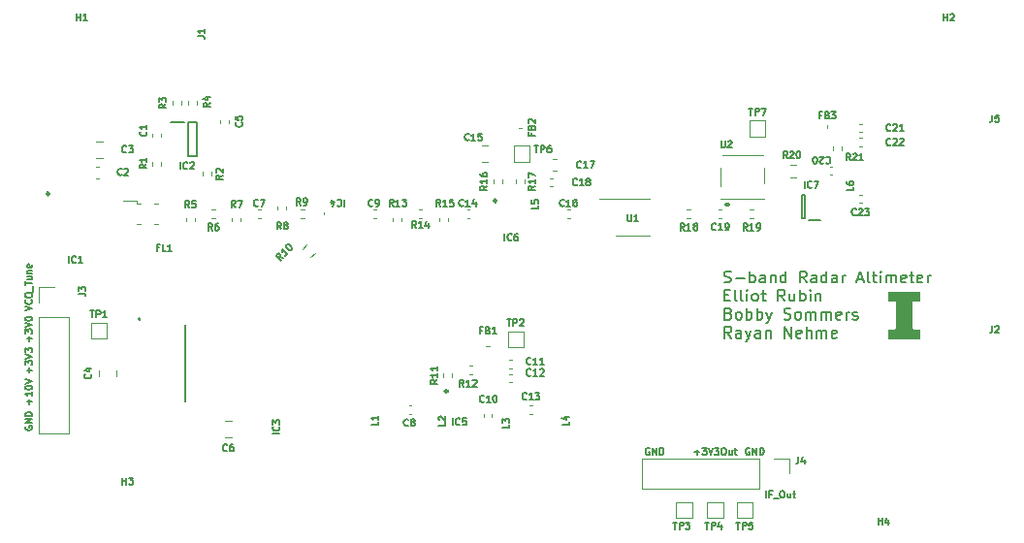
<source format=gto>
%TF.GenerationSoftware,KiCad,Pcbnew,7.0.10*%
%TF.CreationDate,2024-02-25T20:26:58-06:00*%
%TF.ProjectId,Radar2_ExtFilter,52616461-7232-45f4-9578-7446696c7465,rev?*%
%TF.SameCoordinates,Original*%
%TF.FileFunction,Legend,Top*%
%TF.FilePolarity,Positive*%
%FSLAX46Y46*%
G04 Gerber Fmt 4.6, Leading zero omitted, Abs format (unit mm)*
G04 Created by KiCad (PCBNEW 7.0.10) date 2024-02-25 20:26:58*
%MOMM*%
%LPD*%
G01*
G04 APERTURE LIST*
%ADD10C,0.150000*%
%ADD11C,0.100000*%
%ADD12C,0.120000*%
%ADD13C,0.050000*%
%ADD14C,0.200000*%
%ADD15C,0.250000*%
%ADD16C,0.155630*%
%ADD17C,0.300000*%
G04 APERTURE END LIST*
D10*
X100440200Y-74508458D02*
X100440200Y-74051316D01*
X100668771Y-74279887D02*
X100211628Y-74279887D01*
X100068771Y-73822744D02*
X100068771Y-73451316D01*
X100068771Y-73451316D02*
X100297342Y-73651316D01*
X100297342Y-73651316D02*
X100297342Y-73565601D01*
X100297342Y-73565601D02*
X100325914Y-73508459D01*
X100325914Y-73508459D02*
X100354485Y-73479887D01*
X100354485Y-73479887D02*
X100411628Y-73451316D01*
X100411628Y-73451316D02*
X100554485Y-73451316D01*
X100554485Y-73451316D02*
X100611628Y-73479887D01*
X100611628Y-73479887D02*
X100640200Y-73508459D01*
X100640200Y-73508459D02*
X100668771Y-73565601D01*
X100668771Y-73565601D02*
X100668771Y-73737030D01*
X100668771Y-73737030D02*
X100640200Y-73794173D01*
X100640200Y-73794173D02*
X100611628Y-73822744D01*
X100068771Y-73279887D02*
X100668771Y-73079887D01*
X100668771Y-73079887D02*
X100068771Y-72879887D01*
X100068771Y-72737029D02*
X100068771Y-72365601D01*
X100068771Y-72365601D02*
X100297342Y-72565601D01*
X100297342Y-72565601D02*
X100297342Y-72479886D01*
X100297342Y-72479886D02*
X100325914Y-72422744D01*
X100325914Y-72422744D02*
X100354485Y-72394172D01*
X100354485Y-72394172D02*
X100411628Y-72365601D01*
X100411628Y-72365601D02*
X100554485Y-72365601D01*
X100554485Y-72365601D02*
X100611628Y-72394172D01*
X100611628Y-72394172D02*
X100640200Y-72422744D01*
X100640200Y-72422744D02*
X100668771Y-72479886D01*
X100668771Y-72479886D02*
X100668771Y-72651315D01*
X100668771Y-72651315D02*
X100640200Y-72708458D01*
X100640200Y-72708458D02*
X100611628Y-72737029D01*
X154555826Y-81097342D02*
X154498684Y-81068771D01*
X154498684Y-81068771D02*
X154412969Y-81068771D01*
X154412969Y-81068771D02*
X154327255Y-81097342D01*
X154327255Y-81097342D02*
X154270112Y-81154485D01*
X154270112Y-81154485D02*
X154241541Y-81211628D01*
X154241541Y-81211628D02*
X154212969Y-81325914D01*
X154212969Y-81325914D02*
X154212969Y-81411628D01*
X154212969Y-81411628D02*
X154241541Y-81525914D01*
X154241541Y-81525914D02*
X154270112Y-81583057D01*
X154270112Y-81583057D02*
X154327255Y-81640200D01*
X154327255Y-81640200D02*
X154412969Y-81668771D01*
X154412969Y-81668771D02*
X154470112Y-81668771D01*
X154470112Y-81668771D02*
X154555826Y-81640200D01*
X154555826Y-81640200D02*
X154584398Y-81611628D01*
X154584398Y-81611628D02*
X154584398Y-81411628D01*
X154584398Y-81411628D02*
X154470112Y-81411628D01*
X154841541Y-81668771D02*
X154841541Y-81068771D01*
X154841541Y-81068771D02*
X155184398Y-81668771D01*
X155184398Y-81668771D02*
X155184398Y-81068771D01*
X155470112Y-81668771D02*
X155470112Y-81068771D01*
X155470112Y-81068771D02*
X155612969Y-81068771D01*
X155612969Y-81068771D02*
X155698683Y-81097342D01*
X155698683Y-81097342D02*
X155755826Y-81154485D01*
X155755826Y-81154485D02*
X155784397Y-81211628D01*
X155784397Y-81211628D02*
X155812969Y-81325914D01*
X155812969Y-81325914D02*
X155812969Y-81411628D01*
X155812969Y-81411628D02*
X155784397Y-81525914D01*
X155784397Y-81525914D02*
X155755826Y-81583057D01*
X155755826Y-81583057D02*
X155698683Y-81640200D01*
X155698683Y-81640200D02*
X155612969Y-81668771D01*
X155612969Y-81668771D02*
X155470112Y-81668771D01*
X164741541Y-85418771D02*
X164741541Y-84818771D01*
X165227255Y-85104485D02*
X165027255Y-85104485D01*
X165027255Y-85418771D02*
X165027255Y-84818771D01*
X165027255Y-84818771D02*
X165312969Y-84818771D01*
X165398684Y-85475914D02*
X165855826Y-85475914D01*
X166112969Y-84818771D02*
X166227255Y-84818771D01*
X166227255Y-84818771D02*
X166284398Y-84847342D01*
X166284398Y-84847342D02*
X166341541Y-84904485D01*
X166341541Y-84904485D02*
X166370112Y-85018771D01*
X166370112Y-85018771D02*
X166370112Y-85218771D01*
X166370112Y-85218771D02*
X166341541Y-85333057D01*
X166341541Y-85333057D02*
X166284398Y-85390200D01*
X166284398Y-85390200D02*
X166227255Y-85418771D01*
X166227255Y-85418771D02*
X166112969Y-85418771D01*
X166112969Y-85418771D02*
X166055827Y-85390200D01*
X166055827Y-85390200D02*
X165998684Y-85333057D01*
X165998684Y-85333057D02*
X165970112Y-85218771D01*
X165970112Y-85218771D02*
X165970112Y-85018771D01*
X165970112Y-85018771D02*
X165998684Y-84904485D01*
X165998684Y-84904485D02*
X166055827Y-84847342D01*
X166055827Y-84847342D02*
X166112969Y-84818771D01*
X166884398Y-85018771D02*
X166884398Y-85418771D01*
X166627255Y-85018771D02*
X166627255Y-85333057D01*
X166627255Y-85333057D02*
X166655826Y-85390200D01*
X166655826Y-85390200D02*
X166712969Y-85418771D01*
X166712969Y-85418771D02*
X166798683Y-85418771D01*
X166798683Y-85418771D02*
X166855826Y-85390200D01*
X166855826Y-85390200D02*
X166884398Y-85361628D01*
X167084397Y-85018771D02*
X167312969Y-85018771D01*
X167170112Y-84818771D02*
X167170112Y-85333057D01*
X167170112Y-85333057D02*
X167198683Y-85390200D01*
X167198683Y-85390200D02*
X167255826Y-85418771D01*
X167255826Y-85418771D02*
X167312969Y-85418771D01*
X161089160Y-66592200D02*
X161232017Y-66639819D01*
X161232017Y-66639819D02*
X161470112Y-66639819D01*
X161470112Y-66639819D02*
X161565350Y-66592200D01*
X161565350Y-66592200D02*
X161612969Y-66544580D01*
X161612969Y-66544580D02*
X161660588Y-66449342D01*
X161660588Y-66449342D02*
X161660588Y-66354104D01*
X161660588Y-66354104D02*
X161612969Y-66258866D01*
X161612969Y-66258866D02*
X161565350Y-66211247D01*
X161565350Y-66211247D02*
X161470112Y-66163628D01*
X161470112Y-66163628D02*
X161279636Y-66116009D01*
X161279636Y-66116009D02*
X161184398Y-66068390D01*
X161184398Y-66068390D02*
X161136779Y-66020771D01*
X161136779Y-66020771D02*
X161089160Y-65925533D01*
X161089160Y-65925533D02*
X161089160Y-65830295D01*
X161089160Y-65830295D02*
X161136779Y-65735057D01*
X161136779Y-65735057D02*
X161184398Y-65687438D01*
X161184398Y-65687438D02*
X161279636Y-65639819D01*
X161279636Y-65639819D02*
X161517731Y-65639819D01*
X161517731Y-65639819D02*
X161660588Y-65687438D01*
X162089160Y-66258866D02*
X162851065Y-66258866D01*
X163327255Y-66639819D02*
X163327255Y-65639819D01*
X163327255Y-66020771D02*
X163422493Y-65973152D01*
X163422493Y-65973152D02*
X163612969Y-65973152D01*
X163612969Y-65973152D02*
X163708207Y-66020771D01*
X163708207Y-66020771D02*
X163755826Y-66068390D01*
X163755826Y-66068390D02*
X163803445Y-66163628D01*
X163803445Y-66163628D02*
X163803445Y-66449342D01*
X163803445Y-66449342D02*
X163755826Y-66544580D01*
X163755826Y-66544580D02*
X163708207Y-66592200D01*
X163708207Y-66592200D02*
X163612969Y-66639819D01*
X163612969Y-66639819D02*
X163422493Y-66639819D01*
X163422493Y-66639819D02*
X163327255Y-66592200D01*
X164660588Y-66639819D02*
X164660588Y-66116009D01*
X164660588Y-66116009D02*
X164612969Y-66020771D01*
X164612969Y-66020771D02*
X164517731Y-65973152D01*
X164517731Y-65973152D02*
X164327255Y-65973152D01*
X164327255Y-65973152D02*
X164232017Y-66020771D01*
X164660588Y-66592200D02*
X164565350Y-66639819D01*
X164565350Y-66639819D02*
X164327255Y-66639819D01*
X164327255Y-66639819D02*
X164232017Y-66592200D01*
X164232017Y-66592200D02*
X164184398Y-66496961D01*
X164184398Y-66496961D02*
X164184398Y-66401723D01*
X164184398Y-66401723D02*
X164232017Y-66306485D01*
X164232017Y-66306485D02*
X164327255Y-66258866D01*
X164327255Y-66258866D02*
X164565350Y-66258866D01*
X164565350Y-66258866D02*
X164660588Y-66211247D01*
X165136779Y-65973152D02*
X165136779Y-66639819D01*
X165136779Y-66068390D02*
X165184398Y-66020771D01*
X165184398Y-66020771D02*
X165279636Y-65973152D01*
X165279636Y-65973152D02*
X165422493Y-65973152D01*
X165422493Y-65973152D02*
X165517731Y-66020771D01*
X165517731Y-66020771D02*
X165565350Y-66116009D01*
X165565350Y-66116009D02*
X165565350Y-66639819D01*
X166470112Y-66639819D02*
X166470112Y-65639819D01*
X166470112Y-66592200D02*
X166374874Y-66639819D01*
X166374874Y-66639819D02*
X166184398Y-66639819D01*
X166184398Y-66639819D02*
X166089160Y-66592200D01*
X166089160Y-66592200D02*
X166041541Y-66544580D01*
X166041541Y-66544580D02*
X165993922Y-66449342D01*
X165993922Y-66449342D02*
X165993922Y-66163628D01*
X165993922Y-66163628D02*
X166041541Y-66068390D01*
X166041541Y-66068390D02*
X166089160Y-66020771D01*
X166089160Y-66020771D02*
X166184398Y-65973152D01*
X166184398Y-65973152D02*
X166374874Y-65973152D01*
X166374874Y-65973152D02*
X166470112Y-66020771D01*
X168279636Y-66639819D02*
X167946303Y-66163628D01*
X167708208Y-66639819D02*
X167708208Y-65639819D01*
X167708208Y-65639819D02*
X168089160Y-65639819D01*
X168089160Y-65639819D02*
X168184398Y-65687438D01*
X168184398Y-65687438D02*
X168232017Y-65735057D01*
X168232017Y-65735057D02*
X168279636Y-65830295D01*
X168279636Y-65830295D02*
X168279636Y-65973152D01*
X168279636Y-65973152D02*
X168232017Y-66068390D01*
X168232017Y-66068390D02*
X168184398Y-66116009D01*
X168184398Y-66116009D02*
X168089160Y-66163628D01*
X168089160Y-66163628D02*
X167708208Y-66163628D01*
X169136779Y-66639819D02*
X169136779Y-66116009D01*
X169136779Y-66116009D02*
X169089160Y-66020771D01*
X169089160Y-66020771D02*
X168993922Y-65973152D01*
X168993922Y-65973152D02*
X168803446Y-65973152D01*
X168803446Y-65973152D02*
X168708208Y-66020771D01*
X169136779Y-66592200D02*
X169041541Y-66639819D01*
X169041541Y-66639819D02*
X168803446Y-66639819D01*
X168803446Y-66639819D02*
X168708208Y-66592200D01*
X168708208Y-66592200D02*
X168660589Y-66496961D01*
X168660589Y-66496961D02*
X168660589Y-66401723D01*
X168660589Y-66401723D02*
X168708208Y-66306485D01*
X168708208Y-66306485D02*
X168803446Y-66258866D01*
X168803446Y-66258866D02*
X169041541Y-66258866D01*
X169041541Y-66258866D02*
X169136779Y-66211247D01*
X170041541Y-66639819D02*
X170041541Y-65639819D01*
X170041541Y-66592200D02*
X169946303Y-66639819D01*
X169946303Y-66639819D02*
X169755827Y-66639819D01*
X169755827Y-66639819D02*
X169660589Y-66592200D01*
X169660589Y-66592200D02*
X169612970Y-66544580D01*
X169612970Y-66544580D02*
X169565351Y-66449342D01*
X169565351Y-66449342D02*
X169565351Y-66163628D01*
X169565351Y-66163628D02*
X169612970Y-66068390D01*
X169612970Y-66068390D02*
X169660589Y-66020771D01*
X169660589Y-66020771D02*
X169755827Y-65973152D01*
X169755827Y-65973152D02*
X169946303Y-65973152D01*
X169946303Y-65973152D02*
X170041541Y-66020771D01*
X170946303Y-66639819D02*
X170946303Y-66116009D01*
X170946303Y-66116009D02*
X170898684Y-66020771D01*
X170898684Y-66020771D02*
X170803446Y-65973152D01*
X170803446Y-65973152D02*
X170612970Y-65973152D01*
X170612970Y-65973152D02*
X170517732Y-66020771D01*
X170946303Y-66592200D02*
X170851065Y-66639819D01*
X170851065Y-66639819D02*
X170612970Y-66639819D01*
X170612970Y-66639819D02*
X170517732Y-66592200D01*
X170517732Y-66592200D02*
X170470113Y-66496961D01*
X170470113Y-66496961D02*
X170470113Y-66401723D01*
X170470113Y-66401723D02*
X170517732Y-66306485D01*
X170517732Y-66306485D02*
X170612970Y-66258866D01*
X170612970Y-66258866D02*
X170851065Y-66258866D01*
X170851065Y-66258866D02*
X170946303Y-66211247D01*
X171422494Y-66639819D02*
X171422494Y-65973152D01*
X171422494Y-66163628D02*
X171470113Y-66068390D01*
X171470113Y-66068390D02*
X171517732Y-66020771D01*
X171517732Y-66020771D02*
X171612970Y-65973152D01*
X171612970Y-65973152D02*
X171708208Y-65973152D01*
X172755828Y-66354104D02*
X173232018Y-66354104D01*
X172660590Y-66639819D02*
X172993923Y-65639819D01*
X172993923Y-65639819D02*
X173327256Y-66639819D01*
X173803447Y-66639819D02*
X173708209Y-66592200D01*
X173708209Y-66592200D02*
X173660590Y-66496961D01*
X173660590Y-66496961D02*
X173660590Y-65639819D01*
X174041543Y-65973152D02*
X174422495Y-65973152D01*
X174184400Y-65639819D02*
X174184400Y-66496961D01*
X174184400Y-66496961D02*
X174232019Y-66592200D01*
X174232019Y-66592200D02*
X174327257Y-66639819D01*
X174327257Y-66639819D02*
X174422495Y-66639819D01*
X174755829Y-66639819D02*
X174755829Y-65973152D01*
X174755829Y-65639819D02*
X174708210Y-65687438D01*
X174708210Y-65687438D02*
X174755829Y-65735057D01*
X174755829Y-65735057D02*
X174803448Y-65687438D01*
X174803448Y-65687438D02*
X174755829Y-65639819D01*
X174755829Y-65639819D02*
X174755829Y-65735057D01*
X175232019Y-66639819D02*
X175232019Y-65973152D01*
X175232019Y-66068390D02*
X175279638Y-66020771D01*
X175279638Y-66020771D02*
X175374876Y-65973152D01*
X175374876Y-65973152D02*
X175517733Y-65973152D01*
X175517733Y-65973152D02*
X175612971Y-66020771D01*
X175612971Y-66020771D02*
X175660590Y-66116009D01*
X175660590Y-66116009D02*
X175660590Y-66639819D01*
X175660590Y-66116009D02*
X175708209Y-66020771D01*
X175708209Y-66020771D02*
X175803447Y-65973152D01*
X175803447Y-65973152D02*
X175946304Y-65973152D01*
X175946304Y-65973152D02*
X176041543Y-66020771D01*
X176041543Y-66020771D02*
X176089162Y-66116009D01*
X176089162Y-66116009D02*
X176089162Y-66639819D01*
X176946304Y-66592200D02*
X176851066Y-66639819D01*
X176851066Y-66639819D02*
X176660590Y-66639819D01*
X176660590Y-66639819D02*
X176565352Y-66592200D01*
X176565352Y-66592200D02*
X176517733Y-66496961D01*
X176517733Y-66496961D02*
X176517733Y-66116009D01*
X176517733Y-66116009D02*
X176565352Y-66020771D01*
X176565352Y-66020771D02*
X176660590Y-65973152D01*
X176660590Y-65973152D02*
X176851066Y-65973152D01*
X176851066Y-65973152D02*
X176946304Y-66020771D01*
X176946304Y-66020771D02*
X176993923Y-66116009D01*
X176993923Y-66116009D02*
X176993923Y-66211247D01*
X176993923Y-66211247D02*
X176517733Y-66306485D01*
X177279638Y-65973152D02*
X177660590Y-65973152D01*
X177422495Y-65639819D02*
X177422495Y-66496961D01*
X177422495Y-66496961D02*
X177470114Y-66592200D01*
X177470114Y-66592200D02*
X177565352Y-66639819D01*
X177565352Y-66639819D02*
X177660590Y-66639819D01*
X178374876Y-66592200D02*
X178279638Y-66639819D01*
X178279638Y-66639819D02*
X178089162Y-66639819D01*
X178089162Y-66639819D02*
X177993924Y-66592200D01*
X177993924Y-66592200D02*
X177946305Y-66496961D01*
X177946305Y-66496961D02*
X177946305Y-66116009D01*
X177946305Y-66116009D02*
X177993924Y-66020771D01*
X177993924Y-66020771D02*
X178089162Y-65973152D01*
X178089162Y-65973152D02*
X178279638Y-65973152D01*
X178279638Y-65973152D02*
X178374876Y-66020771D01*
X178374876Y-66020771D02*
X178422495Y-66116009D01*
X178422495Y-66116009D02*
X178422495Y-66211247D01*
X178422495Y-66211247D02*
X177946305Y-66306485D01*
X178851067Y-66639819D02*
X178851067Y-65973152D01*
X178851067Y-66163628D02*
X178898686Y-66068390D01*
X178898686Y-66068390D02*
X178946305Y-66020771D01*
X178946305Y-66020771D02*
X179041543Y-65973152D01*
X179041543Y-65973152D02*
X179136781Y-65973152D01*
X161136779Y-67726009D02*
X161470112Y-67726009D01*
X161612969Y-68249819D02*
X161136779Y-68249819D01*
X161136779Y-68249819D02*
X161136779Y-67249819D01*
X161136779Y-67249819D02*
X161612969Y-67249819D01*
X162184398Y-68249819D02*
X162089160Y-68202200D01*
X162089160Y-68202200D02*
X162041541Y-68106961D01*
X162041541Y-68106961D02*
X162041541Y-67249819D01*
X162708208Y-68249819D02*
X162612970Y-68202200D01*
X162612970Y-68202200D02*
X162565351Y-68106961D01*
X162565351Y-68106961D02*
X162565351Y-67249819D01*
X163089161Y-68249819D02*
X163089161Y-67583152D01*
X163089161Y-67249819D02*
X163041542Y-67297438D01*
X163041542Y-67297438D02*
X163089161Y-67345057D01*
X163089161Y-67345057D02*
X163136780Y-67297438D01*
X163136780Y-67297438D02*
X163089161Y-67249819D01*
X163089161Y-67249819D02*
X163089161Y-67345057D01*
X163708208Y-68249819D02*
X163612970Y-68202200D01*
X163612970Y-68202200D02*
X163565351Y-68154580D01*
X163565351Y-68154580D02*
X163517732Y-68059342D01*
X163517732Y-68059342D02*
X163517732Y-67773628D01*
X163517732Y-67773628D02*
X163565351Y-67678390D01*
X163565351Y-67678390D02*
X163612970Y-67630771D01*
X163612970Y-67630771D02*
X163708208Y-67583152D01*
X163708208Y-67583152D02*
X163851065Y-67583152D01*
X163851065Y-67583152D02*
X163946303Y-67630771D01*
X163946303Y-67630771D02*
X163993922Y-67678390D01*
X163993922Y-67678390D02*
X164041541Y-67773628D01*
X164041541Y-67773628D02*
X164041541Y-68059342D01*
X164041541Y-68059342D02*
X163993922Y-68154580D01*
X163993922Y-68154580D02*
X163946303Y-68202200D01*
X163946303Y-68202200D02*
X163851065Y-68249819D01*
X163851065Y-68249819D02*
X163708208Y-68249819D01*
X164327256Y-67583152D02*
X164708208Y-67583152D01*
X164470113Y-67249819D02*
X164470113Y-68106961D01*
X164470113Y-68106961D02*
X164517732Y-68202200D01*
X164517732Y-68202200D02*
X164612970Y-68249819D01*
X164612970Y-68249819D02*
X164708208Y-68249819D01*
X166374875Y-68249819D02*
X166041542Y-67773628D01*
X165803447Y-68249819D02*
X165803447Y-67249819D01*
X165803447Y-67249819D02*
X166184399Y-67249819D01*
X166184399Y-67249819D02*
X166279637Y-67297438D01*
X166279637Y-67297438D02*
X166327256Y-67345057D01*
X166327256Y-67345057D02*
X166374875Y-67440295D01*
X166374875Y-67440295D02*
X166374875Y-67583152D01*
X166374875Y-67583152D02*
X166327256Y-67678390D01*
X166327256Y-67678390D02*
X166279637Y-67726009D01*
X166279637Y-67726009D02*
X166184399Y-67773628D01*
X166184399Y-67773628D02*
X165803447Y-67773628D01*
X167232018Y-67583152D02*
X167232018Y-68249819D01*
X166803447Y-67583152D02*
X166803447Y-68106961D01*
X166803447Y-68106961D02*
X166851066Y-68202200D01*
X166851066Y-68202200D02*
X166946304Y-68249819D01*
X166946304Y-68249819D02*
X167089161Y-68249819D01*
X167089161Y-68249819D02*
X167184399Y-68202200D01*
X167184399Y-68202200D02*
X167232018Y-68154580D01*
X167708209Y-68249819D02*
X167708209Y-67249819D01*
X167708209Y-67630771D02*
X167803447Y-67583152D01*
X167803447Y-67583152D02*
X167993923Y-67583152D01*
X167993923Y-67583152D02*
X168089161Y-67630771D01*
X168089161Y-67630771D02*
X168136780Y-67678390D01*
X168136780Y-67678390D02*
X168184399Y-67773628D01*
X168184399Y-67773628D02*
X168184399Y-68059342D01*
X168184399Y-68059342D02*
X168136780Y-68154580D01*
X168136780Y-68154580D02*
X168089161Y-68202200D01*
X168089161Y-68202200D02*
X167993923Y-68249819D01*
X167993923Y-68249819D02*
X167803447Y-68249819D01*
X167803447Y-68249819D02*
X167708209Y-68202200D01*
X168612971Y-68249819D02*
X168612971Y-67583152D01*
X168612971Y-67249819D02*
X168565352Y-67297438D01*
X168565352Y-67297438D02*
X168612971Y-67345057D01*
X168612971Y-67345057D02*
X168660590Y-67297438D01*
X168660590Y-67297438D02*
X168612971Y-67249819D01*
X168612971Y-67249819D02*
X168612971Y-67345057D01*
X169089161Y-67583152D02*
X169089161Y-68249819D01*
X169089161Y-67678390D02*
X169136780Y-67630771D01*
X169136780Y-67630771D02*
X169232018Y-67583152D01*
X169232018Y-67583152D02*
X169374875Y-67583152D01*
X169374875Y-67583152D02*
X169470113Y-67630771D01*
X169470113Y-67630771D02*
X169517732Y-67726009D01*
X169517732Y-67726009D02*
X169517732Y-68249819D01*
X161470112Y-69336009D02*
X161612969Y-69383628D01*
X161612969Y-69383628D02*
X161660588Y-69431247D01*
X161660588Y-69431247D02*
X161708207Y-69526485D01*
X161708207Y-69526485D02*
X161708207Y-69669342D01*
X161708207Y-69669342D02*
X161660588Y-69764580D01*
X161660588Y-69764580D02*
X161612969Y-69812200D01*
X161612969Y-69812200D02*
X161517731Y-69859819D01*
X161517731Y-69859819D02*
X161136779Y-69859819D01*
X161136779Y-69859819D02*
X161136779Y-68859819D01*
X161136779Y-68859819D02*
X161470112Y-68859819D01*
X161470112Y-68859819D02*
X161565350Y-68907438D01*
X161565350Y-68907438D02*
X161612969Y-68955057D01*
X161612969Y-68955057D02*
X161660588Y-69050295D01*
X161660588Y-69050295D02*
X161660588Y-69145533D01*
X161660588Y-69145533D02*
X161612969Y-69240771D01*
X161612969Y-69240771D02*
X161565350Y-69288390D01*
X161565350Y-69288390D02*
X161470112Y-69336009D01*
X161470112Y-69336009D02*
X161136779Y-69336009D01*
X162279636Y-69859819D02*
X162184398Y-69812200D01*
X162184398Y-69812200D02*
X162136779Y-69764580D01*
X162136779Y-69764580D02*
X162089160Y-69669342D01*
X162089160Y-69669342D02*
X162089160Y-69383628D01*
X162089160Y-69383628D02*
X162136779Y-69288390D01*
X162136779Y-69288390D02*
X162184398Y-69240771D01*
X162184398Y-69240771D02*
X162279636Y-69193152D01*
X162279636Y-69193152D02*
X162422493Y-69193152D01*
X162422493Y-69193152D02*
X162517731Y-69240771D01*
X162517731Y-69240771D02*
X162565350Y-69288390D01*
X162565350Y-69288390D02*
X162612969Y-69383628D01*
X162612969Y-69383628D02*
X162612969Y-69669342D01*
X162612969Y-69669342D02*
X162565350Y-69764580D01*
X162565350Y-69764580D02*
X162517731Y-69812200D01*
X162517731Y-69812200D02*
X162422493Y-69859819D01*
X162422493Y-69859819D02*
X162279636Y-69859819D01*
X163041541Y-69859819D02*
X163041541Y-68859819D01*
X163041541Y-69240771D02*
X163136779Y-69193152D01*
X163136779Y-69193152D02*
X163327255Y-69193152D01*
X163327255Y-69193152D02*
X163422493Y-69240771D01*
X163422493Y-69240771D02*
X163470112Y-69288390D01*
X163470112Y-69288390D02*
X163517731Y-69383628D01*
X163517731Y-69383628D02*
X163517731Y-69669342D01*
X163517731Y-69669342D02*
X163470112Y-69764580D01*
X163470112Y-69764580D02*
X163422493Y-69812200D01*
X163422493Y-69812200D02*
X163327255Y-69859819D01*
X163327255Y-69859819D02*
X163136779Y-69859819D01*
X163136779Y-69859819D02*
X163041541Y-69812200D01*
X163946303Y-69859819D02*
X163946303Y-68859819D01*
X163946303Y-69240771D02*
X164041541Y-69193152D01*
X164041541Y-69193152D02*
X164232017Y-69193152D01*
X164232017Y-69193152D02*
X164327255Y-69240771D01*
X164327255Y-69240771D02*
X164374874Y-69288390D01*
X164374874Y-69288390D02*
X164422493Y-69383628D01*
X164422493Y-69383628D02*
X164422493Y-69669342D01*
X164422493Y-69669342D02*
X164374874Y-69764580D01*
X164374874Y-69764580D02*
X164327255Y-69812200D01*
X164327255Y-69812200D02*
X164232017Y-69859819D01*
X164232017Y-69859819D02*
X164041541Y-69859819D01*
X164041541Y-69859819D02*
X163946303Y-69812200D01*
X164755827Y-69193152D02*
X164993922Y-69859819D01*
X165232017Y-69193152D02*
X164993922Y-69859819D01*
X164993922Y-69859819D02*
X164898684Y-70097914D01*
X164898684Y-70097914D02*
X164851065Y-70145533D01*
X164851065Y-70145533D02*
X164755827Y-70193152D01*
X166327256Y-69812200D02*
X166470113Y-69859819D01*
X166470113Y-69859819D02*
X166708208Y-69859819D01*
X166708208Y-69859819D02*
X166803446Y-69812200D01*
X166803446Y-69812200D02*
X166851065Y-69764580D01*
X166851065Y-69764580D02*
X166898684Y-69669342D01*
X166898684Y-69669342D02*
X166898684Y-69574104D01*
X166898684Y-69574104D02*
X166851065Y-69478866D01*
X166851065Y-69478866D02*
X166803446Y-69431247D01*
X166803446Y-69431247D02*
X166708208Y-69383628D01*
X166708208Y-69383628D02*
X166517732Y-69336009D01*
X166517732Y-69336009D02*
X166422494Y-69288390D01*
X166422494Y-69288390D02*
X166374875Y-69240771D01*
X166374875Y-69240771D02*
X166327256Y-69145533D01*
X166327256Y-69145533D02*
X166327256Y-69050295D01*
X166327256Y-69050295D02*
X166374875Y-68955057D01*
X166374875Y-68955057D02*
X166422494Y-68907438D01*
X166422494Y-68907438D02*
X166517732Y-68859819D01*
X166517732Y-68859819D02*
X166755827Y-68859819D01*
X166755827Y-68859819D02*
X166898684Y-68907438D01*
X167470113Y-69859819D02*
X167374875Y-69812200D01*
X167374875Y-69812200D02*
X167327256Y-69764580D01*
X167327256Y-69764580D02*
X167279637Y-69669342D01*
X167279637Y-69669342D02*
X167279637Y-69383628D01*
X167279637Y-69383628D02*
X167327256Y-69288390D01*
X167327256Y-69288390D02*
X167374875Y-69240771D01*
X167374875Y-69240771D02*
X167470113Y-69193152D01*
X167470113Y-69193152D02*
X167612970Y-69193152D01*
X167612970Y-69193152D02*
X167708208Y-69240771D01*
X167708208Y-69240771D02*
X167755827Y-69288390D01*
X167755827Y-69288390D02*
X167803446Y-69383628D01*
X167803446Y-69383628D02*
X167803446Y-69669342D01*
X167803446Y-69669342D02*
X167755827Y-69764580D01*
X167755827Y-69764580D02*
X167708208Y-69812200D01*
X167708208Y-69812200D02*
X167612970Y-69859819D01*
X167612970Y-69859819D02*
X167470113Y-69859819D01*
X168232018Y-69859819D02*
X168232018Y-69193152D01*
X168232018Y-69288390D02*
X168279637Y-69240771D01*
X168279637Y-69240771D02*
X168374875Y-69193152D01*
X168374875Y-69193152D02*
X168517732Y-69193152D01*
X168517732Y-69193152D02*
X168612970Y-69240771D01*
X168612970Y-69240771D02*
X168660589Y-69336009D01*
X168660589Y-69336009D02*
X168660589Y-69859819D01*
X168660589Y-69336009D02*
X168708208Y-69240771D01*
X168708208Y-69240771D02*
X168803446Y-69193152D01*
X168803446Y-69193152D02*
X168946303Y-69193152D01*
X168946303Y-69193152D02*
X169041542Y-69240771D01*
X169041542Y-69240771D02*
X169089161Y-69336009D01*
X169089161Y-69336009D02*
X169089161Y-69859819D01*
X169565351Y-69859819D02*
X169565351Y-69193152D01*
X169565351Y-69288390D02*
X169612970Y-69240771D01*
X169612970Y-69240771D02*
X169708208Y-69193152D01*
X169708208Y-69193152D02*
X169851065Y-69193152D01*
X169851065Y-69193152D02*
X169946303Y-69240771D01*
X169946303Y-69240771D02*
X169993922Y-69336009D01*
X169993922Y-69336009D02*
X169993922Y-69859819D01*
X169993922Y-69336009D02*
X170041541Y-69240771D01*
X170041541Y-69240771D02*
X170136779Y-69193152D01*
X170136779Y-69193152D02*
X170279636Y-69193152D01*
X170279636Y-69193152D02*
X170374875Y-69240771D01*
X170374875Y-69240771D02*
X170422494Y-69336009D01*
X170422494Y-69336009D02*
X170422494Y-69859819D01*
X171279636Y-69812200D02*
X171184398Y-69859819D01*
X171184398Y-69859819D02*
X170993922Y-69859819D01*
X170993922Y-69859819D02*
X170898684Y-69812200D01*
X170898684Y-69812200D02*
X170851065Y-69716961D01*
X170851065Y-69716961D02*
X170851065Y-69336009D01*
X170851065Y-69336009D02*
X170898684Y-69240771D01*
X170898684Y-69240771D02*
X170993922Y-69193152D01*
X170993922Y-69193152D02*
X171184398Y-69193152D01*
X171184398Y-69193152D02*
X171279636Y-69240771D01*
X171279636Y-69240771D02*
X171327255Y-69336009D01*
X171327255Y-69336009D02*
X171327255Y-69431247D01*
X171327255Y-69431247D02*
X170851065Y-69526485D01*
X171755827Y-69859819D02*
X171755827Y-69193152D01*
X171755827Y-69383628D02*
X171803446Y-69288390D01*
X171803446Y-69288390D02*
X171851065Y-69240771D01*
X171851065Y-69240771D02*
X171946303Y-69193152D01*
X171946303Y-69193152D02*
X172041541Y-69193152D01*
X172327256Y-69812200D02*
X172422494Y-69859819D01*
X172422494Y-69859819D02*
X172612970Y-69859819D01*
X172612970Y-69859819D02*
X172708208Y-69812200D01*
X172708208Y-69812200D02*
X172755827Y-69716961D01*
X172755827Y-69716961D02*
X172755827Y-69669342D01*
X172755827Y-69669342D02*
X172708208Y-69574104D01*
X172708208Y-69574104D02*
X172612970Y-69526485D01*
X172612970Y-69526485D02*
X172470113Y-69526485D01*
X172470113Y-69526485D02*
X172374875Y-69478866D01*
X172374875Y-69478866D02*
X172327256Y-69383628D01*
X172327256Y-69383628D02*
X172327256Y-69336009D01*
X172327256Y-69336009D02*
X172374875Y-69240771D01*
X172374875Y-69240771D02*
X172470113Y-69193152D01*
X172470113Y-69193152D02*
X172612970Y-69193152D01*
X172612970Y-69193152D02*
X172708208Y-69240771D01*
X161708207Y-71469819D02*
X161374874Y-70993628D01*
X161136779Y-71469819D02*
X161136779Y-70469819D01*
X161136779Y-70469819D02*
X161517731Y-70469819D01*
X161517731Y-70469819D02*
X161612969Y-70517438D01*
X161612969Y-70517438D02*
X161660588Y-70565057D01*
X161660588Y-70565057D02*
X161708207Y-70660295D01*
X161708207Y-70660295D02*
X161708207Y-70803152D01*
X161708207Y-70803152D02*
X161660588Y-70898390D01*
X161660588Y-70898390D02*
X161612969Y-70946009D01*
X161612969Y-70946009D02*
X161517731Y-70993628D01*
X161517731Y-70993628D02*
X161136779Y-70993628D01*
X162565350Y-71469819D02*
X162565350Y-70946009D01*
X162565350Y-70946009D02*
X162517731Y-70850771D01*
X162517731Y-70850771D02*
X162422493Y-70803152D01*
X162422493Y-70803152D02*
X162232017Y-70803152D01*
X162232017Y-70803152D02*
X162136779Y-70850771D01*
X162565350Y-71422200D02*
X162470112Y-71469819D01*
X162470112Y-71469819D02*
X162232017Y-71469819D01*
X162232017Y-71469819D02*
X162136779Y-71422200D01*
X162136779Y-71422200D02*
X162089160Y-71326961D01*
X162089160Y-71326961D02*
X162089160Y-71231723D01*
X162089160Y-71231723D02*
X162136779Y-71136485D01*
X162136779Y-71136485D02*
X162232017Y-71088866D01*
X162232017Y-71088866D02*
X162470112Y-71088866D01*
X162470112Y-71088866D02*
X162565350Y-71041247D01*
X162946303Y-70803152D02*
X163184398Y-71469819D01*
X163422493Y-70803152D02*
X163184398Y-71469819D01*
X163184398Y-71469819D02*
X163089160Y-71707914D01*
X163089160Y-71707914D02*
X163041541Y-71755533D01*
X163041541Y-71755533D02*
X162946303Y-71803152D01*
X164232017Y-71469819D02*
X164232017Y-70946009D01*
X164232017Y-70946009D02*
X164184398Y-70850771D01*
X164184398Y-70850771D02*
X164089160Y-70803152D01*
X164089160Y-70803152D02*
X163898684Y-70803152D01*
X163898684Y-70803152D02*
X163803446Y-70850771D01*
X164232017Y-71422200D02*
X164136779Y-71469819D01*
X164136779Y-71469819D02*
X163898684Y-71469819D01*
X163898684Y-71469819D02*
X163803446Y-71422200D01*
X163803446Y-71422200D02*
X163755827Y-71326961D01*
X163755827Y-71326961D02*
X163755827Y-71231723D01*
X163755827Y-71231723D02*
X163803446Y-71136485D01*
X163803446Y-71136485D02*
X163898684Y-71088866D01*
X163898684Y-71088866D02*
X164136779Y-71088866D01*
X164136779Y-71088866D02*
X164232017Y-71041247D01*
X164708208Y-70803152D02*
X164708208Y-71469819D01*
X164708208Y-70898390D02*
X164755827Y-70850771D01*
X164755827Y-70850771D02*
X164851065Y-70803152D01*
X164851065Y-70803152D02*
X164993922Y-70803152D01*
X164993922Y-70803152D02*
X165089160Y-70850771D01*
X165089160Y-70850771D02*
X165136779Y-70946009D01*
X165136779Y-70946009D02*
X165136779Y-71469819D01*
X166374875Y-71469819D02*
X166374875Y-70469819D01*
X166374875Y-70469819D02*
X166946303Y-71469819D01*
X166946303Y-71469819D02*
X166946303Y-70469819D01*
X167803446Y-71422200D02*
X167708208Y-71469819D01*
X167708208Y-71469819D02*
X167517732Y-71469819D01*
X167517732Y-71469819D02*
X167422494Y-71422200D01*
X167422494Y-71422200D02*
X167374875Y-71326961D01*
X167374875Y-71326961D02*
X167374875Y-70946009D01*
X167374875Y-70946009D02*
X167422494Y-70850771D01*
X167422494Y-70850771D02*
X167517732Y-70803152D01*
X167517732Y-70803152D02*
X167708208Y-70803152D01*
X167708208Y-70803152D02*
X167803446Y-70850771D01*
X167803446Y-70850771D02*
X167851065Y-70946009D01*
X167851065Y-70946009D02*
X167851065Y-71041247D01*
X167851065Y-71041247D02*
X167374875Y-71136485D01*
X168279637Y-71469819D02*
X168279637Y-70469819D01*
X168708208Y-71469819D02*
X168708208Y-70946009D01*
X168708208Y-70946009D02*
X168660589Y-70850771D01*
X168660589Y-70850771D02*
X168565351Y-70803152D01*
X168565351Y-70803152D02*
X168422494Y-70803152D01*
X168422494Y-70803152D02*
X168327256Y-70850771D01*
X168327256Y-70850771D02*
X168279637Y-70898390D01*
X169184399Y-71469819D02*
X169184399Y-70803152D01*
X169184399Y-70898390D02*
X169232018Y-70850771D01*
X169232018Y-70850771D02*
X169327256Y-70803152D01*
X169327256Y-70803152D02*
X169470113Y-70803152D01*
X169470113Y-70803152D02*
X169565351Y-70850771D01*
X169565351Y-70850771D02*
X169612970Y-70946009D01*
X169612970Y-70946009D02*
X169612970Y-71469819D01*
X169612970Y-70946009D02*
X169660589Y-70850771D01*
X169660589Y-70850771D02*
X169755827Y-70803152D01*
X169755827Y-70803152D02*
X169898684Y-70803152D01*
X169898684Y-70803152D02*
X169993923Y-70850771D01*
X169993923Y-70850771D02*
X170041542Y-70946009D01*
X170041542Y-70946009D02*
X170041542Y-71469819D01*
X170898684Y-71422200D02*
X170803446Y-71469819D01*
X170803446Y-71469819D02*
X170612970Y-71469819D01*
X170612970Y-71469819D02*
X170517732Y-71422200D01*
X170517732Y-71422200D02*
X170470113Y-71326961D01*
X170470113Y-71326961D02*
X170470113Y-70946009D01*
X170470113Y-70946009D02*
X170517732Y-70850771D01*
X170517732Y-70850771D02*
X170612970Y-70803152D01*
X170612970Y-70803152D02*
X170803446Y-70803152D01*
X170803446Y-70803152D02*
X170898684Y-70850771D01*
X170898684Y-70850771D02*
X170946303Y-70946009D01*
X170946303Y-70946009D02*
X170946303Y-71041247D01*
X170946303Y-71041247D02*
X170470113Y-71136485D01*
X100440200Y-71758458D02*
X100440200Y-71301316D01*
X100668771Y-71529887D02*
X100211628Y-71529887D01*
X100068771Y-71072744D02*
X100068771Y-70701316D01*
X100068771Y-70701316D02*
X100297342Y-70901316D01*
X100297342Y-70901316D02*
X100297342Y-70815601D01*
X100297342Y-70815601D02*
X100325914Y-70758459D01*
X100325914Y-70758459D02*
X100354485Y-70729887D01*
X100354485Y-70729887D02*
X100411628Y-70701316D01*
X100411628Y-70701316D02*
X100554485Y-70701316D01*
X100554485Y-70701316D02*
X100611628Y-70729887D01*
X100611628Y-70729887D02*
X100640200Y-70758459D01*
X100640200Y-70758459D02*
X100668771Y-70815601D01*
X100668771Y-70815601D02*
X100668771Y-70987030D01*
X100668771Y-70987030D02*
X100640200Y-71044173D01*
X100640200Y-71044173D02*
X100611628Y-71072744D01*
X100068771Y-70529887D02*
X100668771Y-70329887D01*
X100668771Y-70329887D02*
X100068771Y-70129887D01*
X100068771Y-69815601D02*
X100068771Y-69758458D01*
X100068771Y-69758458D02*
X100097342Y-69701315D01*
X100097342Y-69701315D02*
X100125914Y-69672744D01*
X100125914Y-69672744D02*
X100183057Y-69644172D01*
X100183057Y-69644172D02*
X100297342Y-69615601D01*
X100297342Y-69615601D02*
X100440200Y-69615601D01*
X100440200Y-69615601D02*
X100554485Y-69644172D01*
X100554485Y-69644172D02*
X100611628Y-69672744D01*
X100611628Y-69672744D02*
X100640200Y-69701315D01*
X100640200Y-69701315D02*
X100668771Y-69758458D01*
X100668771Y-69758458D02*
X100668771Y-69815601D01*
X100668771Y-69815601D02*
X100640200Y-69872744D01*
X100640200Y-69872744D02*
X100611628Y-69901315D01*
X100611628Y-69901315D02*
X100554485Y-69929886D01*
X100554485Y-69929886D02*
X100440200Y-69958458D01*
X100440200Y-69958458D02*
X100297342Y-69958458D01*
X100297342Y-69958458D02*
X100183057Y-69929886D01*
X100183057Y-69929886D02*
X100125914Y-69901315D01*
X100125914Y-69901315D02*
X100097342Y-69872744D01*
X100097342Y-69872744D02*
X100068771Y-69815601D01*
X100068771Y-69094173D02*
X100668771Y-68894173D01*
X100668771Y-68894173D02*
X100068771Y-68694173D01*
X100611628Y-68151315D02*
X100640200Y-68179887D01*
X100640200Y-68179887D02*
X100668771Y-68265601D01*
X100668771Y-68265601D02*
X100668771Y-68322744D01*
X100668771Y-68322744D02*
X100640200Y-68408458D01*
X100640200Y-68408458D02*
X100583057Y-68465601D01*
X100583057Y-68465601D02*
X100525914Y-68494172D01*
X100525914Y-68494172D02*
X100411628Y-68522744D01*
X100411628Y-68522744D02*
X100325914Y-68522744D01*
X100325914Y-68522744D02*
X100211628Y-68494172D01*
X100211628Y-68494172D02*
X100154485Y-68465601D01*
X100154485Y-68465601D02*
X100097342Y-68408458D01*
X100097342Y-68408458D02*
X100068771Y-68322744D01*
X100068771Y-68322744D02*
X100068771Y-68265601D01*
X100068771Y-68265601D02*
X100097342Y-68179887D01*
X100097342Y-68179887D02*
X100125914Y-68151315D01*
X100068771Y-67779887D02*
X100068771Y-67665601D01*
X100068771Y-67665601D02*
X100097342Y-67608458D01*
X100097342Y-67608458D02*
X100154485Y-67551315D01*
X100154485Y-67551315D02*
X100268771Y-67522744D01*
X100268771Y-67522744D02*
X100468771Y-67522744D01*
X100468771Y-67522744D02*
X100583057Y-67551315D01*
X100583057Y-67551315D02*
X100640200Y-67608458D01*
X100640200Y-67608458D02*
X100668771Y-67665601D01*
X100668771Y-67665601D02*
X100668771Y-67779887D01*
X100668771Y-67779887D02*
X100640200Y-67837030D01*
X100640200Y-67837030D02*
X100583057Y-67894172D01*
X100583057Y-67894172D02*
X100468771Y-67922744D01*
X100468771Y-67922744D02*
X100268771Y-67922744D01*
X100268771Y-67922744D02*
X100154485Y-67894172D01*
X100154485Y-67894172D02*
X100097342Y-67837030D01*
X100097342Y-67837030D02*
X100068771Y-67779887D01*
X100725914Y-67408459D02*
X100725914Y-66951316D01*
X100068771Y-66894173D02*
X100068771Y-66551316D01*
X100668771Y-66722744D02*
X100068771Y-66722744D01*
X100268771Y-66094173D02*
X100668771Y-66094173D01*
X100268771Y-66351315D02*
X100583057Y-66351315D01*
X100583057Y-66351315D02*
X100640200Y-66322744D01*
X100640200Y-66322744D02*
X100668771Y-66265601D01*
X100668771Y-66265601D02*
X100668771Y-66179887D01*
X100668771Y-66179887D02*
X100640200Y-66122744D01*
X100640200Y-66122744D02*
X100611628Y-66094173D01*
X100268771Y-65808458D02*
X100668771Y-65808458D01*
X100325914Y-65808458D02*
X100297342Y-65779887D01*
X100297342Y-65779887D02*
X100268771Y-65722744D01*
X100268771Y-65722744D02*
X100268771Y-65637030D01*
X100268771Y-65637030D02*
X100297342Y-65579887D01*
X100297342Y-65579887D02*
X100354485Y-65551316D01*
X100354485Y-65551316D02*
X100668771Y-65551316D01*
X100640200Y-65037030D02*
X100668771Y-65094173D01*
X100668771Y-65094173D02*
X100668771Y-65208459D01*
X100668771Y-65208459D02*
X100640200Y-65265601D01*
X100640200Y-65265601D02*
X100583057Y-65294173D01*
X100583057Y-65294173D02*
X100354485Y-65294173D01*
X100354485Y-65294173D02*
X100297342Y-65265601D01*
X100297342Y-65265601D02*
X100268771Y-65208459D01*
X100268771Y-65208459D02*
X100268771Y-65094173D01*
X100268771Y-65094173D02*
X100297342Y-65037030D01*
X100297342Y-65037030D02*
X100354485Y-65008459D01*
X100354485Y-65008459D02*
X100411628Y-65008459D01*
X100411628Y-65008459D02*
X100468771Y-65294173D01*
X163305826Y-81097342D02*
X163248684Y-81068771D01*
X163248684Y-81068771D02*
X163162969Y-81068771D01*
X163162969Y-81068771D02*
X163077255Y-81097342D01*
X163077255Y-81097342D02*
X163020112Y-81154485D01*
X163020112Y-81154485D02*
X162991541Y-81211628D01*
X162991541Y-81211628D02*
X162962969Y-81325914D01*
X162962969Y-81325914D02*
X162962969Y-81411628D01*
X162962969Y-81411628D02*
X162991541Y-81525914D01*
X162991541Y-81525914D02*
X163020112Y-81583057D01*
X163020112Y-81583057D02*
X163077255Y-81640200D01*
X163077255Y-81640200D02*
X163162969Y-81668771D01*
X163162969Y-81668771D02*
X163220112Y-81668771D01*
X163220112Y-81668771D02*
X163305826Y-81640200D01*
X163305826Y-81640200D02*
X163334398Y-81611628D01*
X163334398Y-81611628D02*
X163334398Y-81411628D01*
X163334398Y-81411628D02*
X163220112Y-81411628D01*
X163591541Y-81668771D02*
X163591541Y-81068771D01*
X163591541Y-81068771D02*
X163934398Y-81668771D01*
X163934398Y-81668771D02*
X163934398Y-81068771D01*
X164220112Y-81668771D02*
X164220112Y-81068771D01*
X164220112Y-81068771D02*
X164362969Y-81068771D01*
X164362969Y-81068771D02*
X164448683Y-81097342D01*
X164448683Y-81097342D02*
X164505826Y-81154485D01*
X164505826Y-81154485D02*
X164534397Y-81211628D01*
X164534397Y-81211628D02*
X164562969Y-81325914D01*
X164562969Y-81325914D02*
X164562969Y-81411628D01*
X164562969Y-81411628D02*
X164534397Y-81525914D01*
X164534397Y-81525914D02*
X164505826Y-81583057D01*
X164505826Y-81583057D02*
X164448683Y-81640200D01*
X164448683Y-81640200D02*
X164362969Y-81668771D01*
X164362969Y-81668771D02*
X164220112Y-81668771D01*
X100097342Y-79194173D02*
X100068771Y-79251316D01*
X100068771Y-79251316D02*
X100068771Y-79337030D01*
X100068771Y-79337030D02*
X100097342Y-79422744D01*
X100097342Y-79422744D02*
X100154485Y-79479887D01*
X100154485Y-79479887D02*
X100211628Y-79508458D01*
X100211628Y-79508458D02*
X100325914Y-79537030D01*
X100325914Y-79537030D02*
X100411628Y-79537030D01*
X100411628Y-79537030D02*
X100525914Y-79508458D01*
X100525914Y-79508458D02*
X100583057Y-79479887D01*
X100583057Y-79479887D02*
X100640200Y-79422744D01*
X100640200Y-79422744D02*
X100668771Y-79337030D01*
X100668771Y-79337030D02*
X100668771Y-79279887D01*
X100668771Y-79279887D02*
X100640200Y-79194173D01*
X100640200Y-79194173D02*
X100611628Y-79165601D01*
X100611628Y-79165601D02*
X100411628Y-79165601D01*
X100411628Y-79165601D02*
X100411628Y-79279887D01*
X100668771Y-78908458D02*
X100068771Y-78908458D01*
X100068771Y-78908458D02*
X100668771Y-78565601D01*
X100668771Y-78565601D02*
X100068771Y-78565601D01*
X100668771Y-78279887D02*
X100068771Y-78279887D01*
X100068771Y-78279887D02*
X100068771Y-78137030D01*
X100068771Y-78137030D02*
X100097342Y-78051316D01*
X100097342Y-78051316D02*
X100154485Y-77994173D01*
X100154485Y-77994173D02*
X100211628Y-77965602D01*
X100211628Y-77965602D02*
X100325914Y-77937030D01*
X100325914Y-77937030D02*
X100411628Y-77937030D01*
X100411628Y-77937030D02*
X100525914Y-77965602D01*
X100525914Y-77965602D02*
X100583057Y-77994173D01*
X100583057Y-77994173D02*
X100640200Y-78051316D01*
X100640200Y-78051316D02*
X100668771Y-78137030D01*
X100668771Y-78137030D02*
X100668771Y-78279887D01*
X100440200Y-77258458D02*
X100440200Y-76801316D01*
X100668771Y-77029887D02*
X100211628Y-77029887D01*
X100668771Y-76201316D02*
X100668771Y-76544173D01*
X100668771Y-76372744D02*
X100068771Y-76372744D01*
X100068771Y-76372744D02*
X100154485Y-76429887D01*
X100154485Y-76429887D02*
X100211628Y-76487030D01*
X100211628Y-76487030D02*
X100240200Y-76544173D01*
X100068771Y-75829887D02*
X100068771Y-75772744D01*
X100068771Y-75772744D02*
X100097342Y-75715601D01*
X100097342Y-75715601D02*
X100125914Y-75687030D01*
X100125914Y-75687030D02*
X100183057Y-75658458D01*
X100183057Y-75658458D02*
X100297342Y-75629887D01*
X100297342Y-75629887D02*
X100440200Y-75629887D01*
X100440200Y-75629887D02*
X100554485Y-75658458D01*
X100554485Y-75658458D02*
X100611628Y-75687030D01*
X100611628Y-75687030D02*
X100640200Y-75715601D01*
X100640200Y-75715601D02*
X100668771Y-75772744D01*
X100668771Y-75772744D02*
X100668771Y-75829887D01*
X100668771Y-75829887D02*
X100640200Y-75887030D01*
X100640200Y-75887030D02*
X100611628Y-75915601D01*
X100611628Y-75915601D02*
X100554485Y-75944172D01*
X100554485Y-75944172D02*
X100440200Y-75972744D01*
X100440200Y-75972744D02*
X100297342Y-75972744D01*
X100297342Y-75972744D02*
X100183057Y-75944172D01*
X100183057Y-75944172D02*
X100125914Y-75915601D01*
X100125914Y-75915601D02*
X100097342Y-75887030D01*
X100097342Y-75887030D02*
X100068771Y-75829887D01*
X100068771Y-75458458D02*
X100668771Y-75258458D01*
X100668771Y-75258458D02*
X100068771Y-75058458D01*
X158491541Y-81440200D02*
X158948684Y-81440200D01*
X158720112Y-81668771D02*
X158720112Y-81211628D01*
X159177255Y-81068771D02*
X159548683Y-81068771D01*
X159548683Y-81068771D02*
X159348683Y-81297342D01*
X159348683Y-81297342D02*
X159434398Y-81297342D01*
X159434398Y-81297342D02*
X159491541Y-81325914D01*
X159491541Y-81325914D02*
X159520112Y-81354485D01*
X159520112Y-81354485D02*
X159548683Y-81411628D01*
X159548683Y-81411628D02*
X159548683Y-81554485D01*
X159548683Y-81554485D02*
X159520112Y-81611628D01*
X159520112Y-81611628D02*
X159491541Y-81640200D01*
X159491541Y-81640200D02*
X159434398Y-81668771D01*
X159434398Y-81668771D02*
X159262969Y-81668771D01*
X159262969Y-81668771D02*
X159205826Y-81640200D01*
X159205826Y-81640200D02*
X159177255Y-81611628D01*
X159720112Y-81068771D02*
X159920112Y-81668771D01*
X159920112Y-81668771D02*
X160120112Y-81068771D01*
X160262970Y-81068771D02*
X160634398Y-81068771D01*
X160634398Y-81068771D02*
X160434398Y-81297342D01*
X160434398Y-81297342D02*
X160520113Y-81297342D01*
X160520113Y-81297342D02*
X160577256Y-81325914D01*
X160577256Y-81325914D02*
X160605827Y-81354485D01*
X160605827Y-81354485D02*
X160634398Y-81411628D01*
X160634398Y-81411628D02*
X160634398Y-81554485D01*
X160634398Y-81554485D02*
X160605827Y-81611628D01*
X160605827Y-81611628D02*
X160577256Y-81640200D01*
X160577256Y-81640200D02*
X160520113Y-81668771D01*
X160520113Y-81668771D02*
X160348684Y-81668771D01*
X160348684Y-81668771D02*
X160291541Y-81640200D01*
X160291541Y-81640200D02*
X160262970Y-81611628D01*
X161005827Y-81068771D02*
X161120113Y-81068771D01*
X161120113Y-81068771D02*
X161177256Y-81097342D01*
X161177256Y-81097342D02*
X161234399Y-81154485D01*
X161234399Y-81154485D02*
X161262970Y-81268771D01*
X161262970Y-81268771D02*
X161262970Y-81468771D01*
X161262970Y-81468771D02*
X161234399Y-81583057D01*
X161234399Y-81583057D02*
X161177256Y-81640200D01*
X161177256Y-81640200D02*
X161120113Y-81668771D01*
X161120113Y-81668771D02*
X161005827Y-81668771D01*
X161005827Y-81668771D02*
X160948685Y-81640200D01*
X160948685Y-81640200D02*
X160891542Y-81583057D01*
X160891542Y-81583057D02*
X160862970Y-81468771D01*
X160862970Y-81468771D02*
X160862970Y-81268771D01*
X160862970Y-81268771D02*
X160891542Y-81154485D01*
X160891542Y-81154485D02*
X160948685Y-81097342D01*
X160948685Y-81097342D02*
X161005827Y-81068771D01*
X161777256Y-81268771D02*
X161777256Y-81668771D01*
X161520113Y-81268771D02*
X161520113Y-81583057D01*
X161520113Y-81583057D02*
X161548684Y-81640200D01*
X161548684Y-81640200D02*
X161605827Y-81668771D01*
X161605827Y-81668771D02*
X161691541Y-81668771D01*
X161691541Y-81668771D02*
X161748684Y-81640200D01*
X161748684Y-81640200D02*
X161777256Y-81611628D01*
X161977255Y-81268771D02*
X162205827Y-81268771D01*
X162062970Y-81068771D02*
X162062970Y-81583057D01*
X162062970Y-81583057D02*
X162091541Y-81640200D01*
X162091541Y-81640200D02*
X162148684Y-81668771D01*
X162148684Y-81668771D02*
X162205827Y-81668771D01*
X184509999Y-70419771D02*
X184509999Y-70848342D01*
X184509999Y-70848342D02*
X184481428Y-70934057D01*
X184481428Y-70934057D02*
X184424285Y-70991200D01*
X184424285Y-70991200D02*
X184338571Y-71019771D01*
X184338571Y-71019771D02*
X184281428Y-71019771D01*
X184767142Y-70476914D02*
X184795714Y-70448342D01*
X184795714Y-70448342D02*
X184852857Y-70419771D01*
X184852857Y-70419771D02*
X184995714Y-70419771D01*
X184995714Y-70419771D02*
X185052857Y-70448342D01*
X185052857Y-70448342D02*
X185081428Y-70476914D01*
X185081428Y-70476914D02*
X185109999Y-70534057D01*
X185109999Y-70534057D02*
X185109999Y-70591200D01*
X185109999Y-70591200D02*
X185081428Y-70676914D01*
X185081428Y-70676914D02*
X184738571Y-71019771D01*
X184738571Y-71019771D02*
X185109999Y-71019771D01*
X127940713Y-59360228D02*
X127940713Y-59960228D01*
X127312142Y-59417371D02*
X127340714Y-59388800D01*
X127340714Y-59388800D02*
X127426428Y-59360228D01*
X127426428Y-59360228D02*
X127483571Y-59360228D01*
X127483571Y-59360228D02*
X127569285Y-59388800D01*
X127569285Y-59388800D02*
X127626428Y-59445942D01*
X127626428Y-59445942D02*
X127654999Y-59503085D01*
X127654999Y-59503085D02*
X127683571Y-59617371D01*
X127683571Y-59617371D02*
X127683571Y-59703085D01*
X127683571Y-59703085D02*
X127654999Y-59817371D01*
X127654999Y-59817371D02*
X127626428Y-59874514D01*
X127626428Y-59874514D02*
X127569285Y-59931657D01*
X127569285Y-59931657D02*
X127483571Y-59960228D01*
X127483571Y-59960228D02*
X127426428Y-59960228D01*
X127426428Y-59960228D02*
X127340714Y-59931657D01*
X127340714Y-59931657D02*
X127312142Y-59903085D01*
X126797857Y-59760228D02*
X126797857Y-59360228D01*
X126940714Y-59988800D02*
X127083571Y-59560228D01*
X127083571Y-59560228D02*
X126712142Y-59560228D01*
X144869771Y-59899999D02*
X144869771Y-60185713D01*
X144869771Y-60185713D02*
X144269771Y-60185713D01*
X144269771Y-59414285D02*
X144269771Y-59699999D01*
X144269771Y-59699999D02*
X144555485Y-59728571D01*
X144555485Y-59728571D02*
X144526914Y-59699999D01*
X144526914Y-59699999D02*
X144498342Y-59642857D01*
X144498342Y-59642857D02*
X144498342Y-59499999D01*
X144498342Y-59499999D02*
X144526914Y-59442857D01*
X144526914Y-59442857D02*
X144555485Y-59414285D01*
X144555485Y-59414285D02*
X144612628Y-59385714D01*
X144612628Y-59385714D02*
X144755485Y-59385714D01*
X144755485Y-59385714D02*
X144812628Y-59414285D01*
X144812628Y-59414285D02*
X144841200Y-59442857D01*
X144841200Y-59442857D02*
X144869771Y-59499999D01*
X144869771Y-59499999D02*
X144869771Y-59642857D01*
X144869771Y-59642857D02*
X144841200Y-59699999D01*
X144841200Y-59699999D02*
X144812628Y-59728571D01*
X122618015Y-64463498D02*
X122274563Y-64402889D01*
X122375579Y-64705935D02*
X121951315Y-64281671D01*
X121951315Y-64281671D02*
X122112939Y-64120046D01*
X122112939Y-64120046D02*
X122173548Y-64099843D01*
X122173548Y-64099843D02*
X122213954Y-64099843D01*
X122213954Y-64099843D02*
X122274563Y-64120046D01*
X122274563Y-64120046D02*
X122335173Y-64180655D01*
X122335173Y-64180655D02*
X122355376Y-64241265D01*
X122355376Y-64241265D02*
X122355376Y-64281671D01*
X122355376Y-64281671D02*
X122335173Y-64342280D01*
X122335173Y-64342280D02*
X122173548Y-64503904D01*
X123022076Y-64059437D02*
X122779640Y-64301874D01*
X122900858Y-64180655D02*
X122476594Y-63756391D01*
X122476594Y-63756391D02*
X122496797Y-63857407D01*
X122496797Y-63857407D02*
X122496797Y-63938219D01*
X122496797Y-63938219D02*
X122476594Y-63998828D01*
X122860452Y-63372533D02*
X122900858Y-63332127D01*
X122900858Y-63332127D02*
X122961467Y-63311924D01*
X122961467Y-63311924D02*
X123001873Y-63311924D01*
X123001873Y-63311924D02*
X123062483Y-63332127D01*
X123062483Y-63332127D02*
X123163498Y-63392736D01*
X123163498Y-63392736D02*
X123264513Y-63493751D01*
X123264513Y-63493751D02*
X123325122Y-63594767D01*
X123325122Y-63594767D02*
X123345325Y-63655376D01*
X123345325Y-63655376D02*
X123345325Y-63695782D01*
X123345325Y-63695782D02*
X123325122Y-63756391D01*
X123325122Y-63756391D02*
X123284716Y-63796797D01*
X123284716Y-63796797D02*
X123224107Y-63817000D01*
X123224107Y-63817000D02*
X123183701Y-63817000D01*
X123183701Y-63817000D02*
X123123092Y-63796797D01*
X123123092Y-63796797D02*
X123022077Y-63736188D01*
X123022077Y-63736188D02*
X122921061Y-63635173D01*
X122921061Y-63635173D02*
X122860452Y-63534158D01*
X122860452Y-63534158D02*
X122840249Y-63473548D01*
X122840249Y-63473548D02*
X122840249Y-63433142D01*
X122840249Y-63433142D02*
X122860452Y-63372533D01*
X169600000Y-52005485D02*
X169400000Y-52005485D01*
X169400000Y-52319771D02*
X169400000Y-51719771D01*
X169400000Y-51719771D02*
X169685714Y-51719771D01*
X170114286Y-52005485D02*
X170200000Y-52034057D01*
X170200000Y-52034057D02*
X170228571Y-52062628D01*
X170228571Y-52062628D02*
X170257143Y-52119771D01*
X170257143Y-52119771D02*
X170257143Y-52205485D01*
X170257143Y-52205485D02*
X170228571Y-52262628D01*
X170228571Y-52262628D02*
X170200000Y-52291200D01*
X170200000Y-52291200D02*
X170142857Y-52319771D01*
X170142857Y-52319771D02*
X169914286Y-52319771D01*
X169914286Y-52319771D02*
X169914286Y-51719771D01*
X169914286Y-51719771D02*
X170114286Y-51719771D01*
X170114286Y-51719771D02*
X170171429Y-51748342D01*
X170171429Y-51748342D02*
X170200000Y-51776914D01*
X170200000Y-51776914D02*
X170228571Y-51834057D01*
X170228571Y-51834057D02*
X170228571Y-51891200D01*
X170228571Y-51891200D02*
X170200000Y-51948342D01*
X170200000Y-51948342D02*
X170171429Y-51976914D01*
X170171429Y-51976914D02*
X170114286Y-52005485D01*
X170114286Y-52005485D02*
X169914286Y-52005485D01*
X170457143Y-51719771D02*
X170828571Y-51719771D01*
X170828571Y-51719771D02*
X170628571Y-51948342D01*
X170628571Y-51948342D02*
X170714286Y-51948342D01*
X170714286Y-51948342D02*
X170771429Y-51976914D01*
X170771429Y-51976914D02*
X170800000Y-52005485D01*
X170800000Y-52005485D02*
X170828571Y-52062628D01*
X170828571Y-52062628D02*
X170828571Y-52205485D01*
X170828571Y-52205485D02*
X170800000Y-52262628D01*
X170800000Y-52262628D02*
X170771429Y-52291200D01*
X170771429Y-52291200D02*
X170714286Y-52319771D01*
X170714286Y-52319771D02*
X170542857Y-52319771D01*
X170542857Y-52319771D02*
X170485714Y-52291200D01*
X170485714Y-52291200D02*
X170457143Y-52262628D01*
X159442856Y-87569771D02*
X159785714Y-87569771D01*
X159614285Y-88169771D02*
X159614285Y-87569771D01*
X159985714Y-88169771D02*
X159985714Y-87569771D01*
X159985714Y-87569771D02*
X160214285Y-87569771D01*
X160214285Y-87569771D02*
X160271428Y-87598342D01*
X160271428Y-87598342D02*
X160299999Y-87626914D01*
X160299999Y-87626914D02*
X160328571Y-87684057D01*
X160328571Y-87684057D02*
X160328571Y-87769771D01*
X160328571Y-87769771D02*
X160299999Y-87826914D01*
X160299999Y-87826914D02*
X160271428Y-87855485D01*
X160271428Y-87855485D02*
X160214285Y-87884057D01*
X160214285Y-87884057D02*
X159985714Y-87884057D01*
X160842857Y-87769771D02*
X160842857Y-88169771D01*
X160699999Y-87541200D02*
X160557142Y-87969771D01*
X160557142Y-87969771D02*
X160928571Y-87969771D01*
X130400000Y-59912628D02*
X130371428Y-59941200D01*
X130371428Y-59941200D02*
X130285714Y-59969771D01*
X130285714Y-59969771D02*
X130228571Y-59969771D01*
X130228571Y-59969771D02*
X130142857Y-59941200D01*
X130142857Y-59941200D02*
X130085714Y-59884057D01*
X130085714Y-59884057D02*
X130057143Y-59826914D01*
X130057143Y-59826914D02*
X130028571Y-59712628D01*
X130028571Y-59712628D02*
X130028571Y-59626914D01*
X130028571Y-59626914D02*
X130057143Y-59512628D01*
X130057143Y-59512628D02*
X130085714Y-59455485D01*
X130085714Y-59455485D02*
X130142857Y-59398342D01*
X130142857Y-59398342D02*
X130228571Y-59369771D01*
X130228571Y-59369771D02*
X130285714Y-59369771D01*
X130285714Y-59369771D02*
X130371428Y-59398342D01*
X130371428Y-59398342D02*
X130400000Y-59426914D01*
X130685714Y-59969771D02*
X130800000Y-59969771D01*
X130800000Y-59969771D02*
X130857143Y-59941200D01*
X130857143Y-59941200D02*
X130885714Y-59912628D01*
X130885714Y-59912628D02*
X130942857Y-59826914D01*
X130942857Y-59826914D02*
X130971428Y-59712628D01*
X130971428Y-59712628D02*
X130971428Y-59484057D01*
X130971428Y-59484057D02*
X130942857Y-59426914D01*
X130942857Y-59426914D02*
X130914286Y-59398342D01*
X130914286Y-59398342D02*
X130857143Y-59369771D01*
X130857143Y-59369771D02*
X130742857Y-59369771D01*
X130742857Y-59369771D02*
X130685714Y-59398342D01*
X130685714Y-59398342D02*
X130657143Y-59426914D01*
X130657143Y-59426914D02*
X130628571Y-59484057D01*
X130628571Y-59484057D02*
X130628571Y-59626914D01*
X130628571Y-59626914D02*
X130657143Y-59684057D01*
X130657143Y-59684057D02*
X130685714Y-59712628D01*
X130685714Y-59712628D02*
X130742857Y-59741200D01*
X130742857Y-59741200D02*
X130857143Y-59741200D01*
X130857143Y-59741200D02*
X130914286Y-59712628D01*
X130914286Y-59712628D02*
X130942857Y-59684057D01*
X130942857Y-59684057D02*
X130971428Y-59626914D01*
X174542857Y-87769771D02*
X174542857Y-87169771D01*
X174542857Y-87455485D02*
X174885714Y-87455485D01*
X174885714Y-87769771D02*
X174885714Y-87169771D01*
X175428571Y-87369771D02*
X175428571Y-87769771D01*
X175285713Y-87141200D02*
X175142856Y-87569771D01*
X175142856Y-87569771D02*
X175514285Y-87569771D01*
X157614285Y-62069771D02*
X157414285Y-61784057D01*
X157271428Y-62069771D02*
X157271428Y-61469771D01*
X157271428Y-61469771D02*
X157499999Y-61469771D01*
X157499999Y-61469771D02*
X157557142Y-61498342D01*
X157557142Y-61498342D02*
X157585713Y-61526914D01*
X157585713Y-61526914D02*
X157614285Y-61584057D01*
X157614285Y-61584057D02*
X157614285Y-61669771D01*
X157614285Y-61669771D02*
X157585713Y-61726914D01*
X157585713Y-61726914D02*
X157557142Y-61755485D01*
X157557142Y-61755485D02*
X157499999Y-61784057D01*
X157499999Y-61784057D02*
X157271428Y-61784057D01*
X158185713Y-62069771D02*
X157842856Y-62069771D01*
X158014285Y-62069771D02*
X158014285Y-61469771D01*
X158014285Y-61469771D02*
X157957142Y-61555485D01*
X157957142Y-61555485D02*
X157899999Y-61612628D01*
X157899999Y-61612628D02*
X157842856Y-61641200D01*
X158528571Y-61726914D02*
X158471428Y-61698342D01*
X158471428Y-61698342D02*
X158442857Y-61669771D01*
X158442857Y-61669771D02*
X158414285Y-61612628D01*
X158414285Y-61612628D02*
X158414285Y-61584057D01*
X158414285Y-61584057D02*
X158442857Y-61526914D01*
X158442857Y-61526914D02*
X158471428Y-61498342D01*
X158471428Y-61498342D02*
X158528571Y-61469771D01*
X158528571Y-61469771D02*
X158642857Y-61469771D01*
X158642857Y-61469771D02*
X158700000Y-61498342D01*
X158700000Y-61498342D02*
X158728571Y-61526914D01*
X158728571Y-61526914D02*
X158757142Y-61584057D01*
X158757142Y-61584057D02*
X158757142Y-61612628D01*
X158757142Y-61612628D02*
X158728571Y-61669771D01*
X158728571Y-61669771D02*
X158700000Y-61698342D01*
X158700000Y-61698342D02*
X158642857Y-61726914D01*
X158642857Y-61726914D02*
X158528571Y-61726914D01*
X158528571Y-61726914D02*
X158471428Y-61755485D01*
X158471428Y-61755485D02*
X158442857Y-61784057D01*
X158442857Y-61784057D02*
X158414285Y-61841200D01*
X158414285Y-61841200D02*
X158414285Y-61955485D01*
X158414285Y-61955485D02*
X158442857Y-62012628D01*
X158442857Y-62012628D02*
X158471428Y-62041200D01*
X158471428Y-62041200D02*
X158528571Y-62069771D01*
X158528571Y-62069771D02*
X158642857Y-62069771D01*
X158642857Y-62069771D02*
X158700000Y-62041200D01*
X158700000Y-62041200D02*
X158728571Y-62012628D01*
X158728571Y-62012628D02*
X158757142Y-61955485D01*
X158757142Y-61955485D02*
X158757142Y-61841200D01*
X158757142Y-61841200D02*
X158728571Y-61784057D01*
X158728571Y-61784057D02*
X158700000Y-61755485D01*
X158700000Y-61755485D02*
X158642857Y-61726914D01*
X118962628Y-52649999D02*
X118991200Y-52678571D01*
X118991200Y-52678571D02*
X119019771Y-52764285D01*
X119019771Y-52764285D02*
X119019771Y-52821428D01*
X119019771Y-52821428D02*
X118991200Y-52907142D01*
X118991200Y-52907142D02*
X118934057Y-52964285D01*
X118934057Y-52964285D02*
X118876914Y-52992856D01*
X118876914Y-52992856D02*
X118762628Y-53021428D01*
X118762628Y-53021428D02*
X118676914Y-53021428D01*
X118676914Y-53021428D02*
X118562628Y-52992856D01*
X118562628Y-52992856D02*
X118505485Y-52964285D01*
X118505485Y-52964285D02*
X118448342Y-52907142D01*
X118448342Y-52907142D02*
X118419771Y-52821428D01*
X118419771Y-52821428D02*
X118419771Y-52764285D01*
X118419771Y-52764285D02*
X118448342Y-52678571D01*
X118448342Y-52678571D02*
X118476914Y-52649999D01*
X118419771Y-52107142D02*
X118419771Y-52392856D01*
X118419771Y-52392856D02*
X118705485Y-52421428D01*
X118705485Y-52421428D02*
X118676914Y-52392856D01*
X118676914Y-52392856D02*
X118648342Y-52335714D01*
X118648342Y-52335714D02*
X118648342Y-52192856D01*
X118648342Y-52192856D02*
X118676914Y-52135714D01*
X118676914Y-52135714D02*
X118705485Y-52107142D01*
X118705485Y-52107142D02*
X118762628Y-52078571D01*
X118762628Y-52078571D02*
X118905485Y-52078571D01*
X118905485Y-52078571D02*
X118962628Y-52107142D01*
X118962628Y-52107142D02*
X118991200Y-52135714D01*
X118991200Y-52135714D02*
X119019771Y-52192856D01*
X119019771Y-52192856D02*
X119019771Y-52335714D01*
X119019771Y-52335714D02*
X118991200Y-52392856D01*
X118991200Y-52392856D02*
X118962628Y-52421428D01*
X136314285Y-59982271D02*
X136114285Y-59696557D01*
X135971428Y-59982271D02*
X135971428Y-59382271D01*
X135971428Y-59382271D02*
X136199999Y-59382271D01*
X136199999Y-59382271D02*
X136257142Y-59410842D01*
X136257142Y-59410842D02*
X136285713Y-59439414D01*
X136285713Y-59439414D02*
X136314285Y-59496557D01*
X136314285Y-59496557D02*
X136314285Y-59582271D01*
X136314285Y-59582271D02*
X136285713Y-59639414D01*
X136285713Y-59639414D02*
X136257142Y-59667985D01*
X136257142Y-59667985D02*
X136199999Y-59696557D01*
X136199999Y-59696557D02*
X135971428Y-59696557D01*
X136885713Y-59982271D02*
X136542856Y-59982271D01*
X136714285Y-59982271D02*
X136714285Y-59382271D01*
X136714285Y-59382271D02*
X136657142Y-59467985D01*
X136657142Y-59467985D02*
X136599999Y-59525128D01*
X136599999Y-59525128D02*
X136542856Y-59553700D01*
X137428571Y-59382271D02*
X137142857Y-59382271D01*
X137142857Y-59382271D02*
X137114285Y-59667985D01*
X137114285Y-59667985D02*
X137142857Y-59639414D01*
X137142857Y-59639414D02*
X137200000Y-59610842D01*
X137200000Y-59610842D02*
X137342857Y-59610842D01*
X137342857Y-59610842D02*
X137400000Y-59639414D01*
X137400000Y-59639414D02*
X137428571Y-59667985D01*
X137428571Y-59667985D02*
X137457142Y-59725128D01*
X137457142Y-59725128D02*
X137457142Y-59867985D01*
X137457142Y-59867985D02*
X137428571Y-59925128D01*
X137428571Y-59925128D02*
X137400000Y-59953700D01*
X137400000Y-59953700D02*
X137342857Y-59982271D01*
X137342857Y-59982271D02*
X137200000Y-59982271D01*
X137200000Y-59982271D02*
X137142857Y-59953700D01*
X137142857Y-59953700D02*
X137114285Y-59925128D01*
X113614286Y-56719771D02*
X113614286Y-56119771D01*
X114242857Y-56662628D02*
X114214285Y-56691200D01*
X114214285Y-56691200D02*
X114128571Y-56719771D01*
X114128571Y-56719771D02*
X114071428Y-56719771D01*
X114071428Y-56719771D02*
X113985714Y-56691200D01*
X113985714Y-56691200D02*
X113928571Y-56634057D01*
X113928571Y-56634057D02*
X113900000Y-56576914D01*
X113900000Y-56576914D02*
X113871428Y-56462628D01*
X113871428Y-56462628D02*
X113871428Y-56376914D01*
X113871428Y-56376914D02*
X113900000Y-56262628D01*
X113900000Y-56262628D02*
X113928571Y-56205485D01*
X113928571Y-56205485D02*
X113985714Y-56148342D01*
X113985714Y-56148342D02*
X114071428Y-56119771D01*
X114071428Y-56119771D02*
X114128571Y-56119771D01*
X114128571Y-56119771D02*
X114214285Y-56148342D01*
X114214285Y-56148342D02*
X114242857Y-56176914D01*
X114471428Y-56176914D02*
X114500000Y-56148342D01*
X114500000Y-56148342D02*
X114557143Y-56119771D01*
X114557143Y-56119771D02*
X114700000Y-56119771D01*
X114700000Y-56119771D02*
X114757143Y-56148342D01*
X114757143Y-56148342D02*
X114785714Y-56176914D01*
X114785714Y-56176914D02*
X114814285Y-56234057D01*
X114814285Y-56234057D02*
X114814285Y-56291200D01*
X114814285Y-56291200D02*
X114785714Y-56376914D01*
X114785714Y-56376914D02*
X114442857Y-56719771D01*
X114442857Y-56719771D02*
X114814285Y-56719771D01*
X144569771Y-58185714D02*
X144284057Y-58385714D01*
X144569771Y-58528571D02*
X143969771Y-58528571D01*
X143969771Y-58528571D02*
X143969771Y-58300000D01*
X143969771Y-58300000D02*
X143998342Y-58242857D01*
X143998342Y-58242857D02*
X144026914Y-58214286D01*
X144026914Y-58214286D02*
X144084057Y-58185714D01*
X144084057Y-58185714D02*
X144169771Y-58185714D01*
X144169771Y-58185714D02*
X144226914Y-58214286D01*
X144226914Y-58214286D02*
X144255485Y-58242857D01*
X144255485Y-58242857D02*
X144284057Y-58300000D01*
X144284057Y-58300000D02*
X144284057Y-58528571D01*
X144569771Y-57614286D02*
X144569771Y-57957143D01*
X144569771Y-57785714D02*
X143969771Y-57785714D01*
X143969771Y-57785714D02*
X144055485Y-57842857D01*
X144055485Y-57842857D02*
X144112628Y-57900000D01*
X144112628Y-57900000D02*
X144141200Y-57957143D01*
X143969771Y-57414285D02*
X143969771Y-57014285D01*
X143969771Y-57014285D02*
X144569771Y-57271428D01*
X108500000Y-57212628D02*
X108471428Y-57241200D01*
X108471428Y-57241200D02*
X108385714Y-57269771D01*
X108385714Y-57269771D02*
X108328571Y-57269771D01*
X108328571Y-57269771D02*
X108242857Y-57241200D01*
X108242857Y-57241200D02*
X108185714Y-57184057D01*
X108185714Y-57184057D02*
X108157143Y-57126914D01*
X108157143Y-57126914D02*
X108128571Y-57012628D01*
X108128571Y-57012628D02*
X108128571Y-56926914D01*
X108128571Y-56926914D02*
X108157143Y-56812628D01*
X108157143Y-56812628D02*
X108185714Y-56755485D01*
X108185714Y-56755485D02*
X108242857Y-56698342D01*
X108242857Y-56698342D02*
X108328571Y-56669771D01*
X108328571Y-56669771D02*
X108385714Y-56669771D01*
X108385714Y-56669771D02*
X108471428Y-56698342D01*
X108471428Y-56698342D02*
X108500000Y-56726914D01*
X108728571Y-56726914D02*
X108757143Y-56698342D01*
X108757143Y-56698342D02*
X108814286Y-56669771D01*
X108814286Y-56669771D02*
X108957143Y-56669771D01*
X108957143Y-56669771D02*
X109014286Y-56698342D01*
X109014286Y-56698342D02*
X109042857Y-56726914D01*
X109042857Y-56726914D02*
X109071428Y-56784057D01*
X109071428Y-56784057D02*
X109071428Y-56841200D01*
X109071428Y-56841200D02*
X109042857Y-56926914D01*
X109042857Y-56926914D02*
X108700000Y-57269771D01*
X108700000Y-57269771D02*
X109071428Y-57269771D01*
X142328235Y-79049999D02*
X142328235Y-79335713D01*
X142328235Y-79335713D02*
X141728235Y-79335713D01*
X141728235Y-78907142D02*
X141728235Y-78535714D01*
X141728235Y-78535714D02*
X141956806Y-78735714D01*
X141956806Y-78735714D02*
X141956806Y-78649999D01*
X141956806Y-78649999D02*
X141985378Y-78592857D01*
X141985378Y-78592857D02*
X142013949Y-78564285D01*
X142013949Y-78564285D02*
X142071092Y-78535714D01*
X142071092Y-78535714D02*
X142213949Y-78535714D01*
X142213949Y-78535714D02*
X142271092Y-78564285D01*
X142271092Y-78564285D02*
X142299664Y-78592857D01*
X142299664Y-78592857D02*
X142328235Y-78649999D01*
X142328235Y-78649999D02*
X142328235Y-78821428D01*
X142328235Y-78821428D02*
X142299664Y-78878571D01*
X142299664Y-78878571D02*
X142271092Y-78907142D01*
X138334285Y-75719771D02*
X138134285Y-75434057D01*
X137991428Y-75719771D02*
X137991428Y-75119771D01*
X137991428Y-75119771D02*
X138219999Y-75119771D01*
X138219999Y-75119771D02*
X138277142Y-75148342D01*
X138277142Y-75148342D02*
X138305713Y-75176914D01*
X138305713Y-75176914D02*
X138334285Y-75234057D01*
X138334285Y-75234057D02*
X138334285Y-75319771D01*
X138334285Y-75319771D02*
X138305713Y-75376914D01*
X138305713Y-75376914D02*
X138277142Y-75405485D01*
X138277142Y-75405485D02*
X138219999Y-75434057D01*
X138219999Y-75434057D02*
X137991428Y-75434057D01*
X138905713Y-75719771D02*
X138562856Y-75719771D01*
X138734285Y-75719771D02*
X138734285Y-75119771D01*
X138734285Y-75119771D02*
X138677142Y-75205485D01*
X138677142Y-75205485D02*
X138619999Y-75262628D01*
X138619999Y-75262628D02*
X138562856Y-75291200D01*
X139134285Y-75176914D02*
X139162857Y-75148342D01*
X139162857Y-75148342D02*
X139220000Y-75119771D01*
X139220000Y-75119771D02*
X139362857Y-75119771D01*
X139362857Y-75119771D02*
X139420000Y-75148342D01*
X139420000Y-75148342D02*
X139448571Y-75176914D01*
X139448571Y-75176914D02*
X139477142Y-75234057D01*
X139477142Y-75234057D02*
X139477142Y-75291200D01*
X139477142Y-75291200D02*
X139448571Y-75376914D01*
X139448571Y-75376914D02*
X139105714Y-75719771D01*
X139105714Y-75719771D02*
X139477142Y-75719771D01*
X175614285Y-53342628D02*
X175585713Y-53371200D01*
X175585713Y-53371200D02*
X175499999Y-53399771D01*
X175499999Y-53399771D02*
X175442856Y-53399771D01*
X175442856Y-53399771D02*
X175357142Y-53371200D01*
X175357142Y-53371200D02*
X175299999Y-53314057D01*
X175299999Y-53314057D02*
X175271428Y-53256914D01*
X175271428Y-53256914D02*
X175242856Y-53142628D01*
X175242856Y-53142628D02*
X175242856Y-53056914D01*
X175242856Y-53056914D02*
X175271428Y-52942628D01*
X175271428Y-52942628D02*
X175299999Y-52885485D01*
X175299999Y-52885485D02*
X175357142Y-52828342D01*
X175357142Y-52828342D02*
X175442856Y-52799771D01*
X175442856Y-52799771D02*
X175499999Y-52799771D01*
X175499999Y-52799771D02*
X175585713Y-52828342D01*
X175585713Y-52828342D02*
X175614285Y-52856914D01*
X175842856Y-52856914D02*
X175871428Y-52828342D01*
X175871428Y-52828342D02*
X175928571Y-52799771D01*
X175928571Y-52799771D02*
X176071428Y-52799771D01*
X176071428Y-52799771D02*
X176128571Y-52828342D01*
X176128571Y-52828342D02*
X176157142Y-52856914D01*
X176157142Y-52856914D02*
X176185713Y-52914057D01*
X176185713Y-52914057D02*
X176185713Y-52971200D01*
X176185713Y-52971200D02*
X176157142Y-53056914D01*
X176157142Y-53056914D02*
X175814285Y-53399771D01*
X175814285Y-53399771D02*
X176185713Y-53399771D01*
X176757142Y-53399771D02*
X176414285Y-53399771D01*
X176585714Y-53399771D02*
X176585714Y-52799771D01*
X176585714Y-52799771D02*
X176528571Y-52885485D01*
X176528571Y-52885485D02*
X176471428Y-52942628D01*
X176471428Y-52942628D02*
X176414285Y-52971200D01*
X115169771Y-45120000D02*
X115598342Y-45120000D01*
X115598342Y-45120000D02*
X115684057Y-45148571D01*
X115684057Y-45148571D02*
X115741200Y-45205714D01*
X115741200Y-45205714D02*
X115769771Y-45291428D01*
X115769771Y-45291428D02*
X115769771Y-45348571D01*
X115769771Y-44520000D02*
X115769771Y-44862857D01*
X115769771Y-44691428D02*
X115169771Y-44691428D01*
X115169771Y-44691428D02*
X115255485Y-44748571D01*
X115255485Y-44748571D02*
X115312628Y-44805714D01*
X115312628Y-44805714D02*
X115341200Y-44862857D01*
X108542857Y-84269771D02*
X108542857Y-83669771D01*
X108542857Y-83955485D02*
X108885714Y-83955485D01*
X108885714Y-84269771D02*
X108885714Y-83669771D01*
X109114285Y-83669771D02*
X109485713Y-83669771D01*
X109485713Y-83669771D02*
X109285713Y-83898342D01*
X109285713Y-83898342D02*
X109371428Y-83898342D01*
X109371428Y-83898342D02*
X109428571Y-83926914D01*
X109428571Y-83926914D02*
X109457142Y-83955485D01*
X109457142Y-83955485D02*
X109485713Y-84012628D01*
X109485713Y-84012628D02*
X109485713Y-84155485D01*
X109485713Y-84155485D02*
X109457142Y-84212628D01*
X109457142Y-84212628D02*
X109428571Y-84241200D01*
X109428571Y-84241200D02*
X109371428Y-84269771D01*
X109371428Y-84269771D02*
X109199999Y-84269771D01*
X109199999Y-84269771D02*
X109142856Y-84241200D01*
X109142856Y-84241200D02*
X109114285Y-84212628D01*
X134181785Y-61869771D02*
X133981785Y-61584057D01*
X133838928Y-61869771D02*
X133838928Y-61269771D01*
X133838928Y-61269771D02*
X134067499Y-61269771D01*
X134067499Y-61269771D02*
X134124642Y-61298342D01*
X134124642Y-61298342D02*
X134153213Y-61326914D01*
X134153213Y-61326914D02*
X134181785Y-61384057D01*
X134181785Y-61384057D02*
X134181785Y-61469771D01*
X134181785Y-61469771D02*
X134153213Y-61526914D01*
X134153213Y-61526914D02*
X134124642Y-61555485D01*
X134124642Y-61555485D02*
X134067499Y-61584057D01*
X134067499Y-61584057D02*
X133838928Y-61584057D01*
X134753213Y-61869771D02*
X134410356Y-61869771D01*
X134581785Y-61869771D02*
X134581785Y-61269771D01*
X134581785Y-61269771D02*
X134524642Y-61355485D01*
X134524642Y-61355485D02*
X134467499Y-61412628D01*
X134467499Y-61412628D02*
X134410356Y-61441200D01*
X135267500Y-61469771D02*
X135267500Y-61869771D01*
X135124642Y-61241200D02*
X134981785Y-61669771D01*
X134981785Y-61669771D02*
X135353214Y-61669771D01*
X163242856Y-51421771D02*
X163585714Y-51421771D01*
X163414285Y-52021771D02*
X163414285Y-51421771D01*
X163785714Y-52021771D02*
X163785714Y-51421771D01*
X163785714Y-51421771D02*
X164014285Y-51421771D01*
X164014285Y-51421771D02*
X164071428Y-51450342D01*
X164071428Y-51450342D02*
X164099999Y-51478914D01*
X164099999Y-51478914D02*
X164128571Y-51536057D01*
X164128571Y-51536057D02*
X164128571Y-51621771D01*
X164128571Y-51621771D02*
X164099999Y-51678914D01*
X164099999Y-51678914D02*
X164071428Y-51707485D01*
X164071428Y-51707485D02*
X164014285Y-51736057D01*
X164014285Y-51736057D02*
X163785714Y-51736057D01*
X164328571Y-51421771D02*
X164728571Y-51421771D01*
X164728571Y-51421771D02*
X164471428Y-52021771D01*
X111757143Y-63555485D02*
X111557143Y-63555485D01*
X111557143Y-63869771D02*
X111557143Y-63269771D01*
X111557143Y-63269771D02*
X111842857Y-63269771D01*
X112357143Y-63869771D02*
X112071429Y-63869771D01*
X112071429Y-63869771D02*
X112071429Y-63269771D01*
X112871428Y-63869771D02*
X112528571Y-63869771D01*
X112700000Y-63869771D02*
X112700000Y-63269771D01*
X112700000Y-63269771D02*
X112642857Y-63355485D01*
X112642857Y-63355485D02*
X112585714Y-63412628D01*
X112585714Y-63412628D02*
X112528571Y-63441200D01*
X184509999Y-51999771D02*
X184509999Y-52428342D01*
X184509999Y-52428342D02*
X184481428Y-52514057D01*
X184481428Y-52514057D02*
X184424285Y-52571200D01*
X184424285Y-52571200D02*
X184338571Y-52599771D01*
X184338571Y-52599771D02*
X184281428Y-52599771D01*
X185081428Y-51999771D02*
X184795714Y-51999771D01*
X184795714Y-51999771D02*
X184767142Y-52285485D01*
X184767142Y-52285485D02*
X184795714Y-52256914D01*
X184795714Y-52256914D02*
X184852857Y-52228342D01*
X184852857Y-52228342D02*
X184995714Y-52228342D01*
X184995714Y-52228342D02*
X185052857Y-52256914D01*
X185052857Y-52256914D02*
X185081428Y-52285485D01*
X185081428Y-52285485D02*
X185109999Y-52342628D01*
X185109999Y-52342628D02*
X185109999Y-52485485D01*
X185109999Y-52485485D02*
X185081428Y-52542628D01*
X185081428Y-52542628D02*
X185052857Y-52571200D01*
X185052857Y-52571200D02*
X184995714Y-52599771D01*
X184995714Y-52599771D02*
X184852857Y-52599771D01*
X184852857Y-52599771D02*
X184795714Y-52571200D01*
X184795714Y-52571200D02*
X184767142Y-52542628D01*
X140399771Y-58185714D02*
X140114057Y-58385714D01*
X140399771Y-58528571D02*
X139799771Y-58528571D01*
X139799771Y-58528571D02*
X139799771Y-58300000D01*
X139799771Y-58300000D02*
X139828342Y-58242857D01*
X139828342Y-58242857D02*
X139856914Y-58214286D01*
X139856914Y-58214286D02*
X139914057Y-58185714D01*
X139914057Y-58185714D02*
X139999771Y-58185714D01*
X139999771Y-58185714D02*
X140056914Y-58214286D01*
X140056914Y-58214286D02*
X140085485Y-58242857D01*
X140085485Y-58242857D02*
X140114057Y-58300000D01*
X140114057Y-58300000D02*
X140114057Y-58528571D01*
X140399771Y-57614286D02*
X140399771Y-57957143D01*
X140399771Y-57785714D02*
X139799771Y-57785714D01*
X139799771Y-57785714D02*
X139885485Y-57842857D01*
X139885485Y-57842857D02*
X139942628Y-57900000D01*
X139942628Y-57900000D02*
X139971200Y-57957143D01*
X139799771Y-57100000D02*
X139799771Y-57214285D01*
X139799771Y-57214285D02*
X139828342Y-57271428D01*
X139828342Y-57271428D02*
X139856914Y-57300000D01*
X139856914Y-57300000D02*
X139942628Y-57357142D01*
X139942628Y-57357142D02*
X140056914Y-57385714D01*
X140056914Y-57385714D02*
X140285485Y-57385714D01*
X140285485Y-57385714D02*
X140342628Y-57357142D01*
X140342628Y-57357142D02*
X140371200Y-57328571D01*
X140371200Y-57328571D02*
X140399771Y-57271428D01*
X140399771Y-57271428D02*
X140399771Y-57157142D01*
X140399771Y-57157142D02*
X140371200Y-57100000D01*
X140371200Y-57100000D02*
X140342628Y-57071428D01*
X140342628Y-57071428D02*
X140285485Y-57042857D01*
X140285485Y-57042857D02*
X140142628Y-57042857D01*
X140142628Y-57042857D02*
X140085485Y-57071428D01*
X140085485Y-57071428D02*
X140056914Y-57100000D01*
X140056914Y-57100000D02*
X140028342Y-57157142D01*
X140028342Y-57157142D02*
X140028342Y-57271428D01*
X140028342Y-57271428D02*
X140056914Y-57328571D01*
X140056914Y-57328571D02*
X140085485Y-57357142D01*
X140085485Y-57357142D02*
X140142628Y-57385714D01*
X105742856Y-69071771D02*
X106085714Y-69071771D01*
X105914285Y-69671771D02*
X105914285Y-69071771D01*
X106285714Y-69671771D02*
X106285714Y-69071771D01*
X106285714Y-69071771D02*
X106514285Y-69071771D01*
X106514285Y-69071771D02*
X106571428Y-69100342D01*
X106571428Y-69100342D02*
X106599999Y-69128914D01*
X106599999Y-69128914D02*
X106628571Y-69186057D01*
X106628571Y-69186057D02*
X106628571Y-69271771D01*
X106628571Y-69271771D02*
X106599999Y-69328914D01*
X106599999Y-69328914D02*
X106571428Y-69357485D01*
X106571428Y-69357485D02*
X106514285Y-69386057D01*
X106514285Y-69386057D02*
X106285714Y-69386057D01*
X107199999Y-69671771D02*
X106857142Y-69671771D01*
X107028571Y-69671771D02*
X107028571Y-69071771D01*
X107028571Y-69071771D02*
X106971428Y-69157485D01*
X106971428Y-69157485D02*
X106914285Y-69214628D01*
X106914285Y-69214628D02*
X106857142Y-69243200D01*
X118400000Y-60069771D02*
X118200000Y-59784057D01*
X118057143Y-60069771D02*
X118057143Y-59469771D01*
X118057143Y-59469771D02*
X118285714Y-59469771D01*
X118285714Y-59469771D02*
X118342857Y-59498342D01*
X118342857Y-59498342D02*
X118371428Y-59526914D01*
X118371428Y-59526914D02*
X118400000Y-59584057D01*
X118400000Y-59584057D02*
X118400000Y-59669771D01*
X118400000Y-59669771D02*
X118371428Y-59726914D01*
X118371428Y-59726914D02*
X118342857Y-59755485D01*
X118342857Y-59755485D02*
X118285714Y-59784057D01*
X118285714Y-59784057D02*
X118057143Y-59784057D01*
X118600000Y-59469771D02*
X119000000Y-59469771D01*
X119000000Y-59469771D02*
X118742857Y-60069771D01*
X133495000Y-79112628D02*
X133466428Y-79141200D01*
X133466428Y-79141200D02*
X133380714Y-79169771D01*
X133380714Y-79169771D02*
X133323571Y-79169771D01*
X133323571Y-79169771D02*
X133237857Y-79141200D01*
X133237857Y-79141200D02*
X133180714Y-79084057D01*
X133180714Y-79084057D02*
X133152143Y-79026914D01*
X133152143Y-79026914D02*
X133123571Y-78912628D01*
X133123571Y-78912628D02*
X133123571Y-78826914D01*
X133123571Y-78826914D02*
X133152143Y-78712628D01*
X133152143Y-78712628D02*
X133180714Y-78655485D01*
X133180714Y-78655485D02*
X133237857Y-78598342D01*
X133237857Y-78598342D02*
X133323571Y-78569771D01*
X133323571Y-78569771D02*
X133380714Y-78569771D01*
X133380714Y-78569771D02*
X133466428Y-78598342D01*
X133466428Y-78598342D02*
X133495000Y-78626914D01*
X133837857Y-78826914D02*
X133780714Y-78798342D01*
X133780714Y-78798342D02*
X133752143Y-78769771D01*
X133752143Y-78769771D02*
X133723571Y-78712628D01*
X133723571Y-78712628D02*
X133723571Y-78684057D01*
X133723571Y-78684057D02*
X133752143Y-78626914D01*
X133752143Y-78626914D02*
X133780714Y-78598342D01*
X133780714Y-78598342D02*
X133837857Y-78569771D01*
X133837857Y-78569771D02*
X133952143Y-78569771D01*
X133952143Y-78569771D02*
X134009286Y-78598342D01*
X134009286Y-78598342D02*
X134037857Y-78626914D01*
X134037857Y-78626914D02*
X134066428Y-78684057D01*
X134066428Y-78684057D02*
X134066428Y-78712628D01*
X134066428Y-78712628D02*
X134037857Y-78769771D01*
X134037857Y-78769771D02*
X134009286Y-78798342D01*
X134009286Y-78798342D02*
X133952143Y-78826914D01*
X133952143Y-78826914D02*
X133837857Y-78826914D01*
X133837857Y-78826914D02*
X133780714Y-78855485D01*
X133780714Y-78855485D02*
X133752143Y-78884057D01*
X133752143Y-78884057D02*
X133723571Y-78941200D01*
X133723571Y-78941200D02*
X133723571Y-79055485D01*
X133723571Y-79055485D02*
X133752143Y-79112628D01*
X133752143Y-79112628D02*
X133780714Y-79141200D01*
X133780714Y-79141200D02*
X133837857Y-79169771D01*
X133837857Y-79169771D02*
X133952143Y-79169771D01*
X133952143Y-79169771D02*
X134009286Y-79141200D01*
X134009286Y-79141200D02*
X134037857Y-79112628D01*
X134037857Y-79112628D02*
X134066428Y-79055485D01*
X134066428Y-79055485D02*
X134066428Y-78941200D01*
X134066428Y-78941200D02*
X134037857Y-78884057D01*
X134037857Y-78884057D02*
X134009286Y-78855485D01*
X134009286Y-78855485D02*
X133952143Y-78826914D01*
X144542856Y-54669771D02*
X144885714Y-54669771D01*
X144714285Y-55269771D02*
X144714285Y-54669771D01*
X145085714Y-55269771D02*
X145085714Y-54669771D01*
X145085714Y-54669771D02*
X145314285Y-54669771D01*
X145314285Y-54669771D02*
X145371428Y-54698342D01*
X145371428Y-54698342D02*
X145399999Y-54726914D01*
X145399999Y-54726914D02*
X145428571Y-54784057D01*
X145428571Y-54784057D02*
X145428571Y-54869771D01*
X145428571Y-54869771D02*
X145399999Y-54926914D01*
X145399999Y-54926914D02*
X145371428Y-54955485D01*
X145371428Y-54955485D02*
X145314285Y-54984057D01*
X145314285Y-54984057D02*
X145085714Y-54984057D01*
X145942857Y-54669771D02*
X145828571Y-54669771D01*
X145828571Y-54669771D02*
X145771428Y-54698342D01*
X145771428Y-54698342D02*
X145742857Y-54726914D01*
X145742857Y-54726914D02*
X145685714Y-54812628D01*
X145685714Y-54812628D02*
X145657142Y-54926914D01*
X145657142Y-54926914D02*
X145657142Y-55155485D01*
X145657142Y-55155485D02*
X145685714Y-55212628D01*
X145685714Y-55212628D02*
X145714285Y-55241200D01*
X145714285Y-55241200D02*
X145771428Y-55269771D01*
X145771428Y-55269771D02*
X145885714Y-55269771D01*
X145885714Y-55269771D02*
X145942857Y-55241200D01*
X145942857Y-55241200D02*
X145971428Y-55212628D01*
X145971428Y-55212628D02*
X145999999Y-55155485D01*
X145999999Y-55155485D02*
X145999999Y-55012628D01*
X145999999Y-55012628D02*
X145971428Y-54955485D01*
X145971428Y-54955485D02*
X145942857Y-54926914D01*
X145942857Y-54926914D02*
X145885714Y-54898342D01*
X145885714Y-54898342D02*
X145771428Y-54898342D01*
X145771428Y-54898342D02*
X145714285Y-54926914D01*
X145714285Y-54926914D02*
X145685714Y-54955485D01*
X145685714Y-54955485D02*
X145657142Y-55012628D01*
X117319771Y-57249999D02*
X117034057Y-57449999D01*
X117319771Y-57592856D02*
X116719771Y-57592856D01*
X116719771Y-57592856D02*
X116719771Y-57364285D01*
X116719771Y-57364285D02*
X116748342Y-57307142D01*
X116748342Y-57307142D02*
X116776914Y-57278571D01*
X116776914Y-57278571D02*
X116834057Y-57249999D01*
X116834057Y-57249999D02*
X116919771Y-57249999D01*
X116919771Y-57249999D02*
X116976914Y-57278571D01*
X116976914Y-57278571D02*
X117005485Y-57307142D01*
X117005485Y-57307142D02*
X117034057Y-57364285D01*
X117034057Y-57364285D02*
X117034057Y-57592856D01*
X116776914Y-57021428D02*
X116748342Y-56992856D01*
X116748342Y-56992856D02*
X116719771Y-56935714D01*
X116719771Y-56935714D02*
X116719771Y-56792856D01*
X116719771Y-56792856D02*
X116748342Y-56735714D01*
X116748342Y-56735714D02*
X116776914Y-56707142D01*
X116776914Y-56707142D02*
X116834057Y-56678571D01*
X116834057Y-56678571D02*
X116891200Y-56678571D01*
X116891200Y-56678571D02*
X116976914Y-56707142D01*
X116976914Y-56707142D02*
X117319771Y-57049999D01*
X117319771Y-57049999D02*
X117319771Y-56678571D01*
X105782628Y-74649999D02*
X105811200Y-74678571D01*
X105811200Y-74678571D02*
X105839771Y-74764285D01*
X105839771Y-74764285D02*
X105839771Y-74821428D01*
X105839771Y-74821428D02*
X105811200Y-74907142D01*
X105811200Y-74907142D02*
X105754057Y-74964285D01*
X105754057Y-74964285D02*
X105696914Y-74992856D01*
X105696914Y-74992856D02*
X105582628Y-75021428D01*
X105582628Y-75021428D02*
X105496914Y-75021428D01*
X105496914Y-75021428D02*
X105382628Y-74992856D01*
X105382628Y-74992856D02*
X105325485Y-74964285D01*
X105325485Y-74964285D02*
X105268342Y-74907142D01*
X105268342Y-74907142D02*
X105239771Y-74821428D01*
X105239771Y-74821428D02*
X105239771Y-74764285D01*
X105239771Y-74764285D02*
X105268342Y-74678571D01*
X105268342Y-74678571D02*
X105296914Y-74649999D01*
X105439771Y-74135714D02*
X105839771Y-74135714D01*
X105211200Y-74278571D02*
X105639771Y-74421428D01*
X105639771Y-74421428D02*
X105639771Y-74049999D01*
X172614285Y-60702628D02*
X172585713Y-60731200D01*
X172585713Y-60731200D02*
X172499999Y-60759771D01*
X172499999Y-60759771D02*
X172442856Y-60759771D01*
X172442856Y-60759771D02*
X172357142Y-60731200D01*
X172357142Y-60731200D02*
X172299999Y-60674057D01*
X172299999Y-60674057D02*
X172271428Y-60616914D01*
X172271428Y-60616914D02*
X172242856Y-60502628D01*
X172242856Y-60502628D02*
X172242856Y-60416914D01*
X172242856Y-60416914D02*
X172271428Y-60302628D01*
X172271428Y-60302628D02*
X172299999Y-60245485D01*
X172299999Y-60245485D02*
X172357142Y-60188342D01*
X172357142Y-60188342D02*
X172442856Y-60159771D01*
X172442856Y-60159771D02*
X172499999Y-60159771D01*
X172499999Y-60159771D02*
X172585713Y-60188342D01*
X172585713Y-60188342D02*
X172614285Y-60216914D01*
X172842856Y-60216914D02*
X172871428Y-60188342D01*
X172871428Y-60188342D02*
X172928571Y-60159771D01*
X172928571Y-60159771D02*
X173071428Y-60159771D01*
X173071428Y-60159771D02*
X173128571Y-60188342D01*
X173128571Y-60188342D02*
X173157142Y-60216914D01*
X173157142Y-60216914D02*
X173185713Y-60274057D01*
X173185713Y-60274057D02*
X173185713Y-60331200D01*
X173185713Y-60331200D02*
X173157142Y-60416914D01*
X173157142Y-60416914D02*
X172814285Y-60759771D01*
X172814285Y-60759771D02*
X173185713Y-60759771D01*
X173385714Y-60159771D02*
X173757142Y-60159771D01*
X173757142Y-60159771D02*
X173557142Y-60388342D01*
X173557142Y-60388342D02*
X173642857Y-60388342D01*
X173642857Y-60388342D02*
X173700000Y-60416914D01*
X173700000Y-60416914D02*
X173728571Y-60445485D01*
X173728571Y-60445485D02*
X173757142Y-60502628D01*
X173757142Y-60502628D02*
X173757142Y-60645485D01*
X173757142Y-60645485D02*
X173728571Y-60702628D01*
X173728571Y-60702628D02*
X173700000Y-60731200D01*
X173700000Y-60731200D02*
X173642857Y-60759771D01*
X173642857Y-60759771D02*
X173471428Y-60759771D01*
X173471428Y-60759771D02*
X173414285Y-60731200D01*
X173414285Y-60731200D02*
X173385714Y-60702628D01*
X180242857Y-43769771D02*
X180242857Y-43169771D01*
X180242857Y-43455485D02*
X180585714Y-43455485D01*
X180585714Y-43769771D02*
X180585714Y-43169771D01*
X180842856Y-43226914D02*
X180871428Y-43198342D01*
X180871428Y-43198342D02*
X180928571Y-43169771D01*
X180928571Y-43169771D02*
X181071428Y-43169771D01*
X181071428Y-43169771D02*
X181128571Y-43198342D01*
X181128571Y-43198342D02*
X181157142Y-43226914D01*
X181157142Y-43226914D02*
X181185713Y-43284057D01*
X181185713Y-43284057D02*
X181185713Y-43341200D01*
X181185713Y-43341200D02*
X181157142Y-43426914D01*
X181157142Y-43426914D02*
X180814285Y-43769771D01*
X180814285Y-43769771D02*
X181185713Y-43769771D01*
X140109285Y-77025128D02*
X140080713Y-77053700D01*
X140080713Y-77053700D02*
X139994999Y-77082271D01*
X139994999Y-77082271D02*
X139937856Y-77082271D01*
X139937856Y-77082271D02*
X139852142Y-77053700D01*
X139852142Y-77053700D02*
X139794999Y-76996557D01*
X139794999Y-76996557D02*
X139766428Y-76939414D01*
X139766428Y-76939414D02*
X139737856Y-76825128D01*
X139737856Y-76825128D02*
X139737856Y-76739414D01*
X139737856Y-76739414D02*
X139766428Y-76625128D01*
X139766428Y-76625128D02*
X139794999Y-76567985D01*
X139794999Y-76567985D02*
X139852142Y-76510842D01*
X139852142Y-76510842D02*
X139937856Y-76482271D01*
X139937856Y-76482271D02*
X139994999Y-76482271D01*
X139994999Y-76482271D02*
X140080713Y-76510842D01*
X140080713Y-76510842D02*
X140109285Y-76539414D01*
X140680713Y-77082271D02*
X140337856Y-77082271D01*
X140509285Y-77082271D02*
X140509285Y-76482271D01*
X140509285Y-76482271D02*
X140452142Y-76567985D01*
X140452142Y-76567985D02*
X140394999Y-76625128D01*
X140394999Y-76625128D02*
X140337856Y-76653700D01*
X141052142Y-76482271D02*
X141109285Y-76482271D01*
X141109285Y-76482271D02*
X141166428Y-76510842D01*
X141166428Y-76510842D02*
X141195000Y-76539414D01*
X141195000Y-76539414D02*
X141223571Y-76596557D01*
X141223571Y-76596557D02*
X141252142Y-76710842D01*
X141252142Y-76710842D02*
X141252142Y-76853700D01*
X141252142Y-76853700D02*
X141223571Y-76967985D01*
X141223571Y-76967985D02*
X141195000Y-77025128D01*
X141195000Y-77025128D02*
X141166428Y-77053700D01*
X141166428Y-77053700D02*
X141109285Y-77082271D01*
X141109285Y-77082271D02*
X141052142Y-77082271D01*
X141052142Y-77082271D02*
X140995000Y-77053700D01*
X140995000Y-77053700D02*
X140966428Y-77025128D01*
X140966428Y-77025128D02*
X140937857Y-76967985D01*
X140937857Y-76967985D02*
X140909285Y-76853700D01*
X140909285Y-76853700D02*
X140909285Y-76710842D01*
X140909285Y-76710842D02*
X140937857Y-76596557D01*
X140937857Y-76596557D02*
X140966428Y-76539414D01*
X140966428Y-76539414D02*
X140995000Y-76510842D01*
X140995000Y-76510842D02*
X141052142Y-76482271D01*
X172114285Y-55969771D02*
X171914285Y-55684057D01*
X171771428Y-55969771D02*
X171771428Y-55369771D01*
X171771428Y-55369771D02*
X171999999Y-55369771D01*
X171999999Y-55369771D02*
X172057142Y-55398342D01*
X172057142Y-55398342D02*
X172085713Y-55426914D01*
X172085713Y-55426914D02*
X172114285Y-55484057D01*
X172114285Y-55484057D02*
X172114285Y-55569771D01*
X172114285Y-55569771D02*
X172085713Y-55626914D01*
X172085713Y-55626914D02*
X172057142Y-55655485D01*
X172057142Y-55655485D02*
X171999999Y-55684057D01*
X171999999Y-55684057D02*
X171771428Y-55684057D01*
X172342856Y-55426914D02*
X172371428Y-55398342D01*
X172371428Y-55398342D02*
X172428571Y-55369771D01*
X172428571Y-55369771D02*
X172571428Y-55369771D01*
X172571428Y-55369771D02*
X172628571Y-55398342D01*
X172628571Y-55398342D02*
X172657142Y-55426914D01*
X172657142Y-55426914D02*
X172685713Y-55484057D01*
X172685713Y-55484057D02*
X172685713Y-55541200D01*
X172685713Y-55541200D02*
X172657142Y-55626914D01*
X172657142Y-55626914D02*
X172314285Y-55969771D01*
X172314285Y-55969771D02*
X172685713Y-55969771D01*
X173257142Y-55969771D02*
X172914285Y-55969771D01*
X173085714Y-55969771D02*
X173085714Y-55369771D01*
X173085714Y-55369771D02*
X173028571Y-55455485D01*
X173028571Y-55455485D02*
X172971428Y-55512628D01*
X172971428Y-55512628D02*
X172914285Y-55541200D01*
X144214285Y-73712628D02*
X144185713Y-73741200D01*
X144185713Y-73741200D02*
X144099999Y-73769771D01*
X144099999Y-73769771D02*
X144042856Y-73769771D01*
X144042856Y-73769771D02*
X143957142Y-73741200D01*
X143957142Y-73741200D02*
X143899999Y-73684057D01*
X143899999Y-73684057D02*
X143871428Y-73626914D01*
X143871428Y-73626914D02*
X143842856Y-73512628D01*
X143842856Y-73512628D02*
X143842856Y-73426914D01*
X143842856Y-73426914D02*
X143871428Y-73312628D01*
X143871428Y-73312628D02*
X143899999Y-73255485D01*
X143899999Y-73255485D02*
X143957142Y-73198342D01*
X143957142Y-73198342D02*
X144042856Y-73169771D01*
X144042856Y-73169771D02*
X144099999Y-73169771D01*
X144099999Y-73169771D02*
X144185713Y-73198342D01*
X144185713Y-73198342D02*
X144214285Y-73226914D01*
X144785713Y-73769771D02*
X144442856Y-73769771D01*
X144614285Y-73769771D02*
X144614285Y-73169771D01*
X144614285Y-73169771D02*
X144557142Y-73255485D01*
X144557142Y-73255485D02*
X144499999Y-73312628D01*
X144499999Y-73312628D02*
X144442856Y-73341200D01*
X145357142Y-73769771D02*
X145014285Y-73769771D01*
X145185714Y-73769771D02*
X145185714Y-73169771D01*
X145185714Y-73169771D02*
X145128571Y-73255485D01*
X145128571Y-73255485D02*
X145071428Y-73312628D01*
X145071428Y-73312628D02*
X145014285Y-73341200D01*
X136069771Y-75105714D02*
X135784057Y-75305714D01*
X136069771Y-75448571D02*
X135469771Y-75448571D01*
X135469771Y-75448571D02*
X135469771Y-75220000D01*
X135469771Y-75220000D02*
X135498342Y-75162857D01*
X135498342Y-75162857D02*
X135526914Y-75134286D01*
X135526914Y-75134286D02*
X135584057Y-75105714D01*
X135584057Y-75105714D02*
X135669771Y-75105714D01*
X135669771Y-75105714D02*
X135726914Y-75134286D01*
X135726914Y-75134286D02*
X135755485Y-75162857D01*
X135755485Y-75162857D02*
X135784057Y-75220000D01*
X135784057Y-75220000D02*
X135784057Y-75448571D01*
X136069771Y-74534286D02*
X136069771Y-74877143D01*
X136069771Y-74705714D02*
X135469771Y-74705714D01*
X135469771Y-74705714D02*
X135555485Y-74762857D01*
X135555485Y-74762857D02*
X135612628Y-74820000D01*
X135612628Y-74820000D02*
X135641200Y-74877143D01*
X136069771Y-73962857D02*
X136069771Y-74305714D01*
X136069771Y-74134285D02*
X135469771Y-74134285D01*
X135469771Y-74134285D02*
X135555485Y-74191428D01*
X135555485Y-74191428D02*
X135612628Y-74248571D01*
X135612628Y-74248571D02*
X135641200Y-74305714D01*
X124100000Y-59869771D02*
X123900000Y-59584057D01*
X123757143Y-59869771D02*
X123757143Y-59269771D01*
X123757143Y-59269771D02*
X123985714Y-59269771D01*
X123985714Y-59269771D02*
X124042857Y-59298342D01*
X124042857Y-59298342D02*
X124071428Y-59326914D01*
X124071428Y-59326914D02*
X124100000Y-59384057D01*
X124100000Y-59384057D02*
X124100000Y-59469771D01*
X124100000Y-59469771D02*
X124071428Y-59526914D01*
X124071428Y-59526914D02*
X124042857Y-59555485D01*
X124042857Y-59555485D02*
X123985714Y-59584057D01*
X123985714Y-59584057D02*
X123757143Y-59584057D01*
X124385714Y-59869771D02*
X124500000Y-59869771D01*
X124500000Y-59869771D02*
X124557143Y-59841200D01*
X124557143Y-59841200D02*
X124585714Y-59812628D01*
X124585714Y-59812628D02*
X124642857Y-59726914D01*
X124642857Y-59726914D02*
X124671428Y-59612628D01*
X124671428Y-59612628D02*
X124671428Y-59384057D01*
X124671428Y-59384057D02*
X124642857Y-59326914D01*
X124642857Y-59326914D02*
X124614286Y-59298342D01*
X124614286Y-59298342D02*
X124557143Y-59269771D01*
X124557143Y-59269771D02*
X124442857Y-59269771D01*
X124442857Y-59269771D02*
X124385714Y-59298342D01*
X124385714Y-59298342D02*
X124357143Y-59326914D01*
X124357143Y-59326914D02*
X124328571Y-59384057D01*
X124328571Y-59384057D02*
X124328571Y-59526914D01*
X124328571Y-59526914D02*
X124357143Y-59584057D01*
X124357143Y-59584057D02*
X124385714Y-59612628D01*
X124385714Y-59612628D02*
X124442857Y-59641200D01*
X124442857Y-59641200D02*
X124557143Y-59641200D01*
X124557143Y-59641200D02*
X124614286Y-59612628D01*
X124614286Y-59612628D02*
X124642857Y-59584057D01*
X124642857Y-59584057D02*
X124671428Y-59526914D01*
X175614285Y-54592628D02*
X175585713Y-54621200D01*
X175585713Y-54621200D02*
X175499999Y-54649771D01*
X175499999Y-54649771D02*
X175442856Y-54649771D01*
X175442856Y-54649771D02*
X175357142Y-54621200D01*
X175357142Y-54621200D02*
X175299999Y-54564057D01*
X175299999Y-54564057D02*
X175271428Y-54506914D01*
X175271428Y-54506914D02*
X175242856Y-54392628D01*
X175242856Y-54392628D02*
X175242856Y-54306914D01*
X175242856Y-54306914D02*
X175271428Y-54192628D01*
X175271428Y-54192628D02*
X175299999Y-54135485D01*
X175299999Y-54135485D02*
X175357142Y-54078342D01*
X175357142Y-54078342D02*
X175442856Y-54049771D01*
X175442856Y-54049771D02*
X175499999Y-54049771D01*
X175499999Y-54049771D02*
X175585713Y-54078342D01*
X175585713Y-54078342D02*
X175614285Y-54106914D01*
X175842856Y-54106914D02*
X175871428Y-54078342D01*
X175871428Y-54078342D02*
X175928571Y-54049771D01*
X175928571Y-54049771D02*
X176071428Y-54049771D01*
X176071428Y-54049771D02*
X176128571Y-54078342D01*
X176128571Y-54078342D02*
X176157142Y-54106914D01*
X176157142Y-54106914D02*
X176185713Y-54164057D01*
X176185713Y-54164057D02*
X176185713Y-54221200D01*
X176185713Y-54221200D02*
X176157142Y-54306914D01*
X176157142Y-54306914D02*
X175814285Y-54649771D01*
X175814285Y-54649771D02*
X176185713Y-54649771D01*
X176414285Y-54106914D02*
X176442857Y-54078342D01*
X176442857Y-54078342D02*
X176500000Y-54049771D01*
X176500000Y-54049771D02*
X176642857Y-54049771D01*
X176642857Y-54049771D02*
X176700000Y-54078342D01*
X176700000Y-54078342D02*
X176728571Y-54106914D01*
X176728571Y-54106914D02*
X176757142Y-54164057D01*
X176757142Y-54164057D02*
X176757142Y-54221200D01*
X176757142Y-54221200D02*
X176728571Y-54306914D01*
X176728571Y-54306914D02*
X176385714Y-54649771D01*
X176385714Y-54649771D02*
X176757142Y-54649771D01*
X141914286Y-62969771D02*
X141914286Y-62369771D01*
X142542857Y-62912628D02*
X142514285Y-62941200D01*
X142514285Y-62941200D02*
X142428571Y-62969771D01*
X142428571Y-62969771D02*
X142371428Y-62969771D01*
X142371428Y-62969771D02*
X142285714Y-62941200D01*
X142285714Y-62941200D02*
X142228571Y-62884057D01*
X142228571Y-62884057D02*
X142200000Y-62826914D01*
X142200000Y-62826914D02*
X142171428Y-62712628D01*
X142171428Y-62712628D02*
X142171428Y-62626914D01*
X142171428Y-62626914D02*
X142200000Y-62512628D01*
X142200000Y-62512628D02*
X142228571Y-62455485D01*
X142228571Y-62455485D02*
X142285714Y-62398342D01*
X142285714Y-62398342D02*
X142371428Y-62369771D01*
X142371428Y-62369771D02*
X142428571Y-62369771D01*
X142428571Y-62369771D02*
X142514285Y-62398342D01*
X142514285Y-62398342D02*
X142542857Y-62426914D01*
X143057143Y-62369771D02*
X142942857Y-62369771D01*
X142942857Y-62369771D02*
X142885714Y-62398342D01*
X142885714Y-62398342D02*
X142857143Y-62426914D01*
X142857143Y-62426914D02*
X142800000Y-62512628D01*
X142800000Y-62512628D02*
X142771428Y-62626914D01*
X142771428Y-62626914D02*
X142771428Y-62855485D01*
X142771428Y-62855485D02*
X142800000Y-62912628D01*
X142800000Y-62912628D02*
X142828571Y-62941200D01*
X142828571Y-62941200D02*
X142885714Y-62969771D01*
X142885714Y-62969771D02*
X143000000Y-62969771D01*
X143000000Y-62969771D02*
X143057143Y-62941200D01*
X143057143Y-62941200D02*
X143085714Y-62912628D01*
X143085714Y-62912628D02*
X143114285Y-62855485D01*
X143114285Y-62855485D02*
X143114285Y-62712628D01*
X143114285Y-62712628D02*
X143085714Y-62655485D01*
X143085714Y-62655485D02*
X143057143Y-62626914D01*
X143057143Y-62626914D02*
X143000000Y-62598342D01*
X143000000Y-62598342D02*
X142885714Y-62598342D01*
X142885714Y-62598342D02*
X142828571Y-62626914D01*
X142828571Y-62626914D02*
X142800000Y-62655485D01*
X142800000Y-62655485D02*
X142771428Y-62712628D01*
X143834285Y-76802628D02*
X143805713Y-76831200D01*
X143805713Y-76831200D02*
X143719999Y-76859771D01*
X143719999Y-76859771D02*
X143662856Y-76859771D01*
X143662856Y-76859771D02*
X143577142Y-76831200D01*
X143577142Y-76831200D02*
X143519999Y-76774057D01*
X143519999Y-76774057D02*
X143491428Y-76716914D01*
X143491428Y-76716914D02*
X143462856Y-76602628D01*
X143462856Y-76602628D02*
X143462856Y-76516914D01*
X143462856Y-76516914D02*
X143491428Y-76402628D01*
X143491428Y-76402628D02*
X143519999Y-76345485D01*
X143519999Y-76345485D02*
X143577142Y-76288342D01*
X143577142Y-76288342D02*
X143662856Y-76259771D01*
X143662856Y-76259771D02*
X143719999Y-76259771D01*
X143719999Y-76259771D02*
X143805713Y-76288342D01*
X143805713Y-76288342D02*
X143834285Y-76316914D01*
X144405713Y-76859771D02*
X144062856Y-76859771D01*
X144234285Y-76859771D02*
X144234285Y-76259771D01*
X144234285Y-76259771D02*
X144177142Y-76345485D01*
X144177142Y-76345485D02*
X144119999Y-76402628D01*
X144119999Y-76402628D02*
X144062856Y-76431200D01*
X144605714Y-76259771D02*
X144977142Y-76259771D01*
X144977142Y-76259771D02*
X144777142Y-76488342D01*
X144777142Y-76488342D02*
X144862857Y-76488342D01*
X144862857Y-76488342D02*
X144920000Y-76516914D01*
X144920000Y-76516914D02*
X144948571Y-76545485D01*
X144948571Y-76545485D02*
X144977142Y-76602628D01*
X144977142Y-76602628D02*
X144977142Y-76745485D01*
X144977142Y-76745485D02*
X144948571Y-76802628D01*
X144948571Y-76802628D02*
X144920000Y-76831200D01*
X144920000Y-76831200D02*
X144862857Y-76859771D01*
X144862857Y-76859771D02*
X144691428Y-76859771D01*
X144691428Y-76859771D02*
X144634285Y-76831200D01*
X144634285Y-76831200D02*
X144605714Y-76802628D01*
X156642856Y-87569771D02*
X156985714Y-87569771D01*
X156814285Y-88169771D02*
X156814285Y-87569771D01*
X157185714Y-88169771D02*
X157185714Y-87569771D01*
X157185714Y-87569771D02*
X157414285Y-87569771D01*
X157414285Y-87569771D02*
X157471428Y-87598342D01*
X157471428Y-87598342D02*
X157499999Y-87626914D01*
X157499999Y-87626914D02*
X157528571Y-87684057D01*
X157528571Y-87684057D02*
X157528571Y-87769771D01*
X157528571Y-87769771D02*
X157499999Y-87826914D01*
X157499999Y-87826914D02*
X157471428Y-87855485D01*
X157471428Y-87855485D02*
X157414285Y-87884057D01*
X157414285Y-87884057D02*
X157185714Y-87884057D01*
X157728571Y-87569771D02*
X158099999Y-87569771D01*
X158099999Y-87569771D02*
X157899999Y-87798342D01*
X157899999Y-87798342D02*
X157985714Y-87798342D01*
X157985714Y-87798342D02*
X158042857Y-87826914D01*
X158042857Y-87826914D02*
X158071428Y-87855485D01*
X158071428Y-87855485D02*
X158099999Y-87912628D01*
X158099999Y-87912628D02*
X158099999Y-88055485D01*
X158099999Y-88055485D02*
X158071428Y-88112628D01*
X158071428Y-88112628D02*
X158042857Y-88141200D01*
X158042857Y-88141200D02*
X157985714Y-88169771D01*
X157985714Y-88169771D02*
X157814285Y-88169771D01*
X157814285Y-88169771D02*
X157757142Y-88141200D01*
X157757142Y-88141200D02*
X157728571Y-88112628D01*
X110612628Y-53449999D02*
X110641200Y-53478571D01*
X110641200Y-53478571D02*
X110669771Y-53564285D01*
X110669771Y-53564285D02*
X110669771Y-53621428D01*
X110669771Y-53621428D02*
X110641200Y-53707142D01*
X110641200Y-53707142D02*
X110584057Y-53764285D01*
X110584057Y-53764285D02*
X110526914Y-53792856D01*
X110526914Y-53792856D02*
X110412628Y-53821428D01*
X110412628Y-53821428D02*
X110326914Y-53821428D01*
X110326914Y-53821428D02*
X110212628Y-53792856D01*
X110212628Y-53792856D02*
X110155485Y-53764285D01*
X110155485Y-53764285D02*
X110098342Y-53707142D01*
X110098342Y-53707142D02*
X110069771Y-53621428D01*
X110069771Y-53621428D02*
X110069771Y-53564285D01*
X110069771Y-53564285D02*
X110098342Y-53478571D01*
X110098342Y-53478571D02*
X110126914Y-53449999D01*
X110669771Y-52878571D02*
X110669771Y-53221428D01*
X110669771Y-53049999D02*
X110069771Y-53049999D01*
X110069771Y-53049999D02*
X110155485Y-53107142D01*
X110155485Y-53107142D02*
X110212628Y-53164285D01*
X110212628Y-53164285D02*
X110241200Y-53221428D01*
X136764771Y-78812499D02*
X136764771Y-79098213D01*
X136764771Y-79098213D02*
X136164771Y-79098213D01*
X136221914Y-78641071D02*
X136193342Y-78612499D01*
X136193342Y-78612499D02*
X136164771Y-78555357D01*
X136164771Y-78555357D02*
X136164771Y-78412499D01*
X136164771Y-78412499D02*
X136193342Y-78355357D01*
X136193342Y-78355357D02*
X136221914Y-78326785D01*
X136221914Y-78326785D02*
X136279057Y-78298214D01*
X136279057Y-78298214D02*
X136336200Y-78298214D01*
X136336200Y-78298214D02*
X136421914Y-78326785D01*
X136421914Y-78326785D02*
X136764771Y-78669642D01*
X136764771Y-78669642D02*
X136764771Y-78298214D01*
X168114286Y-58369771D02*
X168114286Y-57769771D01*
X168742857Y-58312628D02*
X168714285Y-58341200D01*
X168714285Y-58341200D02*
X168628571Y-58369771D01*
X168628571Y-58369771D02*
X168571428Y-58369771D01*
X168571428Y-58369771D02*
X168485714Y-58341200D01*
X168485714Y-58341200D02*
X168428571Y-58284057D01*
X168428571Y-58284057D02*
X168400000Y-58226914D01*
X168400000Y-58226914D02*
X168371428Y-58112628D01*
X168371428Y-58112628D02*
X168371428Y-58026914D01*
X168371428Y-58026914D02*
X168400000Y-57912628D01*
X168400000Y-57912628D02*
X168428571Y-57855485D01*
X168428571Y-57855485D02*
X168485714Y-57798342D01*
X168485714Y-57798342D02*
X168571428Y-57769771D01*
X168571428Y-57769771D02*
X168628571Y-57769771D01*
X168628571Y-57769771D02*
X168714285Y-57798342D01*
X168714285Y-57798342D02*
X168742857Y-57826914D01*
X168942857Y-57769771D02*
X169342857Y-57769771D01*
X169342857Y-57769771D02*
X169085714Y-58369771D01*
X139958464Y-70805485D02*
X139758464Y-70805485D01*
X139758464Y-71119771D02*
X139758464Y-70519771D01*
X139758464Y-70519771D02*
X140044178Y-70519771D01*
X140472750Y-70805485D02*
X140558464Y-70834057D01*
X140558464Y-70834057D02*
X140587035Y-70862628D01*
X140587035Y-70862628D02*
X140615607Y-70919771D01*
X140615607Y-70919771D02*
X140615607Y-71005485D01*
X140615607Y-71005485D02*
X140587035Y-71062628D01*
X140587035Y-71062628D02*
X140558464Y-71091200D01*
X140558464Y-71091200D02*
X140501321Y-71119771D01*
X140501321Y-71119771D02*
X140272750Y-71119771D01*
X140272750Y-71119771D02*
X140272750Y-70519771D01*
X140272750Y-70519771D02*
X140472750Y-70519771D01*
X140472750Y-70519771D02*
X140529893Y-70548342D01*
X140529893Y-70548342D02*
X140558464Y-70576914D01*
X140558464Y-70576914D02*
X140587035Y-70634057D01*
X140587035Y-70634057D02*
X140587035Y-70691200D01*
X140587035Y-70691200D02*
X140558464Y-70748342D01*
X140558464Y-70748342D02*
X140529893Y-70776914D01*
X140529893Y-70776914D02*
X140472750Y-70805485D01*
X140472750Y-70805485D02*
X140272750Y-70805485D01*
X141187035Y-71119771D02*
X140844178Y-71119771D01*
X141015607Y-71119771D02*
X141015607Y-70519771D01*
X141015607Y-70519771D02*
X140958464Y-70605485D01*
X140958464Y-70605485D02*
X140901321Y-70662628D01*
X140901321Y-70662628D02*
X140844178Y-70691200D01*
X108900000Y-55212628D02*
X108871428Y-55241200D01*
X108871428Y-55241200D02*
X108785714Y-55269771D01*
X108785714Y-55269771D02*
X108728571Y-55269771D01*
X108728571Y-55269771D02*
X108642857Y-55241200D01*
X108642857Y-55241200D02*
X108585714Y-55184057D01*
X108585714Y-55184057D02*
X108557143Y-55126914D01*
X108557143Y-55126914D02*
X108528571Y-55012628D01*
X108528571Y-55012628D02*
X108528571Y-54926914D01*
X108528571Y-54926914D02*
X108557143Y-54812628D01*
X108557143Y-54812628D02*
X108585714Y-54755485D01*
X108585714Y-54755485D02*
X108642857Y-54698342D01*
X108642857Y-54698342D02*
X108728571Y-54669771D01*
X108728571Y-54669771D02*
X108785714Y-54669771D01*
X108785714Y-54669771D02*
X108871428Y-54698342D01*
X108871428Y-54698342D02*
X108900000Y-54726914D01*
X109100000Y-54669771D02*
X109471428Y-54669771D01*
X109471428Y-54669771D02*
X109271428Y-54898342D01*
X109271428Y-54898342D02*
X109357143Y-54898342D01*
X109357143Y-54898342D02*
X109414286Y-54926914D01*
X109414286Y-54926914D02*
X109442857Y-54955485D01*
X109442857Y-54955485D02*
X109471428Y-55012628D01*
X109471428Y-55012628D02*
X109471428Y-55155485D01*
X109471428Y-55155485D02*
X109442857Y-55212628D01*
X109442857Y-55212628D02*
X109414286Y-55241200D01*
X109414286Y-55241200D02*
X109357143Y-55269771D01*
X109357143Y-55269771D02*
X109185714Y-55269771D01*
X109185714Y-55269771D02*
X109128571Y-55241200D01*
X109128571Y-55241200D02*
X109100000Y-55212628D01*
X110669771Y-56299999D02*
X110384057Y-56499999D01*
X110669771Y-56642856D02*
X110069771Y-56642856D01*
X110069771Y-56642856D02*
X110069771Y-56414285D01*
X110069771Y-56414285D02*
X110098342Y-56357142D01*
X110098342Y-56357142D02*
X110126914Y-56328571D01*
X110126914Y-56328571D02*
X110184057Y-56299999D01*
X110184057Y-56299999D02*
X110269771Y-56299999D01*
X110269771Y-56299999D02*
X110326914Y-56328571D01*
X110326914Y-56328571D02*
X110355485Y-56357142D01*
X110355485Y-56357142D02*
X110384057Y-56414285D01*
X110384057Y-56414285D02*
X110384057Y-56642856D01*
X110669771Y-55728571D02*
X110669771Y-56071428D01*
X110669771Y-55899999D02*
X110069771Y-55899999D01*
X110069771Y-55899999D02*
X110155485Y-55957142D01*
X110155485Y-55957142D02*
X110212628Y-56014285D01*
X110212628Y-56014285D02*
X110241200Y-56071428D01*
X169995714Y-55707371D02*
X170024286Y-55678800D01*
X170024286Y-55678800D02*
X170110000Y-55650228D01*
X170110000Y-55650228D02*
X170167143Y-55650228D01*
X170167143Y-55650228D02*
X170252857Y-55678800D01*
X170252857Y-55678800D02*
X170310000Y-55735942D01*
X170310000Y-55735942D02*
X170338571Y-55793085D01*
X170338571Y-55793085D02*
X170367143Y-55907371D01*
X170367143Y-55907371D02*
X170367143Y-55993085D01*
X170367143Y-55993085D02*
X170338571Y-56107371D01*
X170338571Y-56107371D02*
X170310000Y-56164514D01*
X170310000Y-56164514D02*
X170252857Y-56221657D01*
X170252857Y-56221657D02*
X170167143Y-56250228D01*
X170167143Y-56250228D02*
X170110000Y-56250228D01*
X170110000Y-56250228D02*
X170024286Y-56221657D01*
X170024286Y-56221657D02*
X169995714Y-56193085D01*
X169767143Y-56193085D02*
X169738571Y-56221657D01*
X169738571Y-56221657D02*
X169681429Y-56250228D01*
X169681429Y-56250228D02*
X169538571Y-56250228D01*
X169538571Y-56250228D02*
X169481429Y-56221657D01*
X169481429Y-56221657D02*
X169452857Y-56193085D01*
X169452857Y-56193085D02*
X169424286Y-56135942D01*
X169424286Y-56135942D02*
X169424286Y-56078800D01*
X169424286Y-56078800D02*
X169452857Y-55993085D01*
X169452857Y-55993085D02*
X169795714Y-55650228D01*
X169795714Y-55650228D02*
X169424286Y-55650228D01*
X169052857Y-56250228D02*
X168995714Y-56250228D01*
X168995714Y-56250228D02*
X168938571Y-56221657D01*
X168938571Y-56221657D02*
X168910000Y-56193085D01*
X168910000Y-56193085D02*
X168881428Y-56135942D01*
X168881428Y-56135942D02*
X168852857Y-56021657D01*
X168852857Y-56021657D02*
X168852857Y-55878800D01*
X168852857Y-55878800D02*
X168881428Y-55764514D01*
X168881428Y-55764514D02*
X168910000Y-55707371D01*
X168910000Y-55707371D02*
X168938571Y-55678800D01*
X168938571Y-55678800D02*
X168995714Y-55650228D01*
X168995714Y-55650228D02*
X169052857Y-55650228D01*
X169052857Y-55650228D02*
X169110000Y-55678800D01*
X169110000Y-55678800D02*
X169138571Y-55707371D01*
X169138571Y-55707371D02*
X169167142Y-55764514D01*
X169167142Y-55764514D02*
X169195714Y-55878800D01*
X169195714Y-55878800D02*
X169195714Y-56021657D01*
X169195714Y-56021657D02*
X169167142Y-56135942D01*
X169167142Y-56135942D02*
X169138571Y-56193085D01*
X169138571Y-56193085D02*
X169110000Y-56221657D01*
X169110000Y-56221657D02*
X169052857Y-56250228D01*
X122269771Y-79835713D02*
X121669771Y-79835713D01*
X122212628Y-79207142D02*
X122241200Y-79235714D01*
X122241200Y-79235714D02*
X122269771Y-79321428D01*
X122269771Y-79321428D02*
X122269771Y-79378571D01*
X122269771Y-79378571D02*
X122241200Y-79464285D01*
X122241200Y-79464285D02*
X122184057Y-79521428D01*
X122184057Y-79521428D02*
X122126914Y-79549999D01*
X122126914Y-79549999D02*
X122012628Y-79578571D01*
X122012628Y-79578571D02*
X121926914Y-79578571D01*
X121926914Y-79578571D02*
X121812628Y-79549999D01*
X121812628Y-79549999D02*
X121755485Y-79521428D01*
X121755485Y-79521428D02*
X121698342Y-79464285D01*
X121698342Y-79464285D02*
X121669771Y-79378571D01*
X121669771Y-79378571D02*
X121669771Y-79321428D01*
X121669771Y-79321428D02*
X121698342Y-79235714D01*
X121698342Y-79235714D02*
X121726914Y-79207142D01*
X121669771Y-79007142D02*
X121669771Y-78635714D01*
X121669771Y-78635714D02*
X121898342Y-78835714D01*
X121898342Y-78835714D02*
X121898342Y-78749999D01*
X121898342Y-78749999D02*
X121926914Y-78692857D01*
X121926914Y-78692857D02*
X121955485Y-78664285D01*
X121955485Y-78664285D02*
X122012628Y-78635714D01*
X122012628Y-78635714D02*
X122155485Y-78635714D01*
X122155485Y-78635714D02*
X122212628Y-78664285D01*
X122212628Y-78664285D02*
X122241200Y-78692857D01*
X122241200Y-78692857D02*
X122269771Y-78749999D01*
X122269771Y-78749999D02*
X122269771Y-78921428D01*
X122269771Y-78921428D02*
X122241200Y-78978571D01*
X122241200Y-78978571D02*
X122212628Y-79007142D01*
X147114285Y-59912628D02*
X147085713Y-59941200D01*
X147085713Y-59941200D02*
X146999999Y-59969771D01*
X146999999Y-59969771D02*
X146942856Y-59969771D01*
X146942856Y-59969771D02*
X146857142Y-59941200D01*
X146857142Y-59941200D02*
X146799999Y-59884057D01*
X146799999Y-59884057D02*
X146771428Y-59826914D01*
X146771428Y-59826914D02*
X146742856Y-59712628D01*
X146742856Y-59712628D02*
X146742856Y-59626914D01*
X146742856Y-59626914D02*
X146771428Y-59512628D01*
X146771428Y-59512628D02*
X146799999Y-59455485D01*
X146799999Y-59455485D02*
X146857142Y-59398342D01*
X146857142Y-59398342D02*
X146942856Y-59369771D01*
X146942856Y-59369771D02*
X146999999Y-59369771D01*
X146999999Y-59369771D02*
X147085713Y-59398342D01*
X147085713Y-59398342D02*
X147114285Y-59426914D01*
X147685713Y-59969771D02*
X147342856Y-59969771D01*
X147514285Y-59969771D02*
X147514285Y-59369771D01*
X147514285Y-59369771D02*
X147457142Y-59455485D01*
X147457142Y-59455485D02*
X147399999Y-59512628D01*
X147399999Y-59512628D02*
X147342856Y-59541200D01*
X148200000Y-59369771D02*
X148085714Y-59369771D01*
X148085714Y-59369771D02*
X148028571Y-59398342D01*
X148028571Y-59398342D02*
X148000000Y-59426914D01*
X148000000Y-59426914D02*
X147942857Y-59512628D01*
X147942857Y-59512628D02*
X147914285Y-59626914D01*
X147914285Y-59626914D02*
X147914285Y-59855485D01*
X147914285Y-59855485D02*
X147942857Y-59912628D01*
X147942857Y-59912628D02*
X147971428Y-59941200D01*
X147971428Y-59941200D02*
X148028571Y-59969771D01*
X148028571Y-59969771D02*
X148142857Y-59969771D01*
X148142857Y-59969771D02*
X148200000Y-59941200D01*
X148200000Y-59941200D02*
X148228571Y-59912628D01*
X148228571Y-59912628D02*
X148257142Y-59855485D01*
X148257142Y-59855485D02*
X148257142Y-59712628D01*
X148257142Y-59712628D02*
X148228571Y-59655485D01*
X148228571Y-59655485D02*
X148200000Y-59626914D01*
X148200000Y-59626914D02*
X148142857Y-59598342D01*
X148142857Y-59598342D02*
X148028571Y-59598342D01*
X148028571Y-59598342D02*
X147971428Y-59626914D01*
X147971428Y-59626914D02*
X147942857Y-59655485D01*
X147942857Y-59655485D02*
X147914285Y-59712628D01*
X103864286Y-64899771D02*
X103864286Y-64299771D01*
X104492857Y-64842628D02*
X104464285Y-64871200D01*
X104464285Y-64871200D02*
X104378571Y-64899771D01*
X104378571Y-64899771D02*
X104321428Y-64899771D01*
X104321428Y-64899771D02*
X104235714Y-64871200D01*
X104235714Y-64871200D02*
X104178571Y-64814057D01*
X104178571Y-64814057D02*
X104150000Y-64756914D01*
X104150000Y-64756914D02*
X104121428Y-64642628D01*
X104121428Y-64642628D02*
X104121428Y-64556914D01*
X104121428Y-64556914D02*
X104150000Y-64442628D01*
X104150000Y-64442628D02*
X104178571Y-64385485D01*
X104178571Y-64385485D02*
X104235714Y-64328342D01*
X104235714Y-64328342D02*
X104321428Y-64299771D01*
X104321428Y-64299771D02*
X104378571Y-64299771D01*
X104378571Y-64299771D02*
X104464285Y-64328342D01*
X104464285Y-64328342D02*
X104492857Y-64356914D01*
X105064285Y-64899771D02*
X104721428Y-64899771D01*
X104892857Y-64899771D02*
X104892857Y-64299771D01*
X104892857Y-64299771D02*
X104835714Y-64385485D01*
X104835714Y-64385485D02*
X104778571Y-64442628D01*
X104778571Y-64442628D02*
X104721428Y-64471200D01*
X172369771Y-58287499D02*
X172369771Y-58573213D01*
X172369771Y-58573213D02*
X171769771Y-58573213D01*
X171769771Y-57830357D02*
X171769771Y-57944642D01*
X171769771Y-57944642D02*
X171798342Y-58001785D01*
X171798342Y-58001785D02*
X171826914Y-58030357D01*
X171826914Y-58030357D02*
X171912628Y-58087499D01*
X171912628Y-58087499D02*
X172026914Y-58116071D01*
X172026914Y-58116071D02*
X172255485Y-58116071D01*
X172255485Y-58116071D02*
X172312628Y-58087499D01*
X172312628Y-58087499D02*
X172341200Y-58058928D01*
X172341200Y-58058928D02*
X172369771Y-58001785D01*
X172369771Y-58001785D02*
X172369771Y-57887499D01*
X172369771Y-57887499D02*
X172341200Y-57830357D01*
X172341200Y-57830357D02*
X172312628Y-57801785D01*
X172312628Y-57801785D02*
X172255485Y-57773214D01*
X172255485Y-57773214D02*
X172112628Y-57773214D01*
X172112628Y-57773214D02*
X172055485Y-57801785D01*
X172055485Y-57801785D02*
X172026914Y-57830357D01*
X172026914Y-57830357D02*
X171998342Y-57887499D01*
X171998342Y-57887499D02*
X171998342Y-58001785D01*
X171998342Y-58001785D02*
X172026914Y-58058928D01*
X172026914Y-58058928D02*
X172055485Y-58087499D01*
X172055485Y-58087499D02*
X172112628Y-58116071D01*
X142137856Y-69821771D02*
X142480714Y-69821771D01*
X142309285Y-70421771D02*
X142309285Y-69821771D01*
X142680714Y-70421771D02*
X142680714Y-69821771D01*
X142680714Y-69821771D02*
X142909285Y-69821771D01*
X142909285Y-69821771D02*
X142966428Y-69850342D01*
X142966428Y-69850342D02*
X142994999Y-69878914D01*
X142994999Y-69878914D02*
X143023571Y-69936057D01*
X143023571Y-69936057D02*
X143023571Y-70021771D01*
X143023571Y-70021771D02*
X142994999Y-70078914D01*
X142994999Y-70078914D02*
X142966428Y-70107485D01*
X142966428Y-70107485D02*
X142909285Y-70136057D01*
X142909285Y-70136057D02*
X142680714Y-70136057D01*
X143252142Y-69878914D02*
X143280714Y-69850342D01*
X143280714Y-69850342D02*
X143337857Y-69821771D01*
X143337857Y-69821771D02*
X143480714Y-69821771D01*
X143480714Y-69821771D02*
X143537857Y-69850342D01*
X143537857Y-69850342D02*
X143566428Y-69878914D01*
X143566428Y-69878914D02*
X143594999Y-69936057D01*
X143594999Y-69936057D02*
X143594999Y-69993200D01*
X143594999Y-69993200D02*
X143566428Y-70078914D01*
X143566428Y-70078914D02*
X143223571Y-70421771D01*
X143223571Y-70421771D02*
X143594999Y-70421771D01*
X130864771Y-78799999D02*
X130864771Y-79085713D01*
X130864771Y-79085713D02*
X130264771Y-79085713D01*
X130864771Y-78285714D02*
X130864771Y-78628571D01*
X130864771Y-78457142D02*
X130264771Y-78457142D01*
X130264771Y-78457142D02*
X130350485Y-78514285D01*
X130350485Y-78514285D02*
X130407628Y-78571428D01*
X130407628Y-78571428D02*
X130436200Y-78628571D01*
X132214285Y-59969771D02*
X132014285Y-59684057D01*
X131871428Y-59969771D02*
X131871428Y-59369771D01*
X131871428Y-59369771D02*
X132099999Y-59369771D01*
X132099999Y-59369771D02*
X132157142Y-59398342D01*
X132157142Y-59398342D02*
X132185713Y-59426914D01*
X132185713Y-59426914D02*
X132214285Y-59484057D01*
X132214285Y-59484057D02*
X132214285Y-59569771D01*
X132214285Y-59569771D02*
X132185713Y-59626914D01*
X132185713Y-59626914D02*
X132157142Y-59655485D01*
X132157142Y-59655485D02*
X132099999Y-59684057D01*
X132099999Y-59684057D02*
X131871428Y-59684057D01*
X132785713Y-59969771D02*
X132442856Y-59969771D01*
X132614285Y-59969771D02*
X132614285Y-59369771D01*
X132614285Y-59369771D02*
X132557142Y-59455485D01*
X132557142Y-59455485D02*
X132499999Y-59512628D01*
X132499999Y-59512628D02*
X132442856Y-59541200D01*
X132985714Y-59369771D02*
X133357142Y-59369771D01*
X133357142Y-59369771D02*
X133157142Y-59598342D01*
X133157142Y-59598342D02*
X133242857Y-59598342D01*
X133242857Y-59598342D02*
X133300000Y-59626914D01*
X133300000Y-59626914D02*
X133328571Y-59655485D01*
X133328571Y-59655485D02*
X133357142Y-59712628D01*
X133357142Y-59712628D02*
X133357142Y-59855485D01*
X133357142Y-59855485D02*
X133328571Y-59912628D01*
X133328571Y-59912628D02*
X133300000Y-59941200D01*
X133300000Y-59941200D02*
X133242857Y-59969771D01*
X133242857Y-59969771D02*
X133071428Y-59969771D01*
X133071428Y-59969771D02*
X133014285Y-59941200D01*
X133014285Y-59941200D02*
X132985714Y-59912628D01*
X117700000Y-81292628D02*
X117671428Y-81321200D01*
X117671428Y-81321200D02*
X117585714Y-81349771D01*
X117585714Y-81349771D02*
X117528571Y-81349771D01*
X117528571Y-81349771D02*
X117442857Y-81321200D01*
X117442857Y-81321200D02*
X117385714Y-81264057D01*
X117385714Y-81264057D02*
X117357143Y-81206914D01*
X117357143Y-81206914D02*
X117328571Y-81092628D01*
X117328571Y-81092628D02*
X117328571Y-81006914D01*
X117328571Y-81006914D02*
X117357143Y-80892628D01*
X117357143Y-80892628D02*
X117385714Y-80835485D01*
X117385714Y-80835485D02*
X117442857Y-80778342D01*
X117442857Y-80778342D02*
X117528571Y-80749771D01*
X117528571Y-80749771D02*
X117585714Y-80749771D01*
X117585714Y-80749771D02*
X117671428Y-80778342D01*
X117671428Y-80778342D02*
X117700000Y-80806914D01*
X118214286Y-80749771D02*
X118100000Y-80749771D01*
X118100000Y-80749771D02*
X118042857Y-80778342D01*
X118042857Y-80778342D02*
X118014286Y-80806914D01*
X118014286Y-80806914D02*
X117957143Y-80892628D01*
X117957143Y-80892628D02*
X117928571Y-81006914D01*
X117928571Y-81006914D02*
X117928571Y-81235485D01*
X117928571Y-81235485D02*
X117957143Y-81292628D01*
X117957143Y-81292628D02*
X117985714Y-81321200D01*
X117985714Y-81321200D02*
X118042857Y-81349771D01*
X118042857Y-81349771D02*
X118157143Y-81349771D01*
X118157143Y-81349771D02*
X118214286Y-81321200D01*
X118214286Y-81321200D02*
X118242857Y-81292628D01*
X118242857Y-81292628D02*
X118271428Y-81235485D01*
X118271428Y-81235485D02*
X118271428Y-81092628D01*
X118271428Y-81092628D02*
X118242857Y-81035485D01*
X118242857Y-81035485D02*
X118214286Y-81006914D01*
X118214286Y-81006914D02*
X118157143Y-80978342D01*
X118157143Y-80978342D02*
X118042857Y-80978342D01*
X118042857Y-80978342D02*
X117985714Y-81006914D01*
X117985714Y-81006914D02*
X117957143Y-81035485D01*
X117957143Y-81035485D02*
X117928571Y-81092628D01*
X137384286Y-79069771D02*
X137384286Y-78469771D01*
X138012857Y-79012628D02*
X137984285Y-79041200D01*
X137984285Y-79041200D02*
X137898571Y-79069771D01*
X137898571Y-79069771D02*
X137841428Y-79069771D01*
X137841428Y-79069771D02*
X137755714Y-79041200D01*
X137755714Y-79041200D02*
X137698571Y-78984057D01*
X137698571Y-78984057D02*
X137670000Y-78926914D01*
X137670000Y-78926914D02*
X137641428Y-78812628D01*
X137641428Y-78812628D02*
X137641428Y-78726914D01*
X137641428Y-78726914D02*
X137670000Y-78612628D01*
X137670000Y-78612628D02*
X137698571Y-78555485D01*
X137698571Y-78555485D02*
X137755714Y-78498342D01*
X137755714Y-78498342D02*
X137841428Y-78469771D01*
X137841428Y-78469771D02*
X137898571Y-78469771D01*
X137898571Y-78469771D02*
X137984285Y-78498342D01*
X137984285Y-78498342D02*
X138012857Y-78526914D01*
X138555714Y-78469771D02*
X138270000Y-78469771D01*
X138270000Y-78469771D02*
X138241428Y-78755485D01*
X138241428Y-78755485D02*
X138270000Y-78726914D01*
X138270000Y-78726914D02*
X138327143Y-78698342D01*
X138327143Y-78698342D02*
X138470000Y-78698342D01*
X138470000Y-78698342D02*
X138527143Y-78726914D01*
X138527143Y-78726914D02*
X138555714Y-78755485D01*
X138555714Y-78755485D02*
X138584285Y-78812628D01*
X138584285Y-78812628D02*
X138584285Y-78955485D01*
X138584285Y-78955485D02*
X138555714Y-79012628D01*
X138555714Y-79012628D02*
X138527143Y-79041200D01*
X138527143Y-79041200D02*
X138470000Y-79069771D01*
X138470000Y-79069771D02*
X138327143Y-79069771D01*
X138327143Y-79069771D02*
X138270000Y-79041200D01*
X138270000Y-79041200D02*
X138241428Y-79012628D01*
X166611785Y-55769771D02*
X166411785Y-55484057D01*
X166268928Y-55769771D02*
X166268928Y-55169771D01*
X166268928Y-55169771D02*
X166497499Y-55169771D01*
X166497499Y-55169771D02*
X166554642Y-55198342D01*
X166554642Y-55198342D02*
X166583213Y-55226914D01*
X166583213Y-55226914D02*
X166611785Y-55284057D01*
X166611785Y-55284057D02*
X166611785Y-55369771D01*
X166611785Y-55369771D02*
X166583213Y-55426914D01*
X166583213Y-55426914D02*
X166554642Y-55455485D01*
X166554642Y-55455485D02*
X166497499Y-55484057D01*
X166497499Y-55484057D02*
X166268928Y-55484057D01*
X166840356Y-55226914D02*
X166868928Y-55198342D01*
X166868928Y-55198342D02*
X166926071Y-55169771D01*
X166926071Y-55169771D02*
X167068928Y-55169771D01*
X167068928Y-55169771D02*
X167126071Y-55198342D01*
X167126071Y-55198342D02*
X167154642Y-55226914D01*
X167154642Y-55226914D02*
X167183213Y-55284057D01*
X167183213Y-55284057D02*
X167183213Y-55341200D01*
X167183213Y-55341200D02*
X167154642Y-55426914D01*
X167154642Y-55426914D02*
X166811785Y-55769771D01*
X166811785Y-55769771D02*
X167183213Y-55769771D01*
X167554642Y-55169771D02*
X167611785Y-55169771D01*
X167611785Y-55169771D02*
X167668928Y-55198342D01*
X167668928Y-55198342D02*
X167697500Y-55226914D01*
X167697500Y-55226914D02*
X167726071Y-55284057D01*
X167726071Y-55284057D02*
X167754642Y-55398342D01*
X167754642Y-55398342D02*
X167754642Y-55541200D01*
X167754642Y-55541200D02*
X167726071Y-55655485D01*
X167726071Y-55655485D02*
X167697500Y-55712628D01*
X167697500Y-55712628D02*
X167668928Y-55741200D01*
X167668928Y-55741200D02*
X167611785Y-55769771D01*
X167611785Y-55769771D02*
X167554642Y-55769771D01*
X167554642Y-55769771D02*
X167497500Y-55741200D01*
X167497500Y-55741200D02*
X167468928Y-55712628D01*
X167468928Y-55712628D02*
X167440357Y-55655485D01*
X167440357Y-55655485D02*
X167411785Y-55541200D01*
X167411785Y-55541200D02*
X167411785Y-55398342D01*
X167411785Y-55398342D02*
X167440357Y-55284057D01*
X167440357Y-55284057D02*
X167468928Y-55226914D01*
X167468928Y-55226914D02*
X167497500Y-55198342D01*
X167497500Y-55198342D02*
X167554642Y-55169771D01*
X152655357Y-60669771D02*
X152655357Y-61155485D01*
X152655357Y-61155485D02*
X152683928Y-61212628D01*
X152683928Y-61212628D02*
X152712500Y-61241200D01*
X152712500Y-61241200D02*
X152769642Y-61269771D01*
X152769642Y-61269771D02*
X152883928Y-61269771D01*
X152883928Y-61269771D02*
X152941071Y-61241200D01*
X152941071Y-61241200D02*
X152969642Y-61212628D01*
X152969642Y-61212628D02*
X152998214Y-61155485D01*
X152998214Y-61155485D02*
X152998214Y-60669771D01*
X153598213Y-61269771D02*
X153255356Y-61269771D01*
X153426785Y-61269771D02*
X153426785Y-60669771D01*
X153426785Y-60669771D02*
X153369642Y-60755485D01*
X153369642Y-60755485D02*
X153312499Y-60812628D01*
X153312499Y-60812628D02*
X153255356Y-60841200D01*
X116219771Y-50949999D02*
X115934057Y-51149999D01*
X116219771Y-51292856D02*
X115619771Y-51292856D01*
X115619771Y-51292856D02*
X115619771Y-51064285D01*
X115619771Y-51064285D02*
X115648342Y-51007142D01*
X115648342Y-51007142D02*
X115676914Y-50978571D01*
X115676914Y-50978571D02*
X115734057Y-50949999D01*
X115734057Y-50949999D02*
X115819771Y-50949999D01*
X115819771Y-50949999D02*
X115876914Y-50978571D01*
X115876914Y-50978571D02*
X115905485Y-51007142D01*
X115905485Y-51007142D02*
X115934057Y-51064285D01*
X115934057Y-51064285D02*
X115934057Y-51292856D01*
X115819771Y-50435714D02*
X116219771Y-50435714D01*
X115591200Y-50578571D02*
X116019771Y-50721428D01*
X116019771Y-50721428D02*
X116019771Y-50349999D01*
X167563463Y-81869771D02*
X167563463Y-82298342D01*
X167563463Y-82298342D02*
X167534892Y-82384057D01*
X167534892Y-82384057D02*
X167477749Y-82441200D01*
X167477749Y-82441200D02*
X167392035Y-82469771D01*
X167392035Y-82469771D02*
X167334892Y-82469771D01*
X168106321Y-82069771D02*
X168106321Y-82469771D01*
X167963463Y-81841200D02*
X167820606Y-82269771D01*
X167820606Y-82269771D02*
X168192035Y-82269771D01*
X160825635Y-54270376D02*
X160825635Y-54756090D01*
X160825635Y-54756090D02*
X160854206Y-54813233D01*
X160854206Y-54813233D02*
X160882778Y-54841805D01*
X160882778Y-54841805D02*
X160939920Y-54870376D01*
X160939920Y-54870376D02*
X161054206Y-54870376D01*
X161054206Y-54870376D02*
X161111349Y-54841805D01*
X161111349Y-54841805D02*
X161139920Y-54813233D01*
X161139920Y-54813233D02*
X161168492Y-54756090D01*
X161168492Y-54756090D02*
X161168492Y-54270376D01*
X161425634Y-54327519D02*
X161454206Y-54298947D01*
X161454206Y-54298947D02*
X161511349Y-54270376D01*
X161511349Y-54270376D02*
X161654206Y-54270376D01*
X161654206Y-54270376D02*
X161711349Y-54298947D01*
X161711349Y-54298947D02*
X161739920Y-54327519D01*
X161739920Y-54327519D02*
X161768491Y-54384662D01*
X161768491Y-54384662D02*
X161768491Y-54441805D01*
X161768491Y-54441805D02*
X161739920Y-54527519D01*
X161739920Y-54527519D02*
X161397063Y-54870376D01*
X161397063Y-54870376D02*
X161768491Y-54870376D01*
X162142856Y-87569771D02*
X162485714Y-87569771D01*
X162314285Y-88169771D02*
X162314285Y-87569771D01*
X162685714Y-88169771D02*
X162685714Y-87569771D01*
X162685714Y-87569771D02*
X162914285Y-87569771D01*
X162914285Y-87569771D02*
X162971428Y-87598342D01*
X162971428Y-87598342D02*
X162999999Y-87626914D01*
X162999999Y-87626914D02*
X163028571Y-87684057D01*
X163028571Y-87684057D02*
X163028571Y-87769771D01*
X163028571Y-87769771D02*
X162999999Y-87826914D01*
X162999999Y-87826914D02*
X162971428Y-87855485D01*
X162971428Y-87855485D02*
X162914285Y-87884057D01*
X162914285Y-87884057D02*
X162685714Y-87884057D01*
X163571428Y-87569771D02*
X163285714Y-87569771D01*
X163285714Y-87569771D02*
X163257142Y-87855485D01*
X163257142Y-87855485D02*
X163285714Y-87826914D01*
X163285714Y-87826914D02*
X163342857Y-87798342D01*
X163342857Y-87798342D02*
X163485714Y-87798342D01*
X163485714Y-87798342D02*
X163542857Y-87826914D01*
X163542857Y-87826914D02*
X163571428Y-87855485D01*
X163571428Y-87855485D02*
X163599999Y-87912628D01*
X163599999Y-87912628D02*
X163599999Y-88055485D01*
X163599999Y-88055485D02*
X163571428Y-88112628D01*
X163571428Y-88112628D02*
X163542857Y-88141200D01*
X163542857Y-88141200D02*
X163485714Y-88169771D01*
X163485714Y-88169771D02*
X163342857Y-88169771D01*
X163342857Y-88169771D02*
X163285714Y-88141200D01*
X163285714Y-88141200D02*
X163257142Y-88112628D01*
X138814285Y-54162628D02*
X138785713Y-54191200D01*
X138785713Y-54191200D02*
X138699999Y-54219771D01*
X138699999Y-54219771D02*
X138642856Y-54219771D01*
X138642856Y-54219771D02*
X138557142Y-54191200D01*
X138557142Y-54191200D02*
X138499999Y-54134057D01*
X138499999Y-54134057D02*
X138471428Y-54076914D01*
X138471428Y-54076914D02*
X138442856Y-53962628D01*
X138442856Y-53962628D02*
X138442856Y-53876914D01*
X138442856Y-53876914D02*
X138471428Y-53762628D01*
X138471428Y-53762628D02*
X138499999Y-53705485D01*
X138499999Y-53705485D02*
X138557142Y-53648342D01*
X138557142Y-53648342D02*
X138642856Y-53619771D01*
X138642856Y-53619771D02*
X138699999Y-53619771D01*
X138699999Y-53619771D02*
X138785713Y-53648342D01*
X138785713Y-53648342D02*
X138814285Y-53676914D01*
X139385713Y-54219771D02*
X139042856Y-54219771D01*
X139214285Y-54219771D02*
X139214285Y-53619771D01*
X139214285Y-53619771D02*
X139157142Y-53705485D01*
X139157142Y-53705485D02*
X139099999Y-53762628D01*
X139099999Y-53762628D02*
X139042856Y-53791200D01*
X139928571Y-53619771D02*
X139642857Y-53619771D01*
X139642857Y-53619771D02*
X139614285Y-53905485D01*
X139614285Y-53905485D02*
X139642857Y-53876914D01*
X139642857Y-53876914D02*
X139700000Y-53848342D01*
X139700000Y-53848342D02*
X139842857Y-53848342D01*
X139842857Y-53848342D02*
X139900000Y-53876914D01*
X139900000Y-53876914D02*
X139928571Y-53905485D01*
X139928571Y-53905485D02*
X139957142Y-53962628D01*
X139957142Y-53962628D02*
X139957142Y-54105485D01*
X139957142Y-54105485D02*
X139928571Y-54162628D01*
X139928571Y-54162628D02*
X139900000Y-54191200D01*
X139900000Y-54191200D02*
X139842857Y-54219771D01*
X139842857Y-54219771D02*
X139700000Y-54219771D01*
X139700000Y-54219771D02*
X139642857Y-54191200D01*
X139642857Y-54191200D02*
X139614285Y-54162628D01*
X148614285Y-56592628D02*
X148585713Y-56621200D01*
X148585713Y-56621200D02*
X148499999Y-56649771D01*
X148499999Y-56649771D02*
X148442856Y-56649771D01*
X148442856Y-56649771D02*
X148357142Y-56621200D01*
X148357142Y-56621200D02*
X148299999Y-56564057D01*
X148299999Y-56564057D02*
X148271428Y-56506914D01*
X148271428Y-56506914D02*
X148242856Y-56392628D01*
X148242856Y-56392628D02*
X148242856Y-56306914D01*
X148242856Y-56306914D02*
X148271428Y-56192628D01*
X148271428Y-56192628D02*
X148299999Y-56135485D01*
X148299999Y-56135485D02*
X148357142Y-56078342D01*
X148357142Y-56078342D02*
X148442856Y-56049771D01*
X148442856Y-56049771D02*
X148499999Y-56049771D01*
X148499999Y-56049771D02*
X148585713Y-56078342D01*
X148585713Y-56078342D02*
X148614285Y-56106914D01*
X149185713Y-56649771D02*
X148842856Y-56649771D01*
X149014285Y-56649771D02*
X149014285Y-56049771D01*
X149014285Y-56049771D02*
X148957142Y-56135485D01*
X148957142Y-56135485D02*
X148899999Y-56192628D01*
X148899999Y-56192628D02*
X148842856Y-56221200D01*
X149385714Y-56049771D02*
X149785714Y-56049771D01*
X149785714Y-56049771D02*
X149528571Y-56649771D01*
X138314285Y-59912628D02*
X138285713Y-59941200D01*
X138285713Y-59941200D02*
X138199999Y-59969771D01*
X138199999Y-59969771D02*
X138142856Y-59969771D01*
X138142856Y-59969771D02*
X138057142Y-59941200D01*
X138057142Y-59941200D02*
X137999999Y-59884057D01*
X137999999Y-59884057D02*
X137971428Y-59826914D01*
X137971428Y-59826914D02*
X137942856Y-59712628D01*
X137942856Y-59712628D02*
X137942856Y-59626914D01*
X137942856Y-59626914D02*
X137971428Y-59512628D01*
X137971428Y-59512628D02*
X137999999Y-59455485D01*
X137999999Y-59455485D02*
X138057142Y-59398342D01*
X138057142Y-59398342D02*
X138142856Y-59369771D01*
X138142856Y-59369771D02*
X138199999Y-59369771D01*
X138199999Y-59369771D02*
X138285713Y-59398342D01*
X138285713Y-59398342D02*
X138314285Y-59426914D01*
X138885713Y-59969771D02*
X138542856Y-59969771D01*
X138714285Y-59969771D02*
X138714285Y-59369771D01*
X138714285Y-59369771D02*
X138657142Y-59455485D01*
X138657142Y-59455485D02*
X138599999Y-59512628D01*
X138599999Y-59512628D02*
X138542856Y-59541200D01*
X139400000Y-59569771D02*
X139400000Y-59969771D01*
X139257142Y-59341200D02*
X139114285Y-59769771D01*
X139114285Y-59769771D02*
X139485714Y-59769771D01*
X160364285Y-62002628D02*
X160335713Y-62031200D01*
X160335713Y-62031200D02*
X160249999Y-62059771D01*
X160249999Y-62059771D02*
X160192856Y-62059771D01*
X160192856Y-62059771D02*
X160107142Y-62031200D01*
X160107142Y-62031200D02*
X160049999Y-61974057D01*
X160049999Y-61974057D02*
X160021428Y-61916914D01*
X160021428Y-61916914D02*
X159992856Y-61802628D01*
X159992856Y-61802628D02*
X159992856Y-61716914D01*
X159992856Y-61716914D02*
X160021428Y-61602628D01*
X160021428Y-61602628D02*
X160049999Y-61545485D01*
X160049999Y-61545485D02*
X160107142Y-61488342D01*
X160107142Y-61488342D02*
X160192856Y-61459771D01*
X160192856Y-61459771D02*
X160249999Y-61459771D01*
X160249999Y-61459771D02*
X160335713Y-61488342D01*
X160335713Y-61488342D02*
X160364285Y-61516914D01*
X160935713Y-62059771D02*
X160592856Y-62059771D01*
X160764285Y-62059771D02*
X160764285Y-61459771D01*
X160764285Y-61459771D02*
X160707142Y-61545485D01*
X160707142Y-61545485D02*
X160649999Y-61602628D01*
X160649999Y-61602628D02*
X160592856Y-61631200D01*
X161221428Y-62059771D02*
X161335714Y-62059771D01*
X161335714Y-62059771D02*
X161392857Y-62031200D01*
X161392857Y-62031200D02*
X161421428Y-62002628D01*
X161421428Y-62002628D02*
X161478571Y-61916914D01*
X161478571Y-61916914D02*
X161507142Y-61802628D01*
X161507142Y-61802628D02*
X161507142Y-61574057D01*
X161507142Y-61574057D02*
X161478571Y-61516914D01*
X161478571Y-61516914D02*
X161450000Y-61488342D01*
X161450000Y-61488342D02*
X161392857Y-61459771D01*
X161392857Y-61459771D02*
X161278571Y-61459771D01*
X161278571Y-61459771D02*
X161221428Y-61488342D01*
X161221428Y-61488342D02*
X161192857Y-61516914D01*
X161192857Y-61516914D02*
X161164285Y-61574057D01*
X161164285Y-61574057D02*
X161164285Y-61716914D01*
X161164285Y-61716914D02*
X161192857Y-61774057D01*
X161192857Y-61774057D02*
X161221428Y-61802628D01*
X161221428Y-61802628D02*
X161278571Y-61831200D01*
X161278571Y-61831200D02*
X161392857Y-61831200D01*
X161392857Y-61831200D02*
X161450000Y-61802628D01*
X161450000Y-61802628D02*
X161478571Y-61774057D01*
X161478571Y-61774057D02*
X161507142Y-61716914D01*
X116400000Y-62069771D02*
X116200000Y-61784057D01*
X116057143Y-62069771D02*
X116057143Y-61469771D01*
X116057143Y-61469771D02*
X116285714Y-61469771D01*
X116285714Y-61469771D02*
X116342857Y-61498342D01*
X116342857Y-61498342D02*
X116371428Y-61526914D01*
X116371428Y-61526914D02*
X116400000Y-61584057D01*
X116400000Y-61584057D02*
X116400000Y-61669771D01*
X116400000Y-61669771D02*
X116371428Y-61726914D01*
X116371428Y-61726914D02*
X116342857Y-61755485D01*
X116342857Y-61755485D02*
X116285714Y-61784057D01*
X116285714Y-61784057D02*
X116057143Y-61784057D01*
X116914286Y-61469771D02*
X116800000Y-61469771D01*
X116800000Y-61469771D02*
X116742857Y-61498342D01*
X116742857Y-61498342D02*
X116714286Y-61526914D01*
X116714286Y-61526914D02*
X116657143Y-61612628D01*
X116657143Y-61612628D02*
X116628571Y-61726914D01*
X116628571Y-61726914D02*
X116628571Y-61955485D01*
X116628571Y-61955485D02*
X116657143Y-62012628D01*
X116657143Y-62012628D02*
X116685714Y-62041200D01*
X116685714Y-62041200D02*
X116742857Y-62069771D01*
X116742857Y-62069771D02*
X116857143Y-62069771D01*
X116857143Y-62069771D02*
X116914286Y-62041200D01*
X116914286Y-62041200D02*
X116942857Y-62012628D01*
X116942857Y-62012628D02*
X116971428Y-61955485D01*
X116971428Y-61955485D02*
X116971428Y-61812628D01*
X116971428Y-61812628D02*
X116942857Y-61755485D01*
X116942857Y-61755485D02*
X116914286Y-61726914D01*
X116914286Y-61726914D02*
X116857143Y-61698342D01*
X116857143Y-61698342D02*
X116742857Y-61698342D01*
X116742857Y-61698342D02*
X116685714Y-61726914D01*
X116685714Y-61726914D02*
X116657143Y-61755485D01*
X116657143Y-61755485D02*
X116628571Y-61812628D01*
X144255485Y-53599999D02*
X144255485Y-53799999D01*
X144569771Y-53799999D02*
X143969771Y-53799999D01*
X143969771Y-53799999D02*
X143969771Y-53514285D01*
X144255485Y-53085713D02*
X144284057Y-52999999D01*
X144284057Y-52999999D02*
X144312628Y-52971428D01*
X144312628Y-52971428D02*
X144369771Y-52942856D01*
X144369771Y-52942856D02*
X144455485Y-52942856D01*
X144455485Y-52942856D02*
X144512628Y-52971428D01*
X144512628Y-52971428D02*
X144541200Y-52999999D01*
X144541200Y-52999999D02*
X144569771Y-53057142D01*
X144569771Y-53057142D02*
X144569771Y-53285713D01*
X144569771Y-53285713D02*
X143969771Y-53285713D01*
X143969771Y-53285713D02*
X143969771Y-53085713D01*
X143969771Y-53085713D02*
X143998342Y-53028571D01*
X143998342Y-53028571D02*
X144026914Y-52999999D01*
X144026914Y-52999999D02*
X144084057Y-52971428D01*
X144084057Y-52971428D02*
X144141200Y-52971428D01*
X144141200Y-52971428D02*
X144198342Y-52999999D01*
X144198342Y-52999999D02*
X144226914Y-53028571D01*
X144226914Y-53028571D02*
X144255485Y-53085713D01*
X144255485Y-53085713D02*
X144255485Y-53285713D01*
X144026914Y-52714285D02*
X143998342Y-52685713D01*
X143998342Y-52685713D02*
X143969771Y-52628571D01*
X143969771Y-52628571D02*
X143969771Y-52485713D01*
X143969771Y-52485713D02*
X143998342Y-52428571D01*
X143998342Y-52428571D02*
X144026914Y-52399999D01*
X144026914Y-52399999D02*
X144084057Y-52371428D01*
X144084057Y-52371428D02*
X144141200Y-52371428D01*
X144141200Y-52371428D02*
X144226914Y-52399999D01*
X144226914Y-52399999D02*
X144569771Y-52742856D01*
X144569771Y-52742856D02*
X144569771Y-52371428D01*
X163114285Y-62069771D02*
X162914285Y-61784057D01*
X162771428Y-62069771D02*
X162771428Y-61469771D01*
X162771428Y-61469771D02*
X162999999Y-61469771D01*
X162999999Y-61469771D02*
X163057142Y-61498342D01*
X163057142Y-61498342D02*
X163085713Y-61526914D01*
X163085713Y-61526914D02*
X163114285Y-61584057D01*
X163114285Y-61584057D02*
X163114285Y-61669771D01*
X163114285Y-61669771D02*
X163085713Y-61726914D01*
X163085713Y-61726914D02*
X163057142Y-61755485D01*
X163057142Y-61755485D02*
X162999999Y-61784057D01*
X162999999Y-61784057D02*
X162771428Y-61784057D01*
X163685713Y-62069771D02*
X163342856Y-62069771D01*
X163514285Y-62069771D02*
X163514285Y-61469771D01*
X163514285Y-61469771D02*
X163457142Y-61555485D01*
X163457142Y-61555485D02*
X163399999Y-61612628D01*
X163399999Y-61612628D02*
X163342856Y-61641200D01*
X163971428Y-62069771D02*
X164085714Y-62069771D01*
X164085714Y-62069771D02*
X164142857Y-62041200D01*
X164142857Y-62041200D02*
X164171428Y-62012628D01*
X164171428Y-62012628D02*
X164228571Y-61926914D01*
X164228571Y-61926914D02*
X164257142Y-61812628D01*
X164257142Y-61812628D02*
X164257142Y-61584057D01*
X164257142Y-61584057D02*
X164228571Y-61526914D01*
X164228571Y-61526914D02*
X164200000Y-61498342D01*
X164200000Y-61498342D02*
X164142857Y-61469771D01*
X164142857Y-61469771D02*
X164028571Y-61469771D01*
X164028571Y-61469771D02*
X163971428Y-61498342D01*
X163971428Y-61498342D02*
X163942857Y-61526914D01*
X163942857Y-61526914D02*
X163914285Y-61584057D01*
X163914285Y-61584057D02*
X163914285Y-61726914D01*
X163914285Y-61726914D02*
X163942857Y-61784057D01*
X163942857Y-61784057D02*
X163971428Y-61812628D01*
X163971428Y-61812628D02*
X164028571Y-61841200D01*
X164028571Y-61841200D02*
X164142857Y-61841200D01*
X164142857Y-61841200D02*
X164200000Y-61812628D01*
X164200000Y-61812628D02*
X164228571Y-61784057D01*
X164228571Y-61784057D02*
X164257142Y-61726914D01*
X122400000Y-61969771D02*
X122200000Y-61684057D01*
X122057143Y-61969771D02*
X122057143Y-61369771D01*
X122057143Y-61369771D02*
X122285714Y-61369771D01*
X122285714Y-61369771D02*
X122342857Y-61398342D01*
X122342857Y-61398342D02*
X122371428Y-61426914D01*
X122371428Y-61426914D02*
X122400000Y-61484057D01*
X122400000Y-61484057D02*
X122400000Y-61569771D01*
X122400000Y-61569771D02*
X122371428Y-61626914D01*
X122371428Y-61626914D02*
X122342857Y-61655485D01*
X122342857Y-61655485D02*
X122285714Y-61684057D01*
X122285714Y-61684057D02*
X122057143Y-61684057D01*
X122742857Y-61626914D02*
X122685714Y-61598342D01*
X122685714Y-61598342D02*
X122657143Y-61569771D01*
X122657143Y-61569771D02*
X122628571Y-61512628D01*
X122628571Y-61512628D02*
X122628571Y-61484057D01*
X122628571Y-61484057D02*
X122657143Y-61426914D01*
X122657143Y-61426914D02*
X122685714Y-61398342D01*
X122685714Y-61398342D02*
X122742857Y-61369771D01*
X122742857Y-61369771D02*
X122857143Y-61369771D01*
X122857143Y-61369771D02*
X122914286Y-61398342D01*
X122914286Y-61398342D02*
X122942857Y-61426914D01*
X122942857Y-61426914D02*
X122971428Y-61484057D01*
X122971428Y-61484057D02*
X122971428Y-61512628D01*
X122971428Y-61512628D02*
X122942857Y-61569771D01*
X122942857Y-61569771D02*
X122914286Y-61598342D01*
X122914286Y-61598342D02*
X122857143Y-61626914D01*
X122857143Y-61626914D02*
X122742857Y-61626914D01*
X122742857Y-61626914D02*
X122685714Y-61655485D01*
X122685714Y-61655485D02*
X122657143Y-61684057D01*
X122657143Y-61684057D02*
X122628571Y-61741200D01*
X122628571Y-61741200D02*
X122628571Y-61855485D01*
X122628571Y-61855485D02*
X122657143Y-61912628D01*
X122657143Y-61912628D02*
X122685714Y-61941200D01*
X122685714Y-61941200D02*
X122742857Y-61969771D01*
X122742857Y-61969771D02*
X122857143Y-61969771D01*
X122857143Y-61969771D02*
X122914286Y-61941200D01*
X122914286Y-61941200D02*
X122942857Y-61912628D01*
X122942857Y-61912628D02*
X122971428Y-61855485D01*
X122971428Y-61855485D02*
X122971428Y-61741200D01*
X122971428Y-61741200D02*
X122942857Y-61684057D01*
X122942857Y-61684057D02*
X122914286Y-61655485D01*
X122914286Y-61655485D02*
X122857143Y-61626914D01*
X147528235Y-78799999D02*
X147528235Y-79085713D01*
X147528235Y-79085713D02*
X146928235Y-79085713D01*
X147128235Y-78342857D02*
X147528235Y-78342857D01*
X146899664Y-78485714D02*
X147328235Y-78628571D01*
X147328235Y-78628571D02*
X147328235Y-78257142D01*
X114400000Y-60082271D02*
X114200000Y-59796557D01*
X114057143Y-60082271D02*
X114057143Y-59482271D01*
X114057143Y-59482271D02*
X114285714Y-59482271D01*
X114285714Y-59482271D02*
X114342857Y-59510842D01*
X114342857Y-59510842D02*
X114371428Y-59539414D01*
X114371428Y-59539414D02*
X114400000Y-59596557D01*
X114400000Y-59596557D02*
X114400000Y-59682271D01*
X114400000Y-59682271D02*
X114371428Y-59739414D01*
X114371428Y-59739414D02*
X114342857Y-59767985D01*
X114342857Y-59767985D02*
X114285714Y-59796557D01*
X114285714Y-59796557D02*
X114057143Y-59796557D01*
X114942857Y-59482271D02*
X114657143Y-59482271D01*
X114657143Y-59482271D02*
X114628571Y-59767985D01*
X114628571Y-59767985D02*
X114657143Y-59739414D01*
X114657143Y-59739414D02*
X114714286Y-59710842D01*
X114714286Y-59710842D02*
X114857143Y-59710842D01*
X114857143Y-59710842D02*
X114914286Y-59739414D01*
X114914286Y-59739414D02*
X114942857Y-59767985D01*
X114942857Y-59767985D02*
X114971428Y-59825128D01*
X114971428Y-59825128D02*
X114971428Y-59967985D01*
X114971428Y-59967985D02*
X114942857Y-60025128D01*
X114942857Y-60025128D02*
X114914286Y-60053700D01*
X114914286Y-60053700D02*
X114857143Y-60082271D01*
X114857143Y-60082271D02*
X114714286Y-60082271D01*
X114714286Y-60082271D02*
X114657143Y-60053700D01*
X114657143Y-60053700D02*
X114628571Y-60025128D01*
X148241785Y-58072628D02*
X148213213Y-58101200D01*
X148213213Y-58101200D02*
X148127499Y-58129771D01*
X148127499Y-58129771D02*
X148070356Y-58129771D01*
X148070356Y-58129771D02*
X147984642Y-58101200D01*
X147984642Y-58101200D02*
X147927499Y-58044057D01*
X147927499Y-58044057D02*
X147898928Y-57986914D01*
X147898928Y-57986914D02*
X147870356Y-57872628D01*
X147870356Y-57872628D02*
X147870356Y-57786914D01*
X147870356Y-57786914D02*
X147898928Y-57672628D01*
X147898928Y-57672628D02*
X147927499Y-57615485D01*
X147927499Y-57615485D02*
X147984642Y-57558342D01*
X147984642Y-57558342D02*
X148070356Y-57529771D01*
X148070356Y-57529771D02*
X148127499Y-57529771D01*
X148127499Y-57529771D02*
X148213213Y-57558342D01*
X148213213Y-57558342D02*
X148241785Y-57586914D01*
X148813213Y-58129771D02*
X148470356Y-58129771D01*
X148641785Y-58129771D02*
X148641785Y-57529771D01*
X148641785Y-57529771D02*
X148584642Y-57615485D01*
X148584642Y-57615485D02*
X148527499Y-57672628D01*
X148527499Y-57672628D02*
X148470356Y-57701200D01*
X149156071Y-57786914D02*
X149098928Y-57758342D01*
X149098928Y-57758342D02*
X149070357Y-57729771D01*
X149070357Y-57729771D02*
X149041785Y-57672628D01*
X149041785Y-57672628D02*
X149041785Y-57644057D01*
X149041785Y-57644057D02*
X149070357Y-57586914D01*
X149070357Y-57586914D02*
X149098928Y-57558342D01*
X149098928Y-57558342D02*
X149156071Y-57529771D01*
X149156071Y-57529771D02*
X149270357Y-57529771D01*
X149270357Y-57529771D02*
X149327500Y-57558342D01*
X149327500Y-57558342D02*
X149356071Y-57586914D01*
X149356071Y-57586914D02*
X149384642Y-57644057D01*
X149384642Y-57644057D02*
X149384642Y-57672628D01*
X149384642Y-57672628D02*
X149356071Y-57729771D01*
X149356071Y-57729771D02*
X149327500Y-57758342D01*
X149327500Y-57758342D02*
X149270357Y-57786914D01*
X149270357Y-57786914D02*
X149156071Y-57786914D01*
X149156071Y-57786914D02*
X149098928Y-57815485D01*
X149098928Y-57815485D02*
X149070357Y-57844057D01*
X149070357Y-57844057D02*
X149041785Y-57901200D01*
X149041785Y-57901200D02*
X149041785Y-58015485D01*
X149041785Y-58015485D02*
X149070357Y-58072628D01*
X149070357Y-58072628D02*
X149098928Y-58101200D01*
X149098928Y-58101200D02*
X149156071Y-58129771D01*
X149156071Y-58129771D02*
X149270357Y-58129771D01*
X149270357Y-58129771D02*
X149327500Y-58101200D01*
X149327500Y-58101200D02*
X149356071Y-58072628D01*
X149356071Y-58072628D02*
X149384642Y-58015485D01*
X149384642Y-58015485D02*
X149384642Y-57901200D01*
X149384642Y-57901200D02*
X149356071Y-57844057D01*
X149356071Y-57844057D02*
X149327500Y-57815485D01*
X149327500Y-57815485D02*
X149270357Y-57786914D01*
X104739771Y-67580000D02*
X105168342Y-67580000D01*
X105168342Y-67580000D02*
X105254057Y-67608571D01*
X105254057Y-67608571D02*
X105311200Y-67665714D01*
X105311200Y-67665714D02*
X105339771Y-67751428D01*
X105339771Y-67751428D02*
X105339771Y-67808571D01*
X104739771Y-67351428D02*
X104739771Y-66980000D01*
X104739771Y-66980000D02*
X104968342Y-67180000D01*
X104968342Y-67180000D02*
X104968342Y-67094285D01*
X104968342Y-67094285D02*
X104996914Y-67037143D01*
X104996914Y-67037143D02*
X105025485Y-67008571D01*
X105025485Y-67008571D02*
X105082628Y-66980000D01*
X105082628Y-66980000D02*
X105225485Y-66980000D01*
X105225485Y-66980000D02*
X105282628Y-67008571D01*
X105282628Y-67008571D02*
X105311200Y-67037143D01*
X105311200Y-67037143D02*
X105339771Y-67094285D01*
X105339771Y-67094285D02*
X105339771Y-67265714D01*
X105339771Y-67265714D02*
X105311200Y-67322857D01*
X105311200Y-67322857D02*
X105282628Y-67351428D01*
X104542857Y-43769771D02*
X104542857Y-43169771D01*
X104542857Y-43455485D02*
X104885714Y-43455485D01*
X104885714Y-43769771D02*
X104885714Y-43169771D01*
X105485713Y-43769771D02*
X105142856Y-43769771D01*
X105314285Y-43769771D02*
X105314285Y-43169771D01*
X105314285Y-43169771D02*
X105257142Y-43255485D01*
X105257142Y-43255485D02*
X105199999Y-43312628D01*
X105199999Y-43312628D02*
X105142856Y-43341200D01*
X144214285Y-74712628D02*
X144185713Y-74741200D01*
X144185713Y-74741200D02*
X144099999Y-74769771D01*
X144099999Y-74769771D02*
X144042856Y-74769771D01*
X144042856Y-74769771D02*
X143957142Y-74741200D01*
X143957142Y-74741200D02*
X143899999Y-74684057D01*
X143899999Y-74684057D02*
X143871428Y-74626914D01*
X143871428Y-74626914D02*
X143842856Y-74512628D01*
X143842856Y-74512628D02*
X143842856Y-74426914D01*
X143842856Y-74426914D02*
X143871428Y-74312628D01*
X143871428Y-74312628D02*
X143899999Y-74255485D01*
X143899999Y-74255485D02*
X143957142Y-74198342D01*
X143957142Y-74198342D02*
X144042856Y-74169771D01*
X144042856Y-74169771D02*
X144099999Y-74169771D01*
X144099999Y-74169771D02*
X144185713Y-74198342D01*
X144185713Y-74198342D02*
X144214285Y-74226914D01*
X144785713Y-74769771D02*
X144442856Y-74769771D01*
X144614285Y-74769771D02*
X144614285Y-74169771D01*
X144614285Y-74169771D02*
X144557142Y-74255485D01*
X144557142Y-74255485D02*
X144499999Y-74312628D01*
X144499999Y-74312628D02*
X144442856Y-74341200D01*
X145014285Y-74226914D02*
X145042857Y-74198342D01*
X145042857Y-74198342D02*
X145100000Y-74169771D01*
X145100000Y-74169771D02*
X145242857Y-74169771D01*
X145242857Y-74169771D02*
X145300000Y-74198342D01*
X145300000Y-74198342D02*
X145328571Y-74226914D01*
X145328571Y-74226914D02*
X145357142Y-74284057D01*
X145357142Y-74284057D02*
X145357142Y-74341200D01*
X145357142Y-74341200D02*
X145328571Y-74426914D01*
X145328571Y-74426914D02*
X144985714Y-74769771D01*
X144985714Y-74769771D02*
X145357142Y-74769771D01*
X120400000Y-59912628D02*
X120371428Y-59941200D01*
X120371428Y-59941200D02*
X120285714Y-59969771D01*
X120285714Y-59969771D02*
X120228571Y-59969771D01*
X120228571Y-59969771D02*
X120142857Y-59941200D01*
X120142857Y-59941200D02*
X120085714Y-59884057D01*
X120085714Y-59884057D02*
X120057143Y-59826914D01*
X120057143Y-59826914D02*
X120028571Y-59712628D01*
X120028571Y-59712628D02*
X120028571Y-59626914D01*
X120028571Y-59626914D02*
X120057143Y-59512628D01*
X120057143Y-59512628D02*
X120085714Y-59455485D01*
X120085714Y-59455485D02*
X120142857Y-59398342D01*
X120142857Y-59398342D02*
X120228571Y-59369771D01*
X120228571Y-59369771D02*
X120285714Y-59369771D01*
X120285714Y-59369771D02*
X120371428Y-59398342D01*
X120371428Y-59398342D02*
X120400000Y-59426914D01*
X120600000Y-59369771D02*
X121000000Y-59369771D01*
X121000000Y-59369771D02*
X120742857Y-59969771D01*
X112369771Y-51049999D02*
X112084057Y-51249999D01*
X112369771Y-51392856D02*
X111769771Y-51392856D01*
X111769771Y-51392856D02*
X111769771Y-51164285D01*
X111769771Y-51164285D02*
X111798342Y-51107142D01*
X111798342Y-51107142D02*
X111826914Y-51078571D01*
X111826914Y-51078571D02*
X111884057Y-51049999D01*
X111884057Y-51049999D02*
X111969771Y-51049999D01*
X111969771Y-51049999D02*
X112026914Y-51078571D01*
X112026914Y-51078571D02*
X112055485Y-51107142D01*
X112055485Y-51107142D02*
X112084057Y-51164285D01*
X112084057Y-51164285D02*
X112084057Y-51392856D01*
X111769771Y-50849999D02*
X111769771Y-50478571D01*
X111769771Y-50478571D02*
X111998342Y-50678571D01*
X111998342Y-50678571D02*
X111998342Y-50592856D01*
X111998342Y-50592856D02*
X112026914Y-50535714D01*
X112026914Y-50535714D02*
X112055485Y-50507142D01*
X112055485Y-50507142D02*
X112112628Y-50478571D01*
X112112628Y-50478571D02*
X112255485Y-50478571D01*
X112255485Y-50478571D02*
X112312628Y-50507142D01*
X112312628Y-50507142D02*
X112341200Y-50535714D01*
X112341200Y-50535714D02*
X112369771Y-50592856D01*
X112369771Y-50592856D02*
X112369771Y-50764285D01*
X112369771Y-50764285D02*
X112341200Y-50821428D01*
X112341200Y-50821428D02*
X112312628Y-50849999D01*
D11*
%TO.C,IC4*%
X126155000Y-60540000D02*
X126155000Y-60540000D01*
X126155000Y-60640000D02*
X126155000Y-60640000D01*
X126155000Y-60640000D02*
G75*
G03*
X126155000Y-60540000I0J50000D01*
G01*
X126155000Y-60540000D02*
G75*
G03*
X126155000Y-60640000I0J-50000D01*
G01*
D12*
%TO.C,R10*%
X125349580Y-64069346D02*
X124989346Y-64429580D01*
X124610654Y-63330420D02*
X124250420Y-63690654D01*
D13*
%TO.C,FB3*%
X170100000Y-52850000D02*
X170100000Y-53150000D01*
D12*
%TO.C,TP4*%
X159600000Y-85800000D02*
X161000000Y-85800000D01*
X159600000Y-87200000D02*
X159600000Y-85800000D01*
X161000000Y-85800000D02*
X161000000Y-87200000D01*
X161000000Y-87200000D02*
X159600000Y-87200000D01*
%TO.C,C9*%
X130459664Y-60270000D02*
X130675336Y-60270000D01*
X130459664Y-60990000D02*
X130675336Y-60990000D01*
%TO.C,R18*%
X158153641Y-61010000D02*
X157846359Y-61010000D01*
X158153641Y-60250000D02*
X157846359Y-60250000D01*
%TO.C,C5*%
X117090000Y-52715835D02*
X117090000Y-52484165D01*
X117810000Y-52715835D02*
X117810000Y-52484165D01*
%TO.C,R15*%
X136187500Y-61293641D02*
X136187500Y-60986359D01*
X136947500Y-61293641D02*
X136947500Y-60986359D01*
D14*
%TO.C,IC2*%
X112775000Y-52600000D02*
X113925000Y-52600000D01*
X114275000Y-52650000D02*
X115025000Y-52650000D01*
X114275000Y-55550000D02*
X114275000Y-52650000D01*
X115025000Y-52650000D02*
X115025000Y-55550000D01*
X115025000Y-55550000D02*
X114275000Y-55550000D01*
D12*
%TO.C,R17*%
X143680000Y-57632379D02*
X143680000Y-57967621D01*
X142920000Y-57632379D02*
X142920000Y-57967621D01*
%TO.C,C2*%
X106259420Y-56490000D02*
X106540580Y-56490000D01*
X106259420Y-57510000D02*
X106540580Y-57510000D01*
%TO.C,R12*%
X139137621Y-74630000D02*
X138802379Y-74630000D01*
X139137621Y-73870000D02*
X138802379Y-73870000D01*
%TO.C,C21*%
X172884165Y-52770000D02*
X173115835Y-52770000D01*
X172884165Y-53490000D02*
X173115835Y-53490000D01*
%TO.C,R14*%
X134721141Y-61010000D02*
X134413859Y-61010000D01*
X134721141Y-60250000D02*
X134413859Y-60250000D01*
%TO.C,G\u002A\u002A\u002A*%
G36*
X178210000Y-67837519D02*
G01*
X178210000Y-68270002D01*
X177932520Y-68269412D01*
X177872210Y-68269308D01*
X177821103Y-68269285D01*
X177778404Y-68269365D01*
X177743316Y-68269567D01*
X177715044Y-68269914D01*
X177692792Y-68270424D01*
X177675763Y-68271119D01*
X177663162Y-68272020D01*
X177654193Y-68273147D01*
X177648058Y-68274520D01*
X177643964Y-68276161D01*
X177642696Y-68276911D01*
X177629388Y-68282977D01*
X177618450Y-68285000D01*
X177606064Y-68288600D01*
X177597500Y-68295000D01*
X177589179Y-68302459D01*
X177583776Y-68305000D01*
X177576791Y-68308420D01*
X177566887Y-68316636D01*
X177557209Y-68326576D01*
X177550904Y-68335170D01*
X177550000Y-68337958D01*
X177546614Y-68345132D01*
X177540000Y-68352500D01*
X177532539Y-68360825D01*
X177530000Y-68366236D01*
X177527160Y-68373108D01*
X177520299Y-68383252D01*
X177520000Y-68383635D01*
X177518878Y-68385160D01*
X177517844Y-68387032D01*
X177516894Y-68389645D01*
X177516023Y-68393392D01*
X177515229Y-68398665D01*
X177514508Y-68405858D01*
X177513857Y-68415365D01*
X177513272Y-68427577D01*
X177512749Y-68442888D01*
X177512285Y-68461692D01*
X177511876Y-68484381D01*
X177511519Y-68511348D01*
X177511211Y-68542987D01*
X177510947Y-68579691D01*
X177510725Y-68621852D01*
X177510540Y-68669865D01*
X177510390Y-68724121D01*
X177510271Y-68785014D01*
X177510178Y-68852938D01*
X177510110Y-68928285D01*
X177510061Y-69011448D01*
X177510030Y-69102820D01*
X177510011Y-69202795D01*
X177510002Y-69311766D01*
X177510000Y-69430126D01*
X177510000Y-69499999D01*
X177510000Y-69623739D01*
X177510005Y-69737871D01*
X177510018Y-69842789D01*
X177510042Y-69938887D01*
X177510081Y-70026557D01*
X177510138Y-70106193D01*
X177510216Y-70178187D01*
X177510320Y-70242933D01*
X177510453Y-70300823D01*
X177510618Y-70352252D01*
X177510819Y-70397611D01*
X177511059Y-70437295D01*
X177511342Y-70471696D01*
X177511672Y-70501207D01*
X177512051Y-70526222D01*
X177512484Y-70547133D01*
X177512974Y-70564334D01*
X177513524Y-70578217D01*
X177514139Y-70589176D01*
X177514821Y-70597605D01*
X177515574Y-70603895D01*
X177516401Y-70608440D01*
X177517307Y-70611633D01*
X177518294Y-70613868D01*
X177519366Y-70615537D01*
X177520000Y-70616364D01*
X177526905Y-70625905D01*
X177529989Y-70631673D01*
X177530000Y-70631816D01*
X177533206Y-70640149D01*
X177541445Y-70652594D01*
X177552641Y-70666718D01*
X177564723Y-70680091D01*
X177575617Y-70690281D01*
X177583251Y-70694857D01*
X177583798Y-70694913D01*
X177591559Y-70698469D01*
X177598660Y-70705000D01*
X177609797Y-70712738D01*
X177619467Y-70715000D01*
X177632937Y-70718290D01*
X177640667Y-70723104D01*
X177643357Y-70724851D01*
X177647768Y-70726323D01*
X177654685Y-70727541D01*
X177664891Y-70728523D01*
X177679168Y-70729290D01*
X177698301Y-70729861D01*
X177723071Y-70730255D01*
X177754263Y-70730493D01*
X177792659Y-70730594D01*
X177839043Y-70730578D01*
X177894197Y-70730464D01*
X177929811Y-70730363D01*
X178210000Y-70729518D01*
X178210000Y-71162232D01*
X178210000Y-71594946D01*
X176809832Y-71594946D01*
X176664709Y-71594938D01*
X176529291Y-71594914D01*
X176403287Y-71594871D01*
X176286403Y-71594808D01*
X176178345Y-71594725D01*
X176078820Y-71594620D01*
X175987535Y-71594492D01*
X175904195Y-71594339D01*
X175828509Y-71594160D01*
X175760182Y-71593953D01*
X175698920Y-71593718D01*
X175644431Y-71593454D01*
X175596422Y-71593158D01*
X175554598Y-71592830D01*
X175518666Y-71592468D01*
X175488333Y-71592071D01*
X175463306Y-71591637D01*
X175443290Y-71591166D01*
X175427994Y-71590656D01*
X175417122Y-71590106D01*
X175410383Y-71589514D01*
X175407481Y-71588879D01*
X175407325Y-71588723D01*
X175406985Y-71582886D01*
X175406689Y-71567790D01*
X175406686Y-71567500D01*
X175430000Y-71567500D01*
X175432500Y-71570000D01*
X175435000Y-71567500D01*
X175434166Y-71566666D01*
X178181666Y-71566666D01*
X178182353Y-71569639D01*
X178185000Y-71570000D01*
X178189115Y-71568170D01*
X178188333Y-71566666D01*
X178182399Y-71566068D01*
X178181666Y-71566666D01*
X175434166Y-71566666D01*
X175432500Y-71565000D01*
X175430000Y-71567500D01*
X175406686Y-71567500D01*
X175406439Y-71544174D01*
X175406236Y-71512780D01*
X175406082Y-71474346D01*
X175405980Y-71429615D01*
X175405931Y-71379325D01*
X175405937Y-71324217D01*
X175406000Y-71265032D01*
X175406122Y-71202510D01*
X175406242Y-71157500D01*
X175407488Y-70736666D01*
X175981666Y-70736666D01*
X175982353Y-70739639D01*
X175985000Y-70740000D01*
X177520000Y-70740000D01*
X177523804Y-70744854D01*
X177525000Y-70745000D01*
X177529854Y-70741195D01*
X177530000Y-70740000D01*
X177529063Y-70738804D01*
X177622168Y-70738804D01*
X177627083Y-70739605D01*
X177633568Y-70738685D01*
X177633645Y-70736979D01*
X177626953Y-70735785D01*
X177624062Y-70736584D01*
X177622168Y-70738804D01*
X177529063Y-70738804D01*
X177526195Y-70735145D01*
X177525000Y-70735000D01*
X177520145Y-70738804D01*
X177520000Y-70740000D01*
X175985000Y-70740000D01*
X175989115Y-70738170D01*
X175988333Y-70736666D01*
X175982399Y-70736068D01*
X175981666Y-70736666D01*
X175407488Y-70736666D01*
X175407500Y-70732500D01*
X175688172Y-70731208D01*
X175749187Y-70730899D01*
X175800956Y-70730561D01*
X175844232Y-70730172D01*
X175879766Y-70729708D01*
X175908313Y-70729148D01*
X175930626Y-70728467D01*
X175947458Y-70727644D01*
X175959561Y-70726654D01*
X175967689Y-70725476D01*
X175972595Y-70724085D01*
X175975033Y-70722459D01*
X175975034Y-70722458D01*
X175984444Y-70716818D01*
X175994837Y-70715000D01*
X176008571Y-70711381D01*
X176017500Y-70705000D01*
X176026135Y-70697456D01*
X176032024Y-70694841D01*
X176040393Y-70690822D01*
X176047082Y-70685000D01*
X176070000Y-70685000D01*
X176073804Y-70689854D01*
X176075000Y-70690000D01*
X176078567Y-70687204D01*
X177535000Y-70687204D01*
X177536647Y-70694429D01*
X177540977Y-70692263D01*
X177542286Y-70690345D01*
X177541659Y-70683923D01*
X177540081Y-70682550D01*
X177535733Y-70683636D01*
X177535000Y-70687204D01*
X176078567Y-70687204D01*
X176079854Y-70686195D01*
X176080000Y-70685000D01*
X176076195Y-70680145D01*
X176075000Y-70680000D01*
X176070145Y-70683804D01*
X176070000Y-70685000D01*
X176047082Y-70685000D01*
X176052000Y-70680719D01*
X176064802Y-70666939D01*
X176068562Y-70662204D01*
X177520000Y-70662204D01*
X177522610Y-70669045D01*
X177525000Y-70670000D01*
X177529856Y-70666411D01*
X177530000Y-70665295D01*
X177526365Y-70658523D01*
X177525000Y-70657500D01*
X177520719Y-70658633D01*
X177520000Y-70662204D01*
X176068562Y-70662204D01*
X176076754Y-70651888D01*
X176085813Y-70637972D01*
X176089933Y-70627599D01*
X176090000Y-70626593D01*
X176093462Y-70619200D01*
X176097500Y-70615000D01*
X176098346Y-70613473D01*
X176099128Y-70610102D01*
X176099848Y-70604510D01*
X176100507Y-70596317D01*
X176101108Y-70585147D01*
X176101655Y-70570620D01*
X176102149Y-70552360D01*
X176102593Y-70529987D01*
X176102990Y-70503124D01*
X176103342Y-70471394D01*
X176103652Y-70434417D01*
X176103922Y-70391816D01*
X176104155Y-70343213D01*
X176104354Y-70288230D01*
X176104520Y-70226488D01*
X176104656Y-70157611D01*
X176104766Y-70081219D01*
X176104851Y-69996935D01*
X176104914Y-69904381D01*
X176104958Y-69803179D01*
X176104985Y-69692950D01*
X176104998Y-69573318D01*
X176105000Y-69500000D01*
X176104994Y-69374779D01*
X176104976Y-69259180D01*
X176104942Y-69152825D01*
X176104890Y-69055336D01*
X176104818Y-68966335D01*
X176104723Y-68885444D01*
X176104602Y-68812285D01*
X176104453Y-68746480D01*
X176104274Y-68687650D01*
X176104061Y-68635419D01*
X176103813Y-68589407D01*
X176103526Y-68549237D01*
X176103198Y-68514531D01*
X176102828Y-68484911D01*
X176102411Y-68459999D01*
X176101946Y-68439416D01*
X176101430Y-68422785D01*
X176100860Y-68409728D01*
X176100234Y-68399866D01*
X176099550Y-68392822D01*
X176098805Y-68388218D01*
X176097995Y-68385676D01*
X176097500Y-68384999D01*
X176091187Y-68377281D01*
X176090000Y-68373406D01*
X176086710Y-68363701D01*
X176079598Y-68352351D01*
X177502099Y-68352351D01*
X177502500Y-68355000D01*
X177506776Y-68359764D01*
X177507500Y-68360000D01*
X177511475Y-68356512D01*
X177512500Y-68355000D01*
X177511312Y-68350764D01*
X177507500Y-68350000D01*
X177502099Y-68352351D01*
X176079598Y-68352351D01*
X176078204Y-68350127D01*
X176070339Y-68340000D01*
X176090000Y-68340000D01*
X176093804Y-68344854D01*
X176095000Y-68345000D01*
X176099854Y-68341195D01*
X176100000Y-68340000D01*
X176097714Y-68337083D01*
X177520394Y-68337083D01*
X177521314Y-68343568D01*
X177523020Y-68343645D01*
X177524214Y-68336953D01*
X177523415Y-68334062D01*
X177521195Y-68332168D01*
X177520394Y-68337083D01*
X176097714Y-68337083D01*
X176096195Y-68335145D01*
X176095000Y-68335000D01*
X176090145Y-68338804D01*
X176090000Y-68340000D01*
X176070339Y-68340000D01*
X176066525Y-68335089D01*
X176053719Y-68320994D01*
X176047413Y-68315295D01*
X176070000Y-68315295D01*
X176073813Y-68319865D01*
X176075000Y-68320000D01*
X176079388Y-68315930D01*
X176080000Y-68312204D01*
X176077576Y-68307029D01*
X176075000Y-68307500D01*
X176070190Y-68313892D01*
X176070000Y-68315295D01*
X176047413Y-68315295D01*
X176041828Y-68310248D01*
X176032899Y-68305259D01*
X176032024Y-68305158D01*
X176026596Y-68302500D01*
X177525000Y-68302500D01*
X177527500Y-68305000D01*
X177530000Y-68302500D01*
X177527500Y-68300000D01*
X177525000Y-68302500D01*
X176026596Y-68302500D01*
X176024854Y-68301647D01*
X176017500Y-68295000D01*
X176005983Y-68287311D01*
X175995868Y-68285000D01*
X175982737Y-68282120D01*
X175975121Y-68277610D01*
X175972163Y-68275991D01*
X175966636Y-68274605D01*
X175957786Y-68273428D01*
X175944857Y-68272438D01*
X175927095Y-68271612D01*
X175903744Y-68270927D01*
X175874049Y-68270359D01*
X175837256Y-68269887D01*
X175792609Y-68269486D01*
X175739354Y-68269135D01*
X175687228Y-68268860D01*
X175407500Y-68267500D01*
X175407500Y-68259704D01*
X175980000Y-68259704D01*
X175983629Y-68264796D01*
X175985000Y-68265000D01*
X175989870Y-68263294D01*
X175990000Y-68262795D01*
X175987706Y-68260000D01*
X177522500Y-68260000D01*
X177522896Y-68264607D01*
X177524704Y-68265000D01*
X177529381Y-68261666D01*
X177626666Y-68261666D01*
X177627353Y-68264639D01*
X177630000Y-68265000D01*
X177634115Y-68263170D01*
X177633333Y-68261666D01*
X177627399Y-68261068D01*
X177626666Y-68261666D01*
X177529381Y-68261666D01*
X177529796Y-68261370D01*
X177530000Y-68260000D01*
X177528294Y-68255129D01*
X177527795Y-68255000D01*
X177523526Y-68258503D01*
X177522500Y-68260000D01*
X175987706Y-68260000D01*
X175986496Y-68258526D01*
X175985000Y-68257500D01*
X175980392Y-68257896D01*
X175980000Y-68259704D01*
X175407500Y-68259704D01*
X175407500Y-67837500D01*
X175407500Y-67432500D01*
X175430000Y-67432500D01*
X175432500Y-67435000D01*
X175435000Y-67432500D01*
X175434166Y-67431666D01*
X178181666Y-67431666D01*
X178182353Y-67434639D01*
X178185000Y-67435000D01*
X178189115Y-67433170D01*
X178188333Y-67431666D01*
X178182399Y-67431068D01*
X178181666Y-67431666D01*
X175434166Y-67431666D01*
X175432500Y-67430000D01*
X175430000Y-67432500D01*
X175407500Y-67432500D01*
X175407500Y-67407500D01*
X176808750Y-67406268D01*
X178210000Y-67405036D01*
X178210000Y-67837519D01*
G37*
%TO.C,TP7*%
X163300000Y-52500000D02*
X164700000Y-52500000D01*
X163300000Y-53900000D02*
X163300000Y-52500000D01*
X164700000Y-52500000D02*
X164700000Y-53900000D01*
X164700000Y-53900000D02*
X163300000Y-53900000D01*
%TO.C,FL1*%
X109840000Y-59470000D02*
X108610000Y-59470000D01*
X109840000Y-59720000D02*
X109840000Y-59470000D01*
X109840000Y-59720000D02*
X110180000Y-59720000D01*
X109840000Y-61540000D02*
X110180000Y-61540000D01*
X111320000Y-59720000D02*
X111660000Y-59720000D01*
X111320000Y-61540000D02*
X111660000Y-61540000D01*
%TO.C,R16*%
X140920000Y-57967621D02*
X140920000Y-57632379D01*
X141680000Y-57967621D02*
X141680000Y-57632379D01*
%TO.C,TP1*%
X105800000Y-70150000D02*
X107200000Y-70150000D01*
X105800000Y-71550000D02*
X105800000Y-70150000D01*
X107200000Y-70150000D02*
X107200000Y-71550000D01*
X107200000Y-71550000D02*
X105800000Y-71550000D01*
%TO.C,R7*%
X118120000Y-61293641D02*
X118120000Y-60986359D01*
X118880000Y-61293641D02*
X118880000Y-60986359D01*
%TO.C,C8*%
X133562164Y-77390000D02*
X133777836Y-77390000D01*
X133562164Y-78110000D02*
X133777836Y-78110000D01*
%TO.C,TP6*%
X142700000Y-54700000D02*
X144100000Y-54700000D01*
X142700000Y-56100000D02*
X142700000Y-54700000D01*
X144100000Y-54700000D02*
X144100000Y-56100000D01*
X144100000Y-56100000D02*
X142700000Y-56100000D01*
%TO.C,R2*%
X115570000Y-57317621D02*
X115570000Y-56982379D01*
X116330000Y-57317621D02*
X116330000Y-56982379D01*
%TO.C,C4*%
X106515000Y-74811252D02*
X106515000Y-74288748D01*
X107985000Y-74811252D02*
X107985000Y-74288748D01*
%TO.C,C23*%
X173107836Y-59690000D02*
X172892164Y-59690000D01*
X173107836Y-58970000D02*
X172892164Y-58970000D01*
%TO.C,C10*%
X140110000Y-78337836D02*
X140110000Y-78122164D01*
X140830000Y-78337836D02*
X140830000Y-78122164D01*
%TO.C,R21*%
X170620000Y-55047621D02*
X170620000Y-54712379D01*
X171380000Y-55047621D02*
X171380000Y-54712379D01*
%TO.C,C11*%
X142585835Y-74110000D02*
X142354165Y-74110000D01*
X142585835Y-73390000D02*
X142354165Y-73390000D01*
%TO.C,R11*%
X136590000Y-74887621D02*
X136590000Y-74552379D01*
X137350000Y-74887621D02*
X137350000Y-74552379D01*
%TO.C,R9*%
X124453641Y-61010000D02*
X124146359Y-61010000D01*
X124453641Y-60250000D02*
X124146359Y-60250000D01*
%TO.C,C22*%
X172884165Y-54020000D02*
X173115835Y-54020000D01*
X172884165Y-54740000D02*
X173115835Y-54740000D01*
D15*
%TO.C,IC6*%
X141225000Y-59480000D02*
G75*
G03*
X140975000Y-59480000I-125000J0D01*
G01*
X140975000Y-59480000D02*
G75*
G03*
X141225000Y-59480000I125000J0D01*
G01*
D12*
%TO.C,C13*%
X144112164Y-77390000D02*
X144327836Y-77390000D01*
X144112164Y-78110000D02*
X144327836Y-78110000D01*
%TO.C,TP3*%
X156900000Y-85800000D02*
X158300000Y-85800000D01*
X156900000Y-87200000D02*
X156900000Y-85800000D01*
X158300000Y-85800000D02*
X158300000Y-87200000D01*
X158300000Y-87200000D02*
X156900000Y-87200000D01*
%TO.C,C1*%
X111190000Y-53915835D02*
X111190000Y-53684165D01*
X111910000Y-53915835D02*
X111910000Y-53684165D01*
D14*
%TO.C,IC7*%
X169525000Y-61180000D02*
X168475000Y-61180000D01*
X168125000Y-61005000D02*
X167875000Y-61005000D01*
X168125000Y-58955000D02*
X168125000Y-61005000D01*
X167875000Y-61005000D02*
X167875000Y-58955000D01*
X167875000Y-58955000D02*
X168125000Y-58955000D01*
D13*
%TO.C,FB1*%
X140620000Y-72220000D02*
X140320000Y-72220000D01*
D12*
%TO.C,C3*%
X106278748Y-54285000D02*
X106801252Y-54285000D01*
X106278748Y-55755000D02*
X106801252Y-55755000D01*
%TO.C,R1*%
X111930000Y-56082379D02*
X111930000Y-56417621D01*
X111170000Y-56082379D02*
X111170000Y-56417621D01*
%TO.C,C20*%
X170316665Y-56520000D02*
X170548335Y-56520000D01*
X170316665Y-57240000D02*
X170548335Y-57240000D01*
D16*
%TO.C,IC3*%
X110023000Y-69726000D02*
X110023000Y-69726000D01*
X110023000Y-69882000D02*
X110023000Y-69882000D01*
D14*
X114000000Y-70310000D02*
X114000000Y-77010000D01*
D16*
X110023000Y-69882000D02*
G75*
G03*
X110023000Y-69726000I0J78000D01*
G01*
X110023000Y-69726000D02*
G75*
G03*
X110023000Y-69882000I0J-78000D01*
G01*
D12*
%TO.C,C16*%
X147392164Y-60270000D02*
X147607836Y-60270000D01*
X147392164Y-60990000D02*
X147607836Y-60990000D01*
D15*
%TO.C,IC1*%
X102175000Y-58880000D02*
G75*
G03*
X101925000Y-58880000I-125000J0D01*
G01*
X101925000Y-58880000D02*
G75*
G03*
X102175000Y-58880000I125000J0D01*
G01*
D12*
%TO.C,TP2*%
X142195000Y-70900000D02*
X143595000Y-70900000D01*
X142195000Y-72300000D02*
X142195000Y-70900000D01*
X143595000Y-70900000D02*
X143595000Y-72300000D01*
X143595000Y-72300000D02*
X142195000Y-72300000D01*
%TO.C,R13*%
X132187500Y-61293641D02*
X132187500Y-60986359D01*
X132947500Y-61293641D02*
X132947500Y-60986359D01*
%TO.C,C6*%
X118061252Y-80135000D02*
X117538748Y-80135000D01*
X118061252Y-78665000D02*
X117538748Y-78665000D01*
D15*
%TO.C,IC5*%
X136945000Y-76125000D02*
G75*
G03*
X136695000Y-76125000I-125000J0D01*
G01*
X136695000Y-76125000D02*
G75*
G03*
X136945000Y-76125000I125000J0D01*
G01*
D12*
%TO.C,R20*%
X167404724Y-57422500D02*
X166895276Y-57422500D01*
X167404724Y-56377500D02*
X166895276Y-56377500D01*
%TO.C,U1*%
X153112500Y-59345000D02*
X150187500Y-59345000D01*
X153112500Y-59345000D02*
X154612500Y-59345000D01*
X153112500Y-62565000D02*
X151612500Y-62565000D01*
X153112500Y-62565000D02*
X154612500Y-62565000D01*
%TO.C,R4*%
X114270000Y-51115121D02*
X114270000Y-50779879D01*
X115030000Y-51115121D02*
X115030000Y-50779879D01*
%TO.C,J4*%
X166773464Y-81970000D02*
X166773464Y-83300000D01*
X165443464Y-81970000D02*
X166773464Y-81970000D01*
X164173464Y-81970000D02*
X153953464Y-81970000D01*
X164173464Y-81970000D02*
X164173464Y-84630000D01*
X153953464Y-81970000D02*
X153953464Y-84630000D01*
X164173464Y-84630000D02*
X153953464Y-84630000D01*
D17*
%TO.C,U2*%
X161312500Y-59800000D02*
X161312500Y-59800000D01*
X161412500Y-59800000D02*
X161412500Y-59800000D01*
D11*
X160807500Y-59305000D02*
X164617500Y-59305000D01*
X160807500Y-58200000D02*
X160807500Y-56600000D01*
X164617500Y-58000000D02*
X164617500Y-56600000D01*
X160912500Y-55495000D02*
X164512500Y-55495000D01*
D17*
X161412500Y-59800000D02*
G75*
G03*
X161312500Y-59800000I-50000J0D01*
G01*
X161312500Y-59800000D02*
G75*
G03*
X161412500Y-59800000I50000J0D01*
G01*
D12*
%TO.C,TP5*%
X162200000Y-85800000D02*
X163600000Y-85800000D01*
X162200000Y-87200000D02*
X162200000Y-85800000D01*
X163600000Y-85800000D02*
X163600000Y-87200000D01*
X163600000Y-87200000D02*
X162200000Y-87200000D01*
%TO.C,C15*%
X139938748Y-54665000D02*
X140461252Y-54665000D01*
X139938748Y-56135000D02*
X140461252Y-56135000D01*
%TO.C,C17*%
X146446267Y-56890000D02*
X146153733Y-56890000D01*
X146446267Y-55870000D02*
X146153733Y-55870000D01*
%TO.C,C14*%
X138642164Y-60270000D02*
X138857836Y-60270000D01*
X138642164Y-60990000D02*
X138857836Y-60990000D01*
%TO.C,C19*%
X160857836Y-60990000D02*
X160642164Y-60990000D01*
X160857836Y-60270000D02*
X160642164Y-60270000D01*
%TO.C,R6*%
X116653641Y-61010000D02*
X116346359Y-61010000D01*
X116653641Y-60250000D02*
X116346359Y-60250000D01*
D13*
%TO.C,FB2*%
X143450000Y-53100000D02*
X143150000Y-53100000D01*
D12*
%TO.C,R19*%
X163653641Y-61010000D02*
X163346359Y-61010000D01*
X163653641Y-60250000D02*
X163346359Y-60250000D01*
%TO.C,R8*%
X122880000Y-59966359D02*
X122880000Y-60273641D01*
X122120000Y-59966359D02*
X122120000Y-60273641D01*
%TO.C,R5*%
X114120000Y-61293641D02*
X114120000Y-60986359D01*
X114880000Y-61293641D02*
X114880000Y-60986359D01*
%TO.C,C18*%
X146115835Y-58240000D02*
X145884165Y-58240000D01*
X146115835Y-57520000D02*
X145884165Y-57520000D01*
%TO.C,J3*%
X101240000Y-67010000D02*
X102570000Y-67010000D01*
X101240000Y-68340000D02*
X101240000Y-67010000D01*
X101240000Y-69610000D02*
X101240000Y-79830000D01*
X101240000Y-69610000D02*
X103900000Y-69610000D01*
X101240000Y-79830000D02*
X103900000Y-79830000D01*
X103900000Y-69610000D02*
X103900000Y-79830000D01*
%TO.C,C12*%
X142585835Y-75330000D02*
X142354165Y-75330000D01*
X142585835Y-74610000D02*
X142354165Y-74610000D01*
%TO.C,C7*%
X120392164Y-60270000D02*
X120607836Y-60270000D01*
X120392164Y-60990000D02*
X120607836Y-60990000D01*
%TO.C,R3*%
X113730000Y-50782379D02*
X113730000Y-51117621D01*
X112970000Y-50782379D02*
X112970000Y-51117621D01*
%TD*%
M02*

</source>
